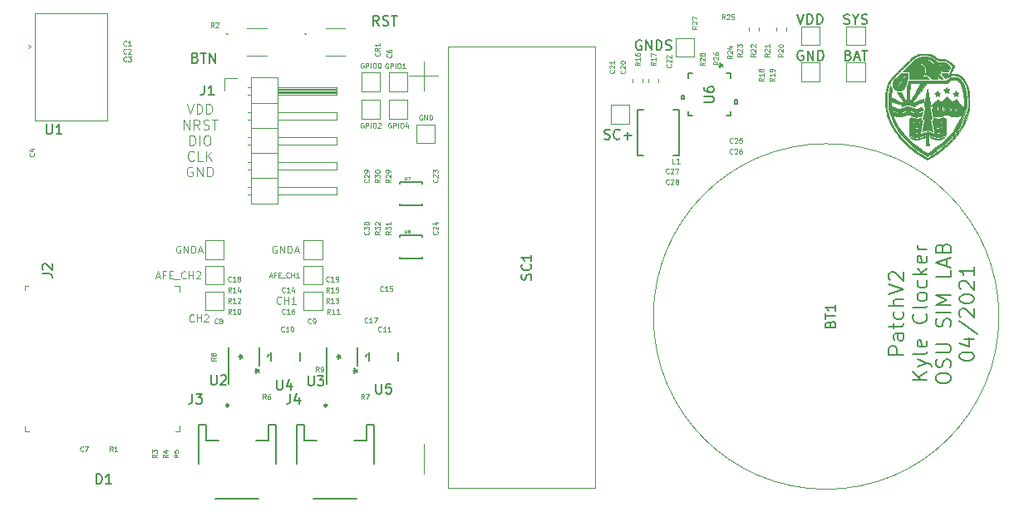
<source format=gto>
G04 #@! TF.GenerationSoftware,KiCad,Pcbnew,(5.1.5)-3*
G04 #@! TF.CreationDate,2021-03-29T18:53:01-07:00*
G04 #@! TF.ProjectId,PatchV2,50617463-6856-4322-9e6b-696361645f70,rev?*
G04 #@! TF.SameCoordinates,Original*
G04 #@! TF.FileFunction,Legend,Top*
G04 #@! TF.FilePolarity,Positive*
%FSLAX46Y46*%
G04 Gerber Fmt 4.6, Leading zero omitted, Abs format (unit mm)*
G04 Created by KiCad (PCBNEW (5.1.5)-3) date 2021-03-29 18:53:01*
%MOMM*%
%LPD*%
G04 APERTURE LIST*
%ADD10C,0.100000*%
%ADD11C,0.150000*%
%ADD12C,0.010000*%
%ADD13C,0.120000*%
%ADD14C,0.152400*%
%ADD15C,0.200000*%
%ADD16C,0.249999*%
%ADD17C,0.015000*%
%ADD18C,0.203200*%
%ADD19C,0.048768*%
G04 APERTURE END LIST*
D10*
X66866666Y-59352380D02*
X67200000Y-60352380D01*
X67533333Y-59352380D01*
X67866666Y-60352380D02*
X67866666Y-59352380D01*
X68104761Y-59352380D01*
X68247619Y-59400000D01*
X68342857Y-59495238D01*
X68390476Y-59590476D01*
X68438095Y-59780952D01*
X68438095Y-59923809D01*
X68390476Y-60114285D01*
X68342857Y-60209523D01*
X68247619Y-60304761D01*
X68104761Y-60352380D01*
X67866666Y-60352380D01*
X68866666Y-60352380D02*
X68866666Y-59352380D01*
X69104761Y-59352380D01*
X69247619Y-59400000D01*
X69342857Y-59495238D01*
X69390476Y-59590476D01*
X69438095Y-59780952D01*
X69438095Y-59923809D01*
X69390476Y-60114285D01*
X69342857Y-60209523D01*
X69247619Y-60304761D01*
X69104761Y-60352380D01*
X68866666Y-60352380D01*
X66557142Y-61952380D02*
X66557142Y-60952380D01*
X67128571Y-61952380D01*
X67128571Y-60952380D01*
X68176190Y-61952380D02*
X67842857Y-61476190D01*
X67604761Y-61952380D02*
X67604761Y-60952380D01*
X67985714Y-60952380D01*
X68080952Y-61000000D01*
X68128571Y-61047619D01*
X68176190Y-61142857D01*
X68176190Y-61285714D01*
X68128571Y-61380952D01*
X68080952Y-61428571D01*
X67985714Y-61476190D01*
X67604761Y-61476190D01*
X68557142Y-61904761D02*
X68700000Y-61952380D01*
X68938095Y-61952380D01*
X69033333Y-61904761D01*
X69080952Y-61857142D01*
X69128571Y-61761904D01*
X69128571Y-61666666D01*
X69080952Y-61571428D01*
X69033333Y-61523809D01*
X68938095Y-61476190D01*
X68747619Y-61428571D01*
X68652380Y-61380952D01*
X68604761Y-61333333D01*
X68557142Y-61238095D01*
X68557142Y-61142857D01*
X68604761Y-61047619D01*
X68652380Y-61000000D01*
X68747619Y-60952380D01*
X68985714Y-60952380D01*
X69128571Y-61000000D01*
X69414285Y-60952380D02*
X69985714Y-60952380D01*
X69700000Y-61952380D02*
X69700000Y-60952380D01*
X67176190Y-63552380D02*
X67176190Y-62552380D01*
X67414285Y-62552380D01*
X67557142Y-62600000D01*
X67652380Y-62695238D01*
X67700000Y-62790476D01*
X67747619Y-62980952D01*
X67747619Y-63123809D01*
X67700000Y-63314285D01*
X67652380Y-63409523D01*
X67557142Y-63504761D01*
X67414285Y-63552380D01*
X67176190Y-63552380D01*
X68176190Y-63552380D02*
X68176190Y-62552380D01*
X68842857Y-62552380D02*
X69033333Y-62552380D01*
X69128571Y-62600000D01*
X69223809Y-62695238D01*
X69271428Y-62885714D01*
X69271428Y-63219047D01*
X69223809Y-63409523D01*
X69128571Y-63504761D01*
X69033333Y-63552380D01*
X68842857Y-63552380D01*
X68747619Y-63504761D01*
X68652380Y-63409523D01*
X68604761Y-63219047D01*
X68604761Y-62885714D01*
X68652380Y-62695238D01*
X68747619Y-62600000D01*
X68842857Y-62552380D01*
X67604761Y-65057142D02*
X67557142Y-65104761D01*
X67414285Y-65152380D01*
X67319047Y-65152380D01*
X67176190Y-65104761D01*
X67080952Y-65009523D01*
X67033333Y-64914285D01*
X66985714Y-64723809D01*
X66985714Y-64580952D01*
X67033333Y-64390476D01*
X67080952Y-64295238D01*
X67176190Y-64200000D01*
X67319047Y-64152380D01*
X67414285Y-64152380D01*
X67557142Y-64200000D01*
X67604761Y-64247619D01*
X68509523Y-65152380D02*
X68033333Y-65152380D01*
X68033333Y-64152380D01*
X68842857Y-65152380D02*
X68842857Y-64152380D01*
X69414285Y-65152380D02*
X68985714Y-64580952D01*
X69414285Y-64152380D02*
X68842857Y-64723809D01*
X67438095Y-65800000D02*
X67342857Y-65752380D01*
X67200000Y-65752380D01*
X67057142Y-65800000D01*
X66961904Y-65895238D01*
X66914285Y-65990476D01*
X66866666Y-66180952D01*
X66866666Y-66323809D01*
X66914285Y-66514285D01*
X66961904Y-66609523D01*
X67057142Y-66704761D01*
X67200000Y-66752380D01*
X67295238Y-66752380D01*
X67438095Y-66704761D01*
X67485714Y-66657142D01*
X67485714Y-66323809D01*
X67295238Y-66323809D01*
X67914285Y-66752380D02*
X67914285Y-65752380D01*
X68485714Y-66752380D01*
X68485714Y-65752380D01*
X68961904Y-66752380D02*
X68961904Y-65752380D01*
X69200000Y-65752380D01*
X69342857Y-65800000D01*
X69438095Y-65895238D01*
X69485714Y-65990476D01*
X69533333Y-66180952D01*
X69533333Y-66323809D01*
X69485714Y-66514285D01*
X69438095Y-66609523D01*
X69342857Y-66704761D01*
X69200000Y-66752380D01*
X68961904Y-66752380D01*
D11*
X139878571Y-84878571D02*
X138378571Y-84878571D01*
X138378571Y-84307142D01*
X138450000Y-84164285D01*
X138521428Y-84092857D01*
X138664285Y-84021428D01*
X138878571Y-84021428D01*
X139021428Y-84092857D01*
X139092857Y-84164285D01*
X139164285Y-84307142D01*
X139164285Y-84878571D01*
X139878571Y-82735714D02*
X139092857Y-82735714D01*
X138950000Y-82807142D01*
X138878571Y-82950000D01*
X138878571Y-83235714D01*
X138950000Y-83378571D01*
X139807142Y-82735714D02*
X139878571Y-82878571D01*
X139878571Y-83235714D01*
X139807142Y-83378571D01*
X139664285Y-83450000D01*
X139521428Y-83450000D01*
X139378571Y-83378571D01*
X139307142Y-83235714D01*
X139307142Y-82878571D01*
X139235714Y-82735714D01*
X138878571Y-82235714D02*
X138878571Y-81664285D01*
X138378571Y-82021428D02*
X139664285Y-82021428D01*
X139807142Y-81950000D01*
X139878571Y-81807142D01*
X139878571Y-81664285D01*
X139807142Y-80521428D02*
X139878571Y-80664285D01*
X139878571Y-80950000D01*
X139807142Y-81092857D01*
X139735714Y-81164285D01*
X139592857Y-81235714D01*
X139164285Y-81235714D01*
X139021428Y-81164285D01*
X138950000Y-81092857D01*
X138878571Y-80950000D01*
X138878571Y-80664285D01*
X138950000Y-80521428D01*
X139878571Y-79878571D02*
X138378571Y-79878571D01*
X139878571Y-79235714D02*
X139092857Y-79235714D01*
X138950000Y-79307142D01*
X138878571Y-79450000D01*
X138878571Y-79664285D01*
X138950000Y-79807142D01*
X139021428Y-79878571D01*
X138378571Y-78735714D02*
X139878571Y-78235714D01*
X138378571Y-77735714D01*
X138521428Y-77307142D02*
X138450000Y-77235714D01*
X138378571Y-77092857D01*
X138378571Y-76735714D01*
X138450000Y-76592857D01*
X138521428Y-76521428D01*
X138664285Y-76450000D01*
X138807142Y-76450000D01*
X139021428Y-76521428D01*
X139878571Y-77378571D01*
X139878571Y-76450000D01*
X142278571Y-87450000D02*
X140778571Y-87450000D01*
X142278571Y-86592857D02*
X141421428Y-87235714D01*
X140778571Y-86592857D02*
X141635714Y-87450000D01*
X141278571Y-86092857D02*
X142278571Y-85735714D01*
X141278571Y-85378571D02*
X142278571Y-85735714D01*
X142635714Y-85878571D01*
X142707142Y-85950000D01*
X142778571Y-86092857D01*
X142278571Y-84592857D02*
X142207142Y-84735714D01*
X142064285Y-84807142D01*
X140778571Y-84807142D01*
X142207142Y-83450000D02*
X142278571Y-83592857D01*
X142278571Y-83878571D01*
X142207142Y-84021428D01*
X142064285Y-84092857D01*
X141492857Y-84092857D01*
X141350000Y-84021428D01*
X141278571Y-83878571D01*
X141278571Y-83592857D01*
X141350000Y-83450000D01*
X141492857Y-83378571D01*
X141635714Y-83378571D01*
X141778571Y-84092857D01*
X142135714Y-80735714D02*
X142207142Y-80807142D01*
X142278571Y-81021428D01*
X142278571Y-81164285D01*
X142207142Y-81378571D01*
X142064285Y-81521428D01*
X141921428Y-81592857D01*
X141635714Y-81664285D01*
X141421428Y-81664285D01*
X141135714Y-81592857D01*
X140992857Y-81521428D01*
X140850000Y-81378571D01*
X140778571Y-81164285D01*
X140778571Y-81021428D01*
X140850000Y-80807142D01*
X140921428Y-80735714D01*
X142278571Y-79878571D02*
X142207142Y-80021428D01*
X142064285Y-80092857D01*
X140778571Y-80092857D01*
X142278571Y-79092857D02*
X142207142Y-79235714D01*
X142135714Y-79307142D01*
X141992857Y-79378571D01*
X141564285Y-79378571D01*
X141421428Y-79307142D01*
X141350000Y-79235714D01*
X141278571Y-79092857D01*
X141278571Y-78878571D01*
X141350000Y-78735714D01*
X141421428Y-78664285D01*
X141564285Y-78592857D01*
X141992857Y-78592857D01*
X142135714Y-78664285D01*
X142207142Y-78735714D01*
X142278571Y-78878571D01*
X142278571Y-79092857D01*
X142207142Y-77307142D02*
X142278571Y-77450000D01*
X142278571Y-77735714D01*
X142207142Y-77878571D01*
X142135714Y-77950000D01*
X141992857Y-78021428D01*
X141564285Y-78021428D01*
X141421428Y-77950000D01*
X141350000Y-77878571D01*
X141278571Y-77735714D01*
X141278571Y-77450000D01*
X141350000Y-77307142D01*
X142278571Y-76664285D02*
X140778571Y-76664285D01*
X141707142Y-76521428D02*
X142278571Y-76092857D01*
X141278571Y-76092857D02*
X141850000Y-76664285D01*
X142207142Y-74878571D02*
X142278571Y-75021428D01*
X142278571Y-75307142D01*
X142207142Y-75450000D01*
X142064285Y-75521428D01*
X141492857Y-75521428D01*
X141350000Y-75450000D01*
X141278571Y-75307142D01*
X141278571Y-75021428D01*
X141350000Y-74878571D01*
X141492857Y-74807142D01*
X141635714Y-74807142D01*
X141778571Y-75521428D01*
X142278571Y-74164285D02*
X141278571Y-74164285D01*
X141564285Y-74164285D02*
X141421428Y-74092857D01*
X141350000Y-74021428D01*
X141278571Y-73878571D01*
X141278571Y-73735714D01*
X143178571Y-87414285D02*
X143178571Y-87128571D01*
X143250000Y-86985714D01*
X143392857Y-86842857D01*
X143678571Y-86771428D01*
X144178571Y-86771428D01*
X144464285Y-86842857D01*
X144607142Y-86985714D01*
X144678571Y-87128571D01*
X144678571Y-87414285D01*
X144607142Y-87557142D01*
X144464285Y-87700000D01*
X144178571Y-87771428D01*
X143678571Y-87771428D01*
X143392857Y-87700000D01*
X143250000Y-87557142D01*
X143178571Y-87414285D01*
X144607142Y-86200000D02*
X144678571Y-85985714D01*
X144678571Y-85628571D01*
X144607142Y-85485714D01*
X144535714Y-85414285D01*
X144392857Y-85342857D01*
X144250000Y-85342857D01*
X144107142Y-85414285D01*
X144035714Y-85485714D01*
X143964285Y-85628571D01*
X143892857Y-85914285D01*
X143821428Y-86057142D01*
X143750000Y-86128571D01*
X143607142Y-86200000D01*
X143464285Y-86200000D01*
X143321428Y-86128571D01*
X143250000Y-86057142D01*
X143178571Y-85914285D01*
X143178571Y-85557142D01*
X143250000Y-85342857D01*
X143178571Y-84700000D02*
X144392857Y-84700000D01*
X144535714Y-84628571D01*
X144607142Y-84557142D01*
X144678571Y-84414285D01*
X144678571Y-84128571D01*
X144607142Y-83985714D01*
X144535714Y-83914285D01*
X144392857Y-83842857D01*
X143178571Y-83842857D01*
X144607142Y-82057142D02*
X144678571Y-81842857D01*
X144678571Y-81485714D01*
X144607142Y-81342857D01*
X144535714Y-81271428D01*
X144392857Y-81200000D01*
X144250000Y-81200000D01*
X144107142Y-81271428D01*
X144035714Y-81342857D01*
X143964285Y-81485714D01*
X143892857Y-81771428D01*
X143821428Y-81914285D01*
X143750000Y-81985714D01*
X143607142Y-82057142D01*
X143464285Y-82057142D01*
X143321428Y-81985714D01*
X143250000Y-81914285D01*
X143178571Y-81771428D01*
X143178571Y-81414285D01*
X143250000Y-81200000D01*
X144678571Y-80557142D02*
X143178571Y-80557142D01*
X144678571Y-79842857D02*
X143178571Y-79842857D01*
X144250000Y-79342857D01*
X143178571Y-78842857D01*
X144678571Y-78842857D01*
X144678571Y-76271428D02*
X144678571Y-76985714D01*
X143178571Y-76985714D01*
X144250000Y-75842857D02*
X144250000Y-75128571D01*
X144678571Y-75985714D02*
X143178571Y-75485714D01*
X144678571Y-74985714D01*
X143892857Y-73985714D02*
X143964285Y-73771428D01*
X144035714Y-73700000D01*
X144178571Y-73628571D01*
X144392857Y-73628571D01*
X144535714Y-73700000D01*
X144607142Y-73771428D01*
X144678571Y-73914285D01*
X144678571Y-74485714D01*
X143178571Y-74485714D01*
X143178571Y-73985714D01*
X143250000Y-73842857D01*
X143321428Y-73771428D01*
X143464285Y-73700000D01*
X143607142Y-73700000D01*
X143750000Y-73771428D01*
X143821428Y-73842857D01*
X143892857Y-73985714D01*
X143892857Y-74485714D01*
X145578571Y-85128571D02*
X145578571Y-84985714D01*
X145650000Y-84842857D01*
X145721428Y-84771428D01*
X145864285Y-84700000D01*
X146150000Y-84628571D01*
X146507142Y-84628571D01*
X146792857Y-84700000D01*
X146935714Y-84771428D01*
X147007142Y-84842857D01*
X147078571Y-84985714D01*
X147078571Y-85128571D01*
X147007142Y-85271428D01*
X146935714Y-85342857D01*
X146792857Y-85414285D01*
X146507142Y-85485714D01*
X146150000Y-85485714D01*
X145864285Y-85414285D01*
X145721428Y-85342857D01*
X145650000Y-85271428D01*
X145578571Y-85128571D01*
X146078571Y-83342857D02*
X147078571Y-83342857D01*
X145507142Y-83700000D02*
X146578571Y-84057142D01*
X146578571Y-83128571D01*
X145507142Y-81485714D02*
X147435714Y-82771428D01*
X145721428Y-81057142D02*
X145650000Y-80985714D01*
X145578571Y-80842857D01*
X145578571Y-80485714D01*
X145650000Y-80342857D01*
X145721428Y-80271428D01*
X145864285Y-80200000D01*
X146007142Y-80200000D01*
X146221428Y-80271428D01*
X147078571Y-81128571D01*
X147078571Y-80200000D01*
X145578571Y-79271428D02*
X145578571Y-79128571D01*
X145650000Y-78985714D01*
X145721428Y-78914285D01*
X145864285Y-78842857D01*
X146150000Y-78771428D01*
X146507142Y-78771428D01*
X146792857Y-78842857D01*
X146935714Y-78914285D01*
X147007142Y-78985714D01*
X147078571Y-79128571D01*
X147078571Y-79271428D01*
X147007142Y-79414285D01*
X146935714Y-79485714D01*
X146792857Y-79557142D01*
X146507142Y-79628571D01*
X146150000Y-79628571D01*
X145864285Y-79557142D01*
X145721428Y-79485714D01*
X145650000Y-79414285D01*
X145578571Y-79271428D01*
X145721428Y-78200000D02*
X145650000Y-78128571D01*
X145578571Y-77985714D01*
X145578571Y-77628571D01*
X145650000Y-77485714D01*
X145721428Y-77414285D01*
X145864285Y-77342857D01*
X146007142Y-77342857D01*
X146221428Y-77414285D01*
X147078571Y-78271428D01*
X147078571Y-77342857D01*
X147078571Y-75914285D02*
X147078571Y-76771428D01*
X147078571Y-76342857D02*
X145578571Y-76342857D01*
X145792857Y-76485714D01*
X145935714Y-76628571D01*
X146007142Y-76771428D01*
D12*
G36*
X145267513Y-59714519D02*
G01*
X145271800Y-59725500D01*
X145254993Y-59758668D01*
X145222417Y-59766611D01*
X145211842Y-59760176D01*
X145196391Y-59723305D01*
X145223577Y-59702337D01*
X145233700Y-59701600D01*
X145267513Y-59714519D01*
G37*
X145267513Y-59714519D02*
X145271800Y-59725500D01*
X145254993Y-59758668D01*
X145222417Y-59766611D01*
X145211842Y-59760176D01*
X145196391Y-59723305D01*
X145223577Y-59702337D01*
X145233700Y-59701600D01*
X145267513Y-59714519D01*
G36*
X145267374Y-59899731D02*
G01*
X145271800Y-59917500D01*
X145251468Y-59951174D01*
X145233700Y-59955600D01*
X145200025Y-59935268D01*
X145195600Y-59917500D01*
X145215931Y-59883825D01*
X145233700Y-59879400D01*
X145267374Y-59899731D01*
G37*
X145267374Y-59899731D02*
X145271800Y-59917500D01*
X145251468Y-59951174D01*
X145233700Y-59955600D01*
X145200025Y-59935268D01*
X145195600Y-59917500D01*
X145215931Y-59883825D01*
X145233700Y-59879400D01*
X145267374Y-59899731D01*
G36*
X144642706Y-59871779D02*
G01*
X144652485Y-59912473D01*
X144633455Y-59944418D01*
X144586346Y-59964876D01*
X144563248Y-59957244D01*
X144541269Y-59920800D01*
X144552475Y-59878494D01*
X144589098Y-59854519D01*
X144596403Y-59854000D01*
X144642706Y-59871779D01*
G37*
X144642706Y-59871779D02*
X144652485Y-59912473D01*
X144633455Y-59944418D01*
X144586346Y-59964876D01*
X144563248Y-59957244D01*
X144541269Y-59920800D01*
X144552475Y-59878494D01*
X144589098Y-59854519D01*
X144596403Y-59854000D01*
X144642706Y-59871779D01*
G36*
X143972113Y-59714519D02*
G01*
X143976400Y-59725500D01*
X143959593Y-59758668D01*
X143927017Y-59766611D01*
X143916442Y-59760176D01*
X143900991Y-59723305D01*
X143928177Y-59702337D01*
X143938300Y-59701600D01*
X143972113Y-59714519D01*
G37*
X143972113Y-59714519D02*
X143976400Y-59725500D01*
X143959593Y-59758668D01*
X143927017Y-59766611D01*
X143916442Y-59760176D01*
X143900991Y-59723305D01*
X143928177Y-59702337D01*
X143938300Y-59701600D01*
X143972113Y-59714519D01*
G36*
X143971974Y-59899731D02*
G01*
X143976400Y-59917500D01*
X143956068Y-59951174D01*
X143938300Y-59955600D01*
X143904625Y-59935268D01*
X143900200Y-59917500D01*
X143920531Y-59883825D01*
X143938300Y-59879400D01*
X143971974Y-59899731D01*
G37*
X143971974Y-59899731D02*
X143976400Y-59917500D01*
X143956068Y-59951174D01*
X143938300Y-59955600D01*
X143904625Y-59935268D01*
X143900200Y-59917500D01*
X143920531Y-59883825D01*
X143938300Y-59879400D01*
X143971974Y-59899731D01*
G36*
X144276921Y-57691215D02*
G01*
X144301746Y-57744594D01*
X144306600Y-57758500D01*
X144331170Y-57816933D01*
X144365479Y-57841944D01*
X144429403Y-57847392D01*
X144434070Y-57847400D01*
X144513143Y-57854492D01*
X144543473Y-57875501D01*
X144524910Y-57910023D01*
X144471858Y-57948902D01*
X144412741Y-57986384D01*
X144388933Y-58014385D01*
X144394084Y-58052497D01*
X144418738Y-58112844D01*
X144441627Y-58182694D01*
X144434161Y-58212077D01*
X144395447Y-58201909D01*
X144356346Y-58176849D01*
X144291387Y-58137708D01*
X144239272Y-58132107D01*
X144179330Y-58160584D01*
X144147665Y-58182253D01*
X144069788Y-58237706D01*
X144084815Y-58163203D01*
X144101243Y-58094324D01*
X144115875Y-58047282D01*
X144110773Y-58008016D01*
X144062422Y-57963570D01*
X144041295Y-57949862D01*
X143980975Y-57903979D01*
X143969649Y-57871424D01*
X144007205Y-57852512D01*
X144077529Y-57847400D01*
X144143610Y-57842611D01*
X144179008Y-57819007D01*
X144203596Y-57762725D01*
X144205000Y-57758500D01*
X144229341Y-57700556D01*
X144252082Y-57670693D01*
X144255800Y-57669600D01*
X144276921Y-57691215D01*
G37*
X144276921Y-57691215D02*
X144301746Y-57744594D01*
X144306600Y-57758500D01*
X144331170Y-57816933D01*
X144365479Y-57841944D01*
X144429403Y-57847392D01*
X144434070Y-57847400D01*
X144513143Y-57854492D01*
X144543473Y-57875501D01*
X144524910Y-57910023D01*
X144471858Y-57948902D01*
X144412741Y-57986384D01*
X144388933Y-58014385D01*
X144394084Y-58052497D01*
X144418738Y-58112844D01*
X144441627Y-58182694D01*
X144434161Y-58212077D01*
X144395447Y-58201909D01*
X144356346Y-58176849D01*
X144291387Y-58137708D01*
X144239272Y-58132107D01*
X144179330Y-58160584D01*
X144147665Y-58182253D01*
X144069788Y-58237706D01*
X144084815Y-58163203D01*
X144101243Y-58094324D01*
X144115875Y-58047282D01*
X144110773Y-58008016D01*
X144062422Y-57963570D01*
X144041295Y-57949862D01*
X143980975Y-57903979D01*
X143969649Y-57871424D01*
X144007205Y-57852512D01*
X144077529Y-57847400D01*
X144143610Y-57842611D01*
X144179008Y-57819007D01*
X144203596Y-57762725D01*
X144205000Y-57758500D01*
X144229341Y-57700556D01*
X144252082Y-57670693D01*
X144255800Y-57669600D01*
X144276921Y-57691215D01*
G36*
X145233058Y-58095050D02*
G01*
X145263981Y-58161622D01*
X145295711Y-58193112D01*
X145345470Y-58202513D01*
X145376157Y-58203000D01*
X145448049Y-58209969D01*
X145471046Y-58230678D01*
X145445076Y-58264830D01*
X145398800Y-58295940D01*
X145346953Y-58328812D01*
X145327021Y-58357774D01*
X145333245Y-58401908D01*
X145350936Y-58454506D01*
X145368294Y-58522703D01*
X145356743Y-58549325D01*
X145314398Y-58535777D01*
X145275691Y-58510570D01*
X145216298Y-58471145D01*
X145176792Y-58461404D01*
X145136079Y-58481012D01*
X145100930Y-58507800D01*
X145040627Y-58549145D01*
X145011238Y-58551978D01*
X145009779Y-58515626D01*
X145016707Y-58488750D01*
X145035189Y-58426856D01*
X145046684Y-58388756D01*
X145034569Y-58355601D01*
X144993315Y-58306336D01*
X144967000Y-58281838D01*
X144878100Y-58205064D01*
X144998750Y-58204032D01*
X145081535Y-58196882D01*
X145118743Y-58177804D01*
X145120545Y-58171250D01*
X145131028Y-58127013D01*
X145154708Y-58064525D01*
X145155245Y-58063300D01*
X145188800Y-57987100D01*
X145233058Y-58095050D01*
G37*
X145233058Y-58095050D02*
X145263981Y-58161622D01*
X145295711Y-58193112D01*
X145345470Y-58202513D01*
X145376157Y-58203000D01*
X145448049Y-58209969D01*
X145471046Y-58230678D01*
X145445076Y-58264830D01*
X145398800Y-58295940D01*
X145346953Y-58328812D01*
X145327021Y-58357774D01*
X145333245Y-58401908D01*
X145350936Y-58454506D01*
X145368294Y-58522703D01*
X145356743Y-58549325D01*
X145314398Y-58535777D01*
X145275691Y-58510570D01*
X145216298Y-58471145D01*
X145176792Y-58461404D01*
X145136079Y-58481012D01*
X145100930Y-58507800D01*
X145040627Y-58549145D01*
X145011238Y-58551978D01*
X145009779Y-58515626D01*
X145016707Y-58488750D01*
X145035189Y-58426856D01*
X145046684Y-58388756D01*
X145034569Y-58355601D01*
X144993315Y-58306336D01*
X144967000Y-58281838D01*
X144878100Y-58205064D01*
X144998750Y-58204032D01*
X145081535Y-58196882D01*
X145118743Y-58177804D01*
X145120545Y-58171250D01*
X145131028Y-58127013D01*
X145154708Y-58064525D01*
X145155245Y-58063300D01*
X145188800Y-57987100D01*
X145233058Y-58095050D01*
G36*
X143351920Y-58059406D02*
G01*
X143368518Y-58095050D01*
X143400821Y-58161293D01*
X143433593Y-58192984D01*
X143485348Y-58203057D01*
X143524508Y-58204032D01*
X143633500Y-58205064D01*
X143546458Y-58279482D01*
X143493569Y-58328193D01*
X143473194Y-58365877D01*
X143478217Y-58413289D01*
X143488483Y-58448608D01*
X143504201Y-58511822D01*
X143507174Y-58551334D01*
X143505362Y-58555504D01*
X143479299Y-58550028D01*
X143430396Y-58521006D01*
X143418316Y-58512345D01*
X143357944Y-58471495D01*
X143316257Y-58461968D01*
X143272368Y-58483232D01*
X143239800Y-58507800D01*
X143177841Y-58549262D01*
X143146751Y-58551615D01*
X143144837Y-58514740D01*
X143148136Y-58501450D01*
X143167259Y-58431255D01*
X143177293Y-58393500D01*
X143171875Y-58345972D01*
X143124374Y-58299197D01*
X143113668Y-58291900D01*
X143054607Y-58246988D01*
X143043021Y-58219244D01*
X143079757Y-58205675D01*
X143138828Y-58203000D01*
X143207831Y-58197972D01*
X143244940Y-58176159D01*
X143266582Y-58133150D01*
X143290526Y-58068343D01*
X143306813Y-58025200D01*
X143324040Y-58018001D01*
X143351920Y-58059406D01*
G37*
X143351920Y-58059406D02*
X143368518Y-58095050D01*
X143400821Y-58161293D01*
X143433593Y-58192984D01*
X143485348Y-58203057D01*
X143524508Y-58204032D01*
X143633500Y-58205064D01*
X143546458Y-58279482D01*
X143493569Y-58328193D01*
X143473194Y-58365877D01*
X143478217Y-58413289D01*
X143488483Y-58448608D01*
X143504201Y-58511822D01*
X143507174Y-58551334D01*
X143505362Y-58555504D01*
X143479299Y-58550028D01*
X143430396Y-58521006D01*
X143418316Y-58512345D01*
X143357944Y-58471495D01*
X143316257Y-58461968D01*
X143272368Y-58483232D01*
X143239800Y-58507800D01*
X143177841Y-58549262D01*
X143146751Y-58551615D01*
X143144837Y-58514740D01*
X143148136Y-58501450D01*
X143167259Y-58431255D01*
X143177293Y-58393500D01*
X143171875Y-58345972D01*
X143124374Y-58299197D01*
X143113668Y-58291900D01*
X143054607Y-58246988D01*
X143043021Y-58219244D01*
X143079757Y-58205675D01*
X143138828Y-58203000D01*
X143207831Y-58197972D01*
X143244940Y-58176159D01*
X143266582Y-58133150D01*
X143290526Y-58068343D01*
X143306813Y-58025200D01*
X143324040Y-58018001D01*
X143351920Y-58059406D01*
G36*
X142311242Y-57870663D02*
G01*
X142328060Y-57933348D01*
X142348107Y-58024794D01*
X142361698Y-58095049D01*
X142388640Y-58240206D01*
X142419186Y-58403086D01*
X142447655Y-58553433D01*
X142453492Y-58584000D01*
X142476414Y-58704333D01*
X142505074Y-58855604D01*
X142535879Y-59018812D01*
X142565236Y-59174959D01*
X142566350Y-59180900D01*
X142591317Y-59312371D01*
X142613937Y-59428412D01*
X142632144Y-59518634D01*
X142643867Y-59572645D01*
X142645927Y-59580637D01*
X142647294Y-59609783D01*
X142618849Y-59615386D01*
X142581012Y-59609212D01*
X142527487Y-59605025D01*
X142503316Y-59616009D01*
X142503200Y-59617280D01*
X142508248Y-59647785D01*
X142522430Y-59720860D01*
X142544299Y-59829390D01*
X142572412Y-59966256D01*
X142605323Y-60124344D01*
X142630200Y-60242674D01*
X142665508Y-60410375D01*
X142697042Y-60560917D01*
X142723367Y-60687387D01*
X142743049Y-60782872D01*
X142754652Y-60840460D01*
X142757200Y-60854544D01*
X142735362Y-60856060D01*
X142681080Y-60847288D01*
X142662663Y-60843328D01*
X142600991Y-60830821D01*
X142565994Y-60826406D01*
X142563486Y-60826953D01*
X142567228Y-60852084D01*
X142580156Y-60920330D01*
X142600949Y-61025106D01*
X142628283Y-61159826D01*
X142660837Y-61317905D01*
X142694440Y-61479166D01*
X142730413Y-61653379D01*
X142761908Y-61810740D01*
X142787671Y-61944578D01*
X142806448Y-62048223D01*
X142816984Y-62115002D01*
X142818322Y-62138143D01*
X142791527Y-62133932D01*
X142728030Y-62113472D01*
X142637942Y-62080252D01*
X142552779Y-62046529D01*
X142298945Y-61943205D01*
X142064522Y-62040821D01*
X141940535Y-62091485D01*
X141856269Y-62122475D01*
X141805035Y-62134777D01*
X141780145Y-62129376D01*
X141774910Y-62107258D01*
X141779241Y-62082850D01*
X141794151Y-62017019D01*
X141815738Y-61917456D01*
X141842344Y-61792208D01*
X141872315Y-61649323D01*
X141903995Y-61496850D01*
X141935728Y-61342837D01*
X141965859Y-61195331D01*
X141992731Y-61062382D01*
X142014689Y-60952037D01*
X142030077Y-60872345D01*
X142037239Y-60831353D01*
X142037476Y-60827609D01*
X142011742Y-60829051D01*
X141954641Y-60839565D01*
X141935129Y-60843826D01*
X141873473Y-60855610D01*
X141848936Y-60849766D01*
X141849482Y-60821493D01*
X141852049Y-60810672D01*
X141861509Y-60768338D01*
X141879122Y-60685638D01*
X141902913Y-60571990D01*
X141930908Y-60436809D01*
X141954102Y-60323900D01*
X141985200Y-60172864D01*
X142014811Y-60030663D01*
X142040600Y-59908382D01*
X142060237Y-59817103D01*
X142069024Y-59777800D01*
X142089210Y-59683603D01*
X142094096Y-59629244D01*
X142081773Y-59605557D01*
X142050333Y-59603375D01*
X142033300Y-59606216D01*
X141983945Y-59606306D01*
X141969431Y-59577427D01*
X141973850Y-59538093D01*
X141986523Y-59458078D01*
X142006126Y-59344313D01*
X142031332Y-59203729D01*
X142060817Y-59043255D01*
X142093254Y-58869824D01*
X142127319Y-58690365D01*
X142161686Y-58511809D01*
X142195028Y-58341088D01*
X142226022Y-58185131D01*
X142253341Y-58050869D01*
X142275660Y-57945234D01*
X142291653Y-57875155D01*
X142299995Y-57847564D01*
X142300296Y-57847400D01*
X142311242Y-57870663D01*
G37*
X142311242Y-57870663D02*
X142328060Y-57933348D01*
X142348107Y-58024794D01*
X142361698Y-58095049D01*
X142388640Y-58240206D01*
X142419186Y-58403086D01*
X142447655Y-58553433D01*
X142453492Y-58584000D01*
X142476414Y-58704333D01*
X142505074Y-58855604D01*
X142535879Y-59018812D01*
X142565236Y-59174959D01*
X142566350Y-59180900D01*
X142591317Y-59312371D01*
X142613937Y-59428412D01*
X142632144Y-59518634D01*
X142643867Y-59572645D01*
X142645927Y-59580637D01*
X142647294Y-59609783D01*
X142618849Y-59615386D01*
X142581012Y-59609212D01*
X142527487Y-59605025D01*
X142503316Y-59616009D01*
X142503200Y-59617280D01*
X142508248Y-59647785D01*
X142522430Y-59720860D01*
X142544299Y-59829390D01*
X142572412Y-59966256D01*
X142605323Y-60124344D01*
X142630200Y-60242674D01*
X142665508Y-60410375D01*
X142697042Y-60560917D01*
X142723367Y-60687387D01*
X142743049Y-60782872D01*
X142754652Y-60840460D01*
X142757200Y-60854544D01*
X142735362Y-60856060D01*
X142681080Y-60847288D01*
X142662663Y-60843328D01*
X142600991Y-60830821D01*
X142565994Y-60826406D01*
X142563486Y-60826953D01*
X142567228Y-60852084D01*
X142580156Y-60920330D01*
X142600949Y-61025106D01*
X142628283Y-61159826D01*
X142660837Y-61317905D01*
X142694440Y-61479166D01*
X142730413Y-61653379D01*
X142761908Y-61810740D01*
X142787671Y-61944578D01*
X142806448Y-62048223D01*
X142816984Y-62115002D01*
X142818322Y-62138143D01*
X142791527Y-62133932D01*
X142728030Y-62113472D01*
X142637942Y-62080252D01*
X142552779Y-62046529D01*
X142298945Y-61943205D01*
X142064522Y-62040821D01*
X141940535Y-62091485D01*
X141856269Y-62122475D01*
X141805035Y-62134777D01*
X141780145Y-62129376D01*
X141774910Y-62107258D01*
X141779241Y-62082850D01*
X141794151Y-62017019D01*
X141815738Y-61917456D01*
X141842344Y-61792208D01*
X141872315Y-61649323D01*
X141903995Y-61496850D01*
X141935728Y-61342837D01*
X141965859Y-61195331D01*
X141992731Y-61062382D01*
X142014689Y-60952037D01*
X142030077Y-60872345D01*
X142037239Y-60831353D01*
X142037476Y-60827609D01*
X142011742Y-60829051D01*
X141954641Y-60839565D01*
X141935129Y-60843826D01*
X141873473Y-60855610D01*
X141848936Y-60849766D01*
X141849482Y-60821493D01*
X141852049Y-60810672D01*
X141861509Y-60768338D01*
X141879122Y-60685638D01*
X141902913Y-60571990D01*
X141930908Y-60436809D01*
X141954102Y-60323900D01*
X141985200Y-60172864D01*
X142014811Y-60030663D01*
X142040600Y-59908382D01*
X142060237Y-59817103D01*
X142069024Y-59777800D01*
X142089210Y-59683603D01*
X142094096Y-59629244D01*
X142081773Y-59605557D01*
X142050333Y-59603375D01*
X142033300Y-59606216D01*
X141983945Y-59606306D01*
X141969431Y-59577427D01*
X141973850Y-59538093D01*
X141986523Y-59458078D01*
X142006126Y-59344313D01*
X142031332Y-59203729D01*
X142060817Y-59043255D01*
X142093254Y-58869824D01*
X142127319Y-58690365D01*
X142161686Y-58511809D01*
X142195028Y-58341088D01*
X142226022Y-58185131D01*
X142253341Y-58050869D01*
X142275660Y-57945234D01*
X142291653Y-57875155D01*
X142299995Y-57847564D01*
X142300296Y-57847400D01*
X142311242Y-57870663D01*
G36*
X144154200Y-60874268D02*
G01*
X144154200Y-61787428D01*
X144154142Y-62026579D01*
X144153787Y-62219674D01*
X144152864Y-62371456D01*
X144151100Y-62486669D01*
X144148223Y-62570055D01*
X144143962Y-62626360D01*
X144138044Y-62660325D01*
X144130197Y-62676695D01*
X144120150Y-62680213D01*
X144107630Y-62675623D01*
X144103400Y-62673400D01*
X144089687Y-62664384D01*
X144078686Y-62650100D01*
X144070091Y-62625335D01*
X144063597Y-62584878D01*
X144058902Y-62523519D01*
X144055700Y-62436045D01*
X144053687Y-62317245D01*
X144052559Y-62161907D01*
X144052011Y-61964821D01*
X144051801Y-61789856D01*
X144051003Y-60933500D01*
X143988301Y-60887864D01*
X143925600Y-60842228D01*
X143925600Y-62600010D01*
X143779550Y-62668057D01*
X143684193Y-62706515D01*
X143589146Y-62729214D01*
X143473140Y-62740545D01*
X143417600Y-62742834D01*
X143305571Y-62744354D01*
X143221469Y-62737872D01*
X143144050Y-62719273D01*
X143052073Y-62684437D01*
X142998500Y-62661600D01*
X142888446Y-62618093D01*
X142779487Y-62581886D01*
X142691723Y-62559512D01*
X142676832Y-62557035D01*
X142606018Y-62542476D01*
X142562251Y-62515920D01*
X142539110Y-62466693D01*
X142530172Y-62384121D01*
X142528946Y-62311237D01*
X142528600Y-62190375D01*
X142808000Y-62330500D01*
X142914502Y-62383360D01*
X143002301Y-62425886D01*
X143062763Y-62453971D01*
X143087253Y-62463511D01*
X143087400Y-62463348D01*
X143082304Y-62438093D01*
X143068138Y-62370991D01*
X143050487Y-62288166D01*
X143214400Y-62288166D01*
X143222692Y-62336462D01*
X143231333Y-62351666D01*
X143271263Y-62364521D01*
X143346481Y-62368774D01*
X143442342Y-62365169D01*
X143544202Y-62354451D01*
X143637416Y-62337364D01*
X143666989Y-62329515D01*
X143743799Y-62303864D01*
X143783181Y-62279264D01*
X143797255Y-62245552D01*
X143798600Y-62219119D01*
X143798600Y-62147806D01*
X143665250Y-62193873D01*
X143561701Y-62220096D01*
X143441472Y-62237170D01*
X143373150Y-62240770D01*
X143285291Y-62243204D01*
X143237037Y-62251556D01*
X143217260Y-62269150D01*
X143214400Y-62288166D01*
X143050487Y-62288166D01*
X143046581Y-62269843D01*
X143019312Y-62142452D01*
X142988012Y-61996619D01*
X142954360Y-61840147D01*
X142930460Y-61729215D01*
X143096493Y-61729215D01*
X143115723Y-61773734D01*
X143156287Y-61816073D01*
X143204562Y-61840127D01*
X143285015Y-61849206D01*
X143396006Y-61848961D01*
X143518370Y-61840570D01*
X143632942Y-61825210D01*
X143703350Y-61809502D01*
X143766500Y-61785644D01*
X143793495Y-61753645D01*
X143798600Y-61708302D01*
X143798600Y-61634592D01*
X143711573Y-61670953D01*
X143581446Y-61708201D01*
X143431423Y-61725419D01*
X143288293Y-61720274D01*
X143241167Y-61711943D01*
X143169395Y-61698738D01*
X143119274Y-61695560D01*
X143108934Y-61697888D01*
X143096493Y-61729215D01*
X142930460Y-61729215D01*
X142920036Y-61680837D01*
X142886720Y-61526492D01*
X142856092Y-61384914D01*
X142829830Y-61263903D01*
X142815840Y-61199784D01*
X143011200Y-61199784D01*
X143017116Y-61244829D01*
X143040944Y-61275888D01*
X143091804Y-61297722D01*
X143178815Y-61315093D01*
X143251583Y-61325277D01*
X143403891Y-61334549D01*
X143554000Y-61325348D01*
X143681987Y-61299304D01*
X143716050Y-61287261D01*
X143776230Y-61251955D01*
X143797812Y-61204518D01*
X143798600Y-61188796D01*
X143797526Y-61145006D01*
X143785893Y-61128534D01*
X143751078Y-61136327D01*
X143688217Y-61162100D01*
X143599470Y-61184955D01*
X143479937Y-61197385D01*
X143348247Y-61199350D01*
X143223032Y-61190807D01*
X143122921Y-61171717D01*
X143099284Y-61163396D01*
X143011200Y-61126592D01*
X143011200Y-61199784D01*
X142815840Y-61199784D01*
X142809616Y-61171264D01*
X142797129Y-61114797D01*
X142795684Y-61108431D01*
X142792113Y-61075375D01*
X142810241Y-61063853D01*
X142862135Y-61069291D01*
X142887177Y-61073744D01*
X142990975Y-61092725D01*
X142975012Y-61013112D01*
X142959755Y-60931643D01*
X142944328Y-60841643D01*
X142943371Y-60835708D01*
X142927694Y-60737917D01*
X143013897Y-60784908D01*
X143101695Y-60814416D01*
X143224407Y-60831607D01*
X143367725Y-60836713D01*
X143517336Y-60829967D01*
X143658932Y-60811600D01*
X143778200Y-60781846D01*
X143804269Y-60772076D01*
X143949638Y-60712252D01*
X144154200Y-60874268D01*
G37*
X144154200Y-60874268D02*
X144154200Y-61787428D01*
X144154142Y-62026579D01*
X144153787Y-62219674D01*
X144152864Y-62371456D01*
X144151100Y-62486669D01*
X144148223Y-62570055D01*
X144143962Y-62626360D01*
X144138044Y-62660325D01*
X144130197Y-62676695D01*
X144120150Y-62680213D01*
X144107630Y-62675623D01*
X144103400Y-62673400D01*
X144089687Y-62664384D01*
X144078686Y-62650100D01*
X144070091Y-62625335D01*
X144063597Y-62584878D01*
X144058902Y-62523519D01*
X144055700Y-62436045D01*
X144053687Y-62317245D01*
X144052559Y-62161907D01*
X144052011Y-61964821D01*
X144051801Y-61789856D01*
X144051003Y-60933500D01*
X143988301Y-60887864D01*
X143925600Y-60842228D01*
X143925600Y-62600010D01*
X143779550Y-62668057D01*
X143684193Y-62706515D01*
X143589146Y-62729214D01*
X143473140Y-62740545D01*
X143417600Y-62742834D01*
X143305571Y-62744354D01*
X143221469Y-62737872D01*
X143144050Y-62719273D01*
X143052073Y-62684437D01*
X142998500Y-62661600D01*
X142888446Y-62618093D01*
X142779487Y-62581886D01*
X142691723Y-62559512D01*
X142676832Y-62557035D01*
X142606018Y-62542476D01*
X142562251Y-62515920D01*
X142539110Y-62466693D01*
X142530172Y-62384121D01*
X142528946Y-62311237D01*
X142528600Y-62190375D01*
X142808000Y-62330500D01*
X142914502Y-62383360D01*
X143002301Y-62425886D01*
X143062763Y-62453971D01*
X143087253Y-62463511D01*
X143087400Y-62463348D01*
X143082304Y-62438093D01*
X143068138Y-62370991D01*
X143050487Y-62288166D01*
X143214400Y-62288166D01*
X143222692Y-62336462D01*
X143231333Y-62351666D01*
X143271263Y-62364521D01*
X143346481Y-62368774D01*
X143442342Y-62365169D01*
X143544202Y-62354451D01*
X143637416Y-62337364D01*
X143666989Y-62329515D01*
X143743799Y-62303864D01*
X143783181Y-62279264D01*
X143797255Y-62245552D01*
X143798600Y-62219119D01*
X143798600Y-62147806D01*
X143665250Y-62193873D01*
X143561701Y-62220096D01*
X143441472Y-62237170D01*
X143373150Y-62240770D01*
X143285291Y-62243204D01*
X143237037Y-62251556D01*
X143217260Y-62269150D01*
X143214400Y-62288166D01*
X143050487Y-62288166D01*
X143046581Y-62269843D01*
X143019312Y-62142452D01*
X142988012Y-61996619D01*
X142954360Y-61840147D01*
X142930460Y-61729215D01*
X143096493Y-61729215D01*
X143115723Y-61773734D01*
X143156287Y-61816073D01*
X143204562Y-61840127D01*
X143285015Y-61849206D01*
X143396006Y-61848961D01*
X143518370Y-61840570D01*
X143632942Y-61825210D01*
X143703350Y-61809502D01*
X143766500Y-61785644D01*
X143793495Y-61753645D01*
X143798600Y-61708302D01*
X143798600Y-61634592D01*
X143711573Y-61670953D01*
X143581446Y-61708201D01*
X143431423Y-61725419D01*
X143288293Y-61720274D01*
X143241167Y-61711943D01*
X143169395Y-61698738D01*
X143119274Y-61695560D01*
X143108934Y-61697888D01*
X143096493Y-61729215D01*
X142930460Y-61729215D01*
X142920036Y-61680837D01*
X142886720Y-61526492D01*
X142856092Y-61384914D01*
X142829830Y-61263903D01*
X142815840Y-61199784D01*
X143011200Y-61199784D01*
X143017116Y-61244829D01*
X143040944Y-61275888D01*
X143091804Y-61297722D01*
X143178815Y-61315093D01*
X143251583Y-61325277D01*
X143403891Y-61334549D01*
X143554000Y-61325348D01*
X143681987Y-61299304D01*
X143716050Y-61287261D01*
X143776230Y-61251955D01*
X143797812Y-61204518D01*
X143798600Y-61188796D01*
X143797526Y-61145006D01*
X143785893Y-61128534D01*
X143751078Y-61136327D01*
X143688217Y-61162100D01*
X143599470Y-61184955D01*
X143479937Y-61197385D01*
X143348247Y-61199350D01*
X143223032Y-61190807D01*
X143122921Y-61171717D01*
X143099284Y-61163396D01*
X143011200Y-61126592D01*
X143011200Y-61199784D01*
X142815840Y-61199784D01*
X142809616Y-61171264D01*
X142797129Y-61114797D01*
X142795684Y-61108431D01*
X142792113Y-61075375D01*
X142810241Y-61063853D01*
X142862135Y-61069291D01*
X142887177Y-61073744D01*
X142990975Y-61092725D01*
X142975012Y-61013112D01*
X142959755Y-60931643D01*
X142944328Y-60841643D01*
X142943371Y-60835708D01*
X142927694Y-60737917D01*
X143013897Y-60784908D01*
X143101695Y-60814416D01*
X143224407Y-60831607D01*
X143367725Y-60836713D01*
X143517336Y-60829967D01*
X143658932Y-60811600D01*
X143778200Y-60781846D01*
X143804269Y-60772076D01*
X143949638Y-60712252D01*
X144154200Y-60874268D01*
G36*
X140783386Y-60769089D02*
G01*
X140885945Y-60804110D01*
X141008456Y-60826250D01*
X141157000Y-60837943D01*
X141292683Y-60841363D01*
X141398015Y-60834468D01*
X141492956Y-60813955D01*
X141597468Y-60776522D01*
X141642982Y-60757542D01*
X141664912Y-60752154D01*
X141672516Y-60767524D01*
X141666306Y-60813498D01*
X141649729Y-60887471D01*
X141626602Y-60988757D01*
X141617705Y-61049249D01*
X141625820Y-61077645D01*
X141653729Y-61082645D01*
X141704216Y-61072948D01*
X141708736Y-61071928D01*
X141770692Y-61059576D01*
X141806255Y-61055577D01*
X141808919Y-61056252D01*
X141806058Y-61081732D01*
X141794076Y-61146862D01*
X141774904Y-61241709D01*
X141751138Y-61353299D01*
X141719801Y-61498085D01*
X141682887Y-61669899D01*
X141645257Y-61846051D01*
X141615209Y-61987600D01*
X141587079Y-62119589D01*
X141561170Y-62239253D01*
X141540029Y-62334955D01*
X141526204Y-62395059D01*
X141524442Y-62402172D01*
X141506178Y-62473845D01*
X142071400Y-62190375D01*
X142071053Y-62311237D01*
X142067638Y-62419997D01*
X142054056Y-62488699D01*
X142024160Y-62527926D01*
X141971802Y-62548261D01*
X141929169Y-62555508D01*
X141853415Y-62572581D01*
X141749934Y-62604578D01*
X141637318Y-62645567D01*
X141600807Y-62660268D01*
X141482830Y-62706124D01*
X141389850Y-62733055D01*
X141301739Y-62745472D01*
X141201152Y-62747810D01*
X141094224Y-62742137D01*
X140994164Y-62729054D01*
X140926013Y-62712411D01*
X140839302Y-62677071D01*
X140756439Y-62638315D01*
X140754563Y-62637349D01*
X140674400Y-62595895D01*
X140674400Y-62219334D01*
X140801400Y-62219334D01*
X140807307Y-62264392D01*
X140833407Y-62293787D01*
X140892264Y-62318889D01*
X140922050Y-62328490D01*
X141015602Y-62348307D01*
X141129813Y-62359796D01*
X141207800Y-62361008D01*
X141297433Y-62356599D01*
X141348225Y-62347503D01*
X141372133Y-62329421D01*
X141381016Y-62298750D01*
X141381946Y-62267682D01*
X141366240Y-62250456D01*
X141322937Y-62242900D01*
X141241071Y-62240843D01*
X141228616Y-62240770D01*
X141115004Y-62232262D01*
X140997082Y-62211337D01*
X140934750Y-62193873D01*
X140801400Y-62147806D01*
X140801400Y-62219334D01*
X140674400Y-62219334D01*
X140674400Y-61708517D01*
X140801400Y-61708517D01*
X140808328Y-61759246D01*
X140838671Y-61787953D01*
X140896650Y-61806893D01*
X140973389Y-61826651D01*
X141036476Y-61842991D01*
X141042700Y-61844614D01*
X141098657Y-61850443D01*
X141185811Y-61850725D01*
X141285517Y-61846415D01*
X141379134Y-61838464D01*
X141448017Y-61827825D01*
X141464384Y-61823064D01*
X141494341Y-61787259D01*
X141493220Y-61745274D01*
X141477416Y-61702086D01*
X141442599Y-61695437D01*
X141414436Y-61702097D01*
X141324110Y-61716011D01*
X141206721Y-61719008D01*
X141082116Y-61712111D01*
X140970146Y-61696341D01*
X140896650Y-61675436D01*
X140801400Y-61634592D01*
X140801400Y-61708517D01*
X140674400Y-61708517D01*
X140674400Y-61186606D01*
X140801400Y-61186606D01*
X140818053Y-61242971D01*
X140871398Y-61284076D01*
X140966508Y-61312717D01*
X141054772Y-61326167D01*
X141286921Y-61332126D01*
X141493550Y-61298312D01*
X141556609Y-61277177D01*
X141583554Y-61246996D01*
X141588800Y-61200517D01*
X141588800Y-61126592D01*
X141500715Y-61163396D01*
X141412540Y-61185862D01*
X141293313Y-61197767D01*
X141161666Y-61199152D01*
X141036228Y-61190057D01*
X140935630Y-61170525D01*
X140911782Y-61162100D01*
X140844743Y-61134799D01*
X140812406Y-61128797D01*
X140802158Y-61146893D01*
X140801400Y-61186606D01*
X140674400Y-61186606D01*
X140674400Y-60842228D01*
X140548996Y-60933500D01*
X140548198Y-61789856D01*
X140547883Y-62021037D01*
X140547212Y-62206629D01*
X140545880Y-62351844D01*
X140543584Y-62461894D01*
X140540018Y-62541989D01*
X140534879Y-62597341D01*
X140527862Y-62633162D01*
X140518663Y-62654663D01*
X140506978Y-62667055D01*
X140496600Y-62673400D01*
X140483294Y-62679483D01*
X140472541Y-62678866D01*
X140464070Y-62666804D01*
X140457608Y-62638554D01*
X140452883Y-62589372D01*
X140449624Y-62514516D01*
X140447558Y-62409240D01*
X140446414Y-62268803D01*
X140445919Y-62088460D01*
X140445802Y-61863468D01*
X140445800Y-61787428D01*
X140445800Y-60874268D01*
X140548436Y-60792978D01*
X140651073Y-60711688D01*
X140783386Y-60769089D01*
G37*
X140783386Y-60769089D02*
X140885945Y-60804110D01*
X141008456Y-60826250D01*
X141157000Y-60837943D01*
X141292683Y-60841363D01*
X141398015Y-60834468D01*
X141492956Y-60813955D01*
X141597468Y-60776522D01*
X141642982Y-60757542D01*
X141664912Y-60752154D01*
X141672516Y-60767524D01*
X141666306Y-60813498D01*
X141649729Y-60887471D01*
X141626602Y-60988757D01*
X141617705Y-61049249D01*
X141625820Y-61077645D01*
X141653729Y-61082645D01*
X141704216Y-61072948D01*
X141708736Y-61071928D01*
X141770692Y-61059576D01*
X141806255Y-61055577D01*
X141808919Y-61056252D01*
X141806058Y-61081732D01*
X141794076Y-61146862D01*
X141774904Y-61241709D01*
X141751138Y-61353299D01*
X141719801Y-61498085D01*
X141682887Y-61669899D01*
X141645257Y-61846051D01*
X141615209Y-61987600D01*
X141587079Y-62119589D01*
X141561170Y-62239253D01*
X141540029Y-62334955D01*
X141526204Y-62395059D01*
X141524442Y-62402172D01*
X141506178Y-62473845D01*
X142071400Y-62190375D01*
X142071053Y-62311237D01*
X142067638Y-62419997D01*
X142054056Y-62488699D01*
X142024160Y-62527926D01*
X141971802Y-62548261D01*
X141929169Y-62555508D01*
X141853415Y-62572581D01*
X141749934Y-62604578D01*
X141637318Y-62645567D01*
X141600807Y-62660268D01*
X141482830Y-62706124D01*
X141389850Y-62733055D01*
X141301739Y-62745472D01*
X141201152Y-62747810D01*
X141094224Y-62742137D01*
X140994164Y-62729054D01*
X140926013Y-62712411D01*
X140839302Y-62677071D01*
X140756439Y-62638315D01*
X140754563Y-62637349D01*
X140674400Y-62595895D01*
X140674400Y-62219334D01*
X140801400Y-62219334D01*
X140807307Y-62264392D01*
X140833407Y-62293787D01*
X140892264Y-62318889D01*
X140922050Y-62328490D01*
X141015602Y-62348307D01*
X141129813Y-62359796D01*
X141207800Y-62361008D01*
X141297433Y-62356599D01*
X141348225Y-62347503D01*
X141372133Y-62329421D01*
X141381016Y-62298750D01*
X141381946Y-62267682D01*
X141366240Y-62250456D01*
X141322937Y-62242900D01*
X141241071Y-62240843D01*
X141228616Y-62240770D01*
X141115004Y-62232262D01*
X140997082Y-62211337D01*
X140934750Y-62193873D01*
X140801400Y-62147806D01*
X140801400Y-62219334D01*
X140674400Y-62219334D01*
X140674400Y-61708517D01*
X140801400Y-61708517D01*
X140808328Y-61759246D01*
X140838671Y-61787953D01*
X140896650Y-61806893D01*
X140973389Y-61826651D01*
X141036476Y-61842991D01*
X141042700Y-61844614D01*
X141098657Y-61850443D01*
X141185811Y-61850725D01*
X141285517Y-61846415D01*
X141379134Y-61838464D01*
X141448017Y-61827825D01*
X141464384Y-61823064D01*
X141494341Y-61787259D01*
X141493220Y-61745274D01*
X141477416Y-61702086D01*
X141442599Y-61695437D01*
X141414436Y-61702097D01*
X141324110Y-61716011D01*
X141206721Y-61719008D01*
X141082116Y-61712111D01*
X140970146Y-61696341D01*
X140896650Y-61675436D01*
X140801400Y-61634592D01*
X140801400Y-61708517D01*
X140674400Y-61708517D01*
X140674400Y-61186606D01*
X140801400Y-61186606D01*
X140818053Y-61242971D01*
X140871398Y-61284076D01*
X140966508Y-61312717D01*
X141054772Y-61326167D01*
X141286921Y-61332126D01*
X141493550Y-61298312D01*
X141556609Y-61277177D01*
X141583554Y-61246996D01*
X141588800Y-61200517D01*
X141588800Y-61126592D01*
X141500715Y-61163396D01*
X141412540Y-61185862D01*
X141293313Y-61197767D01*
X141161666Y-61199152D01*
X141036228Y-61190057D01*
X140935630Y-61170525D01*
X140911782Y-61162100D01*
X140844743Y-61134799D01*
X140812406Y-61128797D01*
X140802158Y-61146893D01*
X140801400Y-61186606D01*
X140674400Y-61186606D01*
X140674400Y-60842228D01*
X140548996Y-60933500D01*
X140548198Y-61789856D01*
X140547883Y-62021037D01*
X140547212Y-62206629D01*
X140545880Y-62351844D01*
X140543584Y-62461894D01*
X140540018Y-62541989D01*
X140534879Y-62597341D01*
X140527862Y-62633162D01*
X140518663Y-62654663D01*
X140506978Y-62667055D01*
X140496600Y-62673400D01*
X140483294Y-62679483D01*
X140472541Y-62678866D01*
X140464070Y-62666804D01*
X140457608Y-62638554D01*
X140452883Y-62589372D01*
X140449624Y-62514516D01*
X140447558Y-62409240D01*
X140446414Y-62268803D01*
X140445919Y-62088460D01*
X140445802Y-61863468D01*
X140445800Y-61787428D01*
X140445800Y-60874268D01*
X140548436Y-60792978D01*
X140651073Y-60711688D01*
X140783386Y-60769089D01*
G36*
X142638569Y-62680524D02*
G01*
X142668997Y-62684876D01*
X142751755Y-62705080D01*
X142856148Y-62741117D01*
X142954747Y-62783010D01*
X143036701Y-62819967D01*
X143104862Y-62843578D01*
X143175218Y-62856799D01*
X143263754Y-62862587D01*
X143386456Y-62863898D01*
X143392200Y-62863900D01*
X143519007Y-62862456D01*
X143610489Y-62856408D01*
X143682083Y-62843181D01*
X143749221Y-62820198D01*
X143806447Y-62794769D01*
X143892120Y-62757476D01*
X143947410Y-62742623D01*
X143986088Y-62747531D01*
X144003297Y-62756429D01*
X144041841Y-62785498D01*
X144052318Y-62800159D01*
X144030687Y-62815799D01*
X143973839Y-62845158D01*
X143893398Y-62882295D01*
X143880868Y-62887797D01*
X143792614Y-62923419D01*
X143713620Y-62946355D01*
X143626777Y-62959781D01*
X143514975Y-62966872D01*
X143443000Y-62969068D01*
X143323038Y-62969929D01*
X143214501Y-62966960D01*
X143132256Y-62960757D01*
X143100100Y-62955317D01*
X143035677Y-62934440D01*
X142946526Y-62901082D01*
X142871500Y-62870609D01*
X142776911Y-62833350D01*
X142688084Y-62802825D01*
X142636550Y-62788594D01*
X142575185Y-62765277D01*
X142554260Y-62726096D01*
X142554000Y-62719297D01*
X142559016Y-62688393D01*
X142582826Y-62676780D01*
X142638569Y-62680524D01*
G37*
X142638569Y-62680524D02*
X142668997Y-62684876D01*
X142751755Y-62705080D01*
X142856148Y-62741117D01*
X142954747Y-62783010D01*
X143036701Y-62819967D01*
X143104862Y-62843578D01*
X143175218Y-62856799D01*
X143263754Y-62862587D01*
X143386456Y-62863898D01*
X143392200Y-62863900D01*
X143519007Y-62862456D01*
X143610489Y-62856408D01*
X143682083Y-62843181D01*
X143749221Y-62820198D01*
X143806447Y-62794769D01*
X143892120Y-62757476D01*
X143947410Y-62742623D01*
X143986088Y-62747531D01*
X144003297Y-62756429D01*
X144041841Y-62785498D01*
X144052318Y-62800159D01*
X144030687Y-62815799D01*
X143973839Y-62845158D01*
X143893398Y-62882295D01*
X143880868Y-62887797D01*
X143792614Y-62923419D01*
X143713620Y-62946355D01*
X143626777Y-62959781D01*
X143514975Y-62966872D01*
X143443000Y-62969068D01*
X143323038Y-62969929D01*
X143214501Y-62966960D01*
X143132256Y-62960757D01*
X143100100Y-62955317D01*
X143035677Y-62934440D01*
X142946526Y-62901082D01*
X142871500Y-62870609D01*
X142776911Y-62833350D01*
X142688084Y-62802825D01*
X142636550Y-62788594D01*
X142575185Y-62765277D01*
X142554260Y-62726096D01*
X142554000Y-62719297D01*
X142559016Y-62688393D01*
X142582826Y-62676780D01*
X142638569Y-62680524D01*
G36*
X142037938Y-62683522D02*
G01*
X142045943Y-62710444D01*
X142046000Y-62714937D01*
X142032736Y-62747085D01*
X141987369Y-62777400D01*
X141901531Y-62811210D01*
X141887250Y-62816044D01*
X141773316Y-62855158D01*
X141651307Y-62898573D01*
X141583084Y-62923660D01*
X141442607Y-62959833D01*
X141275850Y-62977602D01*
X141102320Y-62976810D01*
X140941520Y-62957297D01*
X140839500Y-62929728D01*
X140701294Y-62877394D01*
X140608654Y-62838935D01*
X140558665Y-62813064D01*
X140547400Y-62800941D01*
X140566226Y-62778417D01*
X140596702Y-62756429D01*
X140632253Y-62742746D01*
X140677612Y-62747497D01*
X140746547Y-62773364D01*
X140793552Y-62794769D01*
X140867571Y-62826840D01*
X140934372Y-62847207D01*
X141009392Y-62858446D01*
X141108065Y-62863134D01*
X141207800Y-62863900D01*
X141332848Y-62862636D01*
X141423590Y-62856839D01*
X141496495Y-62843502D01*
X141568034Y-62819614D01*
X141654282Y-62782348D01*
X141757747Y-62739559D01*
X141859188Y-62704434D01*
X141937363Y-62684294D01*
X141940032Y-62683852D01*
X142007068Y-62675959D01*
X142037938Y-62683522D01*
G37*
X142037938Y-62683522D02*
X142045943Y-62710444D01*
X142046000Y-62714937D01*
X142032736Y-62747085D01*
X141987369Y-62777400D01*
X141901531Y-62811210D01*
X141887250Y-62816044D01*
X141773316Y-62855158D01*
X141651307Y-62898573D01*
X141583084Y-62923660D01*
X141442607Y-62959833D01*
X141275850Y-62977602D01*
X141102320Y-62976810D01*
X140941520Y-62957297D01*
X140839500Y-62929728D01*
X140701294Y-62877394D01*
X140608654Y-62838935D01*
X140558665Y-62813064D01*
X140547400Y-62800941D01*
X140566226Y-62778417D01*
X140596702Y-62756429D01*
X140632253Y-62742746D01*
X140677612Y-62747497D01*
X140746547Y-62773364D01*
X140793552Y-62794769D01*
X140867571Y-62826840D01*
X140934372Y-62847207D01*
X141009392Y-62858446D01*
X141108065Y-62863134D01*
X141207800Y-62863900D01*
X141332848Y-62862636D01*
X141423590Y-62856839D01*
X141496495Y-62843502D01*
X141568034Y-62819614D01*
X141654282Y-62782348D01*
X141757747Y-62739559D01*
X141859188Y-62704434D01*
X141937363Y-62684294D01*
X141940032Y-62683852D01*
X142007068Y-62675959D01*
X142037938Y-62683522D01*
G36*
X142342197Y-62096606D02*
G01*
X142366611Y-62124164D01*
X142384051Y-62181541D01*
X142396413Y-62274315D01*
X142405590Y-62408068D01*
X142411605Y-62540628D01*
X142418771Y-62715016D01*
X142426864Y-62906605D01*
X142434962Y-63093859D01*
X142442143Y-63255241D01*
X142443119Y-63276650D01*
X142458526Y-63613200D01*
X142140694Y-63613200D01*
X142156517Y-63327450D01*
X142162994Y-63201222D01*
X142170470Y-63040677D01*
X142178220Y-62862266D01*
X142185518Y-62682443D01*
X142189088Y-62588611D01*
X142195301Y-62426811D01*
X142200967Y-62308422D01*
X142207249Y-62226085D01*
X142215309Y-62172439D01*
X142226307Y-62140125D01*
X142241408Y-62121781D01*
X142261771Y-62110050D01*
X142264865Y-62108627D01*
X142308913Y-62093287D01*
X142342197Y-62096606D01*
G37*
X142342197Y-62096606D02*
X142366611Y-62124164D01*
X142384051Y-62181541D01*
X142396413Y-62274315D01*
X142405590Y-62408068D01*
X142411605Y-62540628D01*
X142418771Y-62715016D01*
X142426864Y-62906605D01*
X142434962Y-63093859D01*
X142442143Y-63255241D01*
X142443119Y-63276650D01*
X142458526Y-63613200D01*
X142140694Y-63613200D01*
X142156517Y-63327450D01*
X142162994Y-63201222D01*
X142170470Y-63040677D01*
X142178220Y-62862266D01*
X142185518Y-62682443D01*
X142189088Y-62588611D01*
X142195301Y-62426811D01*
X142200967Y-62308422D01*
X142207249Y-62226085D01*
X142215309Y-62172439D01*
X142226307Y-62140125D01*
X142241408Y-62121781D01*
X142261771Y-62110050D01*
X142264865Y-62108627D01*
X142308913Y-62093287D01*
X142342197Y-62096606D01*
G36*
X142305730Y-54557080D02*
G01*
X142308503Y-54557665D01*
X142444689Y-54592776D01*
X142578400Y-54641711D01*
X142720359Y-54709492D01*
X142881290Y-54801143D01*
X143036600Y-54898709D01*
X143147501Y-54968357D01*
X143251260Y-55029716D01*
X143336122Y-55076067D01*
X143389640Y-55100462D01*
X143449133Y-55112022D01*
X143545626Y-55121451D01*
X143665332Y-55127721D01*
X143783340Y-55129815D01*
X144090700Y-55130030D01*
X144344700Y-55309153D01*
X144445957Y-55381275D01*
X144533795Y-55445161D01*
X144598788Y-55493870D01*
X144631486Y-55520431D01*
X144642576Y-55543199D01*
X144638291Y-55581863D01*
X144616066Y-55644706D01*
X144573339Y-55740008D01*
X144545482Y-55798293D01*
X144426693Y-56044000D01*
X144149931Y-56044000D01*
X143979400Y-56039757D01*
X143851203Y-56024615D01*
X143757401Y-55994949D01*
X143690051Y-55947137D01*
X143641213Y-55877557D01*
X143607635Y-55796590D01*
X143573890Y-55726452D01*
X143538346Y-55693404D01*
X143509117Y-55699801D01*
X143494315Y-55747998D01*
X143493800Y-55763553D01*
X143514474Y-55881968D01*
X143569519Y-55999252D01*
X143619388Y-56063677D01*
X143674749Y-56121455D01*
X143551613Y-56390419D01*
X143712206Y-56566459D01*
X143782149Y-56644928D01*
X143836908Y-56709779D01*
X143868797Y-56751732D01*
X143873799Y-56761550D01*
X143851746Y-56772969D01*
X143794862Y-56779770D01*
X143762056Y-56780600D01*
X143711565Y-56778135D01*
X143666522Y-56767053D01*
X143617333Y-56741824D01*
X143554401Y-56696917D01*
X143468131Y-56626801D01*
X143409514Y-56577400D01*
X143282791Y-56474585D01*
X143186591Y-56406560D01*
X143122113Y-56374019D01*
X143090552Y-56377656D01*
X143087400Y-56390433D01*
X143102968Y-56415853D01*
X143144337Y-56469042D01*
X143203507Y-56539849D01*
X143222551Y-56561883D01*
X143299761Y-56650151D01*
X143348210Y-56710893D01*
X143364110Y-56749221D01*
X143343669Y-56770248D01*
X143283096Y-56779086D01*
X143178602Y-56780848D01*
X143060395Y-56780600D01*
X142725592Y-56780600D01*
X142517412Y-56577400D01*
X142425753Y-56489177D01*
X142360079Y-56430964D01*
X142310735Y-56396572D01*
X142268064Y-56379815D01*
X142222409Y-56374505D01*
X142200298Y-56374200D01*
X142132658Y-56371012D01*
X142105235Y-56358382D01*
X142107240Y-56332829D01*
X142158187Y-56133701D01*
X142163335Y-55931586D01*
X142125580Y-55734501D01*
X142047823Y-55550465D01*
X141932961Y-55387495D01*
X141783895Y-55253608D01*
X141697725Y-55200230D01*
X141613265Y-55162179D01*
X141514087Y-55128333D01*
X141414371Y-55102212D01*
X141328298Y-55087339D01*
X141270048Y-55087235D01*
X141258965Y-55091274D01*
X141232419Y-55127614D01*
X141245927Y-55163563D01*
X141292171Y-55180386D01*
X141293783Y-55180400D01*
X141419093Y-55200099D01*
X141556476Y-55254191D01*
X141689288Y-55335164D01*
X141753915Y-55388033D01*
X141884124Y-55538721D01*
X141969483Y-55707699D01*
X142009369Y-55888265D01*
X142003160Y-56073719D01*
X141950234Y-56257360D01*
X141850804Y-56431350D01*
X141762273Y-56552000D01*
X142238623Y-56552000D01*
X142350800Y-56666300D01*
X142462976Y-56780600D01*
X140445800Y-56780600D01*
X140445800Y-56020117D01*
X140124268Y-56013008D01*
X139802736Y-56005900D01*
X140450184Y-55380591D01*
X140628351Y-55209107D01*
X140774977Y-55069568D01*
X140894543Y-54958099D01*
X140991530Y-54870826D01*
X141070420Y-54803874D01*
X141128763Y-54758732D01*
X141817400Y-54758732D01*
X141841437Y-54777394D01*
X141908261Y-54796654D01*
X142009936Y-54814264D01*
X142016856Y-54815203D01*
X142257679Y-54872229D01*
X142495598Y-54977173D01*
X142691136Y-55102305D01*
X142780922Y-55167782D01*
X142870422Y-55231686D01*
X142928055Y-55271795D01*
X143023900Y-55337066D01*
X143026890Y-55307400D01*
X143493800Y-55307400D01*
X143493800Y-55417466D01*
X143500227Y-55507289D01*
X143518606Y-55554955D01*
X143532236Y-55561400D01*
X143551338Y-55545368D01*
X143595247Y-55504332D01*
X143629603Y-55471277D01*
X143630820Y-55469950D01*
X144038983Y-55469950D01*
X144039502Y-55508909D01*
X144050112Y-55531351D01*
X144092613Y-55572535D01*
X144148484Y-55586226D01*
X144197465Y-55570549D01*
X144214982Y-55546622D01*
X144228996Y-55472680D01*
X144201750Y-55423251D01*
X144181958Y-55410262D01*
X144132446Y-55399645D01*
X144078742Y-55428700D01*
X144076977Y-55430120D01*
X144038983Y-55469950D01*
X143630820Y-55469950D01*
X143696804Y-55398027D01*
X143720565Y-55348559D01*
X143700460Y-55319631D01*
X143636063Y-55308001D01*
X143608100Y-55307400D01*
X143493800Y-55307400D01*
X143026890Y-55307400D01*
X143032039Y-55256315D01*
X143034337Y-55190098D01*
X143028454Y-55145009D01*
X143000661Y-55116266D01*
X142938121Y-55070479D01*
X142851221Y-55013920D01*
X142750348Y-54952859D01*
X142645887Y-54893569D01*
X142548227Y-54842320D01*
X142467753Y-54805384D01*
X142462467Y-54803274D01*
X142353726Y-54767937D01*
X142233973Y-54741014D01*
X142113137Y-54723190D01*
X142001144Y-54715150D01*
X141907923Y-54717580D01*
X141843402Y-54731166D01*
X141817509Y-54756592D01*
X141817400Y-54758732D01*
X141128763Y-54758732D01*
X141135694Y-54753370D01*
X141191834Y-54715437D01*
X141243319Y-54686202D01*
X141266758Y-54674567D01*
X141508902Y-54585115D01*
X141771781Y-54534706D01*
X142041892Y-54524856D01*
X142305730Y-54557080D01*
G37*
X142305730Y-54557080D02*
X142308503Y-54557665D01*
X142444689Y-54592776D01*
X142578400Y-54641711D01*
X142720359Y-54709492D01*
X142881290Y-54801143D01*
X143036600Y-54898709D01*
X143147501Y-54968357D01*
X143251260Y-55029716D01*
X143336122Y-55076067D01*
X143389640Y-55100462D01*
X143449133Y-55112022D01*
X143545626Y-55121451D01*
X143665332Y-55127721D01*
X143783340Y-55129815D01*
X144090700Y-55130030D01*
X144344700Y-55309153D01*
X144445957Y-55381275D01*
X144533795Y-55445161D01*
X144598788Y-55493870D01*
X144631486Y-55520431D01*
X144642576Y-55543199D01*
X144638291Y-55581863D01*
X144616066Y-55644706D01*
X144573339Y-55740008D01*
X144545482Y-55798293D01*
X144426693Y-56044000D01*
X144149931Y-56044000D01*
X143979400Y-56039757D01*
X143851203Y-56024615D01*
X143757401Y-55994949D01*
X143690051Y-55947137D01*
X143641213Y-55877557D01*
X143607635Y-55796590D01*
X143573890Y-55726452D01*
X143538346Y-55693404D01*
X143509117Y-55699801D01*
X143494315Y-55747998D01*
X143493800Y-55763553D01*
X143514474Y-55881968D01*
X143569519Y-55999252D01*
X143619388Y-56063677D01*
X143674749Y-56121455D01*
X143551613Y-56390419D01*
X143712206Y-56566459D01*
X143782149Y-56644928D01*
X143836908Y-56709779D01*
X143868797Y-56751732D01*
X143873799Y-56761550D01*
X143851746Y-56772969D01*
X143794862Y-56779770D01*
X143762056Y-56780600D01*
X143711565Y-56778135D01*
X143666522Y-56767053D01*
X143617333Y-56741824D01*
X143554401Y-56696917D01*
X143468131Y-56626801D01*
X143409514Y-56577400D01*
X143282791Y-56474585D01*
X143186591Y-56406560D01*
X143122113Y-56374019D01*
X143090552Y-56377656D01*
X143087400Y-56390433D01*
X143102968Y-56415853D01*
X143144337Y-56469042D01*
X143203507Y-56539849D01*
X143222551Y-56561883D01*
X143299761Y-56650151D01*
X143348210Y-56710893D01*
X143364110Y-56749221D01*
X143343669Y-56770248D01*
X143283096Y-56779086D01*
X143178602Y-56780848D01*
X143060395Y-56780600D01*
X142725592Y-56780600D01*
X142517412Y-56577400D01*
X142425753Y-56489177D01*
X142360079Y-56430964D01*
X142310735Y-56396572D01*
X142268064Y-56379815D01*
X142222409Y-56374505D01*
X142200298Y-56374200D01*
X142132658Y-56371012D01*
X142105235Y-56358382D01*
X142107240Y-56332829D01*
X142158187Y-56133701D01*
X142163335Y-55931586D01*
X142125580Y-55734501D01*
X142047823Y-55550465D01*
X141932961Y-55387495D01*
X141783895Y-55253608D01*
X141697725Y-55200230D01*
X141613265Y-55162179D01*
X141514087Y-55128333D01*
X141414371Y-55102212D01*
X141328298Y-55087339D01*
X141270048Y-55087235D01*
X141258965Y-55091274D01*
X141232419Y-55127614D01*
X141245927Y-55163563D01*
X141292171Y-55180386D01*
X141293783Y-55180400D01*
X141419093Y-55200099D01*
X141556476Y-55254191D01*
X141689288Y-55335164D01*
X141753915Y-55388033D01*
X141884124Y-55538721D01*
X141969483Y-55707699D01*
X142009369Y-55888265D01*
X142003160Y-56073719D01*
X141950234Y-56257360D01*
X141850804Y-56431350D01*
X141762273Y-56552000D01*
X142238623Y-56552000D01*
X142350800Y-56666300D01*
X142462976Y-56780600D01*
X140445800Y-56780600D01*
X140445800Y-56020117D01*
X140124268Y-56013008D01*
X139802736Y-56005900D01*
X140450184Y-55380591D01*
X140628351Y-55209107D01*
X140774977Y-55069568D01*
X140894543Y-54958099D01*
X140991530Y-54870826D01*
X141070420Y-54803874D01*
X141128763Y-54758732D01*
X141817400Y-54758732D01*
X141841437Y-54777394D01*
X141908261Y-54796654D01*
X142009936Y-54814264D01*
X142016856Y-54815203D01*
X142257679Y-54872229D01*
X142495598Y-54977173D01*
X142691136Y-55102305D01*
X142780922Y-55167782D01*
X142870422Y-55231686D01*
X142928055Y-55271795D01*
X143023900Y-55337066D01*
X143026890Y-55307400D01*
X143493800Y-55307400D01*
X143493800Y-55417466D01*
X143500227Y-55507289D01*
X143518606Y-55554955D01*
X143532236Y-55561400D01*
X143551338Y-55545368D01*
X143595247Y-55504332D01*
X143629603Y-55471277D01*
X143630820Y-55469950D01*
X144038983Y-55469950D01*
X144039502Y-55508909D01*
X144050112Y-55531351D01*
X144092613Y-55572535D01*
X144148484Y-55586226D01*
X144197465Y-55570549D01*
X144214982Y-55546622D01*
X144228996Y-55472680D01*
X144201750Y-55423251D01*
X144181958Y-55410262D01*
X144132446Y-55399645D01*
X144078742Y-55428700D01*
X144076977Y-55430120D01*
X144038983Y-55469950D01*
X143630820Y-55469950D01*
X143696804Y-55398027D01*
X143720565Y-55348559D01*
X143700460Y-55319631D01*
X143636063Y-55308001D01*
X143608100Y-55307400D01*
X143493800Y-55307400D01*
X143026890Y-55307400D01*
X143032039Y-55256315D01*
X143034337Y-55190098D01*
X143028454Y-55145009D01*
X143000661Y-55116266D01*
X142938121Y-55070479D01*
X142851221Y-55013920D01*
X142750348Y-54952859D01*
X142645887Y-54893569D01*
X142548227Y-54842320D01*
X142467753Y-54805384D01*
X142462467Y-54803274D01*
X142353726Y-54767937D01*
X142233973Y-54741014D01*
X142113137Y-54723190D01*
X142001144Y-54715150D01*
X141907923Y-54717580D01*
X141843402Y-54731166D01*
X141817509Y-54756592D01*
X141817400Y-54758732D01*
X141128763Y-54758732D01*
X141135694Y-54753370D01*
X141191834Y-54715437D01*
X141243319Y-54686202D01*
X141266758Y-54674567D01*
X141508902Y-54585115D01*
X141771781Y-54534706D01*
X142041892Y-54524856D01*
X142305730Y-54557080D01*
G36*
X139937800Y-56202417D02*
G01*
X140255300Y-56209100D01*
X140262457Y-56507695D01*
X140264614Y-56622020D01*
X140263452Y-56712148D01*
X140256914Y-56790833D01*
X140242945Y-56870827D01*
X140219489Y-56964883D01*
X140184491Y-57085756D01*
X140151920Y-57193495D01*
X140107080Y-57335184D01*
X140061870Y-57467859D01*
X140020413Y-57580101D01*
X139986833Y-57660491D01*
X139974571Y-57684675D01*
X139871570Y-57815870D01*
X139737576Y-57913950D01*
X139582524Y-57975889D01*
X139416353Y-57998661D01*
X139248999Y-57979242D01*
X139137700Y-57939505D01*
X138977699Y-57843827D01*
X138862255Y-57726291D01*
X138788079Y-57582120D01*
X138772678Y-57507409D01*
X139269226Y-57507409D01*
X139273938Y-57534832D01*
X139295652Y-57541619D01*
X139315514Y-57521661D01*
X139360732Y-57466110D01*
X139426986Y-57380604D01*
X139509953Y-57270777D01*
X139605310Y-57142267D01*
X139677450Y-57043756D01*
X139801757Y-56871297D01*
X139897067Y-56734682D01*
X139965909Y-56629924D01*
X140010811Y-56553036D01*
X140034306Y-56500029D01*
X140039400Y-56473236D01*
X140031656Y-56419652D01*
X140000926Y-56401134D01*
X139982250Y-56400285D01*
X139959435Y-56407709D01*
X139929792Y-56432497D01*
X139889993Y-56479163D01*
X139836712Y-56552218D01*
X139766620Y-56656175D01*
X139676391Y-56795545D01*
X139586903Y-56936475D01*
X139472253Y-57120175D01*
X139384845Y-57265618D01*
X139322995Y-57376303D01*
X139285017Y-57455733D01*
X139269226Y-57507409D01*
X138772678Y-57507409D01*
X138751883Y-57406533D01*
X138749384Y-57375002D01*
X138746711Y-57273300D01*
X138755436Y-57183623D01*
X138779521Y-57099424D01*
X138822924Y-57014160D01*
X138889608Y-56921285D01*
X138983531Y-56814255D01*
X139108654Y-56686526D01*
X139247219Y-56552279D01*
X139620300Y-56195735D01*
X139937800Y-56202417D01*
G37*
X139937800Y-56202417D02*
X140255300Y-56209100D01*
X140262457Y-56507695D01*
X140264614Y-56622020D01*
X140263452Y-56712148D01*
X140256914Y-56790833D01*
X140242945Y-56870827D01*
X140219489Y-56964883D01*
X140184491Y-57085756D01*
X140151920Y-57193495D01*
X140107080Y-57335184D01*
X140061870Y-57467859D01*
X140020413Y-57580101D01*
X139986833Y-57660491D01*
X139974571Y-57684675D01*
X139871570Y-57815870D01*
X139737576Y-57913950D01*
X139582524Y-57975889D01*
X139416353Y-57998661D01*
X139248999Y-57979242D01*
X139137700Y-57939505D01*
X138977699Y-57843827D01*
X138862255Y-57726291D01*
X138788079Y-57582120D01*
X138772678Y-57507409D01*
X139269226Y-57507409D01*
X139273938Y-57534832D01*
X139295652Y-57541619D01*
X139315514Y-57521661D01*
X139360732Y-57466110D01*
X139426986Y-57380604D01*
X139509953Y-57270777D01*
X139605310Y-57142267D01*
X139677450Y-57043756D01*
X139801757Y-56871297D01*
X139897067Y-56734682D01*
X139965909Y-56629924D01*
X140010811Y-56553036D01*
X140034306Y-56500029D01*
X140039400Y-56473236D01*
X140031656Y-56419652D01*
X140000926Y-56401134D01*
X139982250Y-56400285D01*
X139959435Y-56407709D01*
X139929792Y-56432497D01*
X139889993Y-56479163D01*
X139836712Y-56552218D01*
X139766620Y-56656175D01*
X139676391Y-56795545D01*
X139586903Y-56936475D01*
X139472253Y-57120175D01*
X139384845Y-57265618D01*
X139322995Y-57376303D01*
X139285017Y-57455733D01*
X139269226Y-57507409D01*
X138772678Y-57507409D01*
X138751883Y-57406533D01*
X138749384Y-57375002D01*
X138746711Y-57273300D01*
X138755436Y-57183623D01*
X138779521Y-57099424D01*
X138822924Y-57014160D01*
X138889608Y-56921285D01*
X138983531Y-56814255D01*
X139108654Y-56686526D01*
X139247219Y-56552279D01*
X139620300Y-56195735D01*
X139937800Y-56202417D01*
G36*
X145129631Y-56616265D02*
G01*
X145217701Y-56620450D01*
X145283645Y-56630888D01*
X145341798Y-56650415D01*
X145406494Y-56681863D01*
X145444839Y-56702436D01*
X145604304Y-56809580D01*
X145743435Y-56949410D01*
X145868134Y-57128645D01*
X145945963Y-57272938D01*
X146043763Y-57508012D01*
X146126871Y-57782233D01*
X146193827Y-58085704D01*
X146243175Y-58408527D01*
X146273456Y-58740802D01*
X146283212Y-59072633D01*
X146270985Y-59394120D01*
X146266453Y-59448847D01*
X146196264Y-59946769D01*
X146076525Y-60436161D01*
X145907913Y-60916092D01*
X145691106Y-61385629D01*
X145426782Y-61843837D01*
X145115619Y-62289785D01*
X144758295Y-62722538D01*
X144355489Y-63141165D01*
X143907877Y-63544733D01*
X143416138Y-63932307D01*
X142880951Y-64302956D01*
X142618808Y-64468466D01*
X142508466Y-64535555D01*
X142413997Y-64591891D01*
X142343593Y-64632671D01*
X142305443Y-64653096D01*
X142301308Y-64654551D01*
X142274941Y-64642245D01*
X142215219Y-64609143D01*
X142132154Y-64560899D01*
X142071400Y-64524707D01*
X141518958Y-64171055D01*
X141007713Y-63799597D01*
X140538430Y-63411532D01*
X140111877Y-63008061D01*
X139728819Y-62590383D01*
X139390023Y-62159697D01*
X139096255Y-61717204D01*
X138848281Y-61264104D01*
X138646868Y-60801595D01*
X138492782Y-60330879D01*
X138386789Y-59853154D01*
X138329655Y-59369621D01*
X138326612Y-59171717D01*
X138572284Y-59171717D01*
X138575488Y-59269287D01*
X138580292Y-59353106D01*
X138598101Y-59618963D01*
X138728397Y-59632411D01*
X138828321Y-59651613D01*
X138940121Y-59685860D01*
X138998196Y-59709253D01*
X139151090Y-59772484D01*
X139288598Y-59812916D01*
X139420792Y-59830160D01*
X139557748Y-59823825D01*
X139709538Y-59793522D01*
X139886237Y-59738861D01*
X140077500Y-59667494D01*
X140190303Y-59639741D01*
X140328262Y-59629211D01*
X140468743Y-59635904D01*
X140589110Y-59659821D01*
X140610900Y-59667494D01*
X140775823Y-59730559D01*
X140904599Y-59775344D01*
X141007323Y-59804602D01*
X141094087Y-59821086D01*
X141174987Y-59827549D01*
X141199187Y-59827944D01*
X141349706Y-59814367D01*
X141521169Y-59775592D01*
X141693383Y-59716232D01*
X141699605Y-59713660D01*
X141730666Y-59705944D01*
X141737694Y-59727350D01*
X141729390Y-59773744D01*
X141720386Y-59827531D01*
X141734953Y-59845174D01*
X141785453Y-59838791D01*
X141794003Y-59837089D01*
X141848944Y-59828713D01*
X141867580Y-59842777D01*
X141861889Y-59891814D01*
X141859204Y-59905329D01*
X141846237Y-59962947D01*
X141836882Y-59992075D01*
X141836185Y-59992784D01*
X141684907Y-60060756D01*
X141567653Y-60109145D01*
X141473058Y-60141181D01*
X141389756Y-60160097D01*
X141306385Y-60169125D01*
X141211579Y-60171497D01*
X141207800Y-60171500D01*
X141091368Y-60168934D01*
X141001356Y-60158061D01*
X140915234Y-60134122D01*
X140810475Y-60092354D01*
X140788700Y-60082923D01*
X140685511Y-60040054D01*
X140603397Y-60013729D01*
X140522467Y-59999978D01*
X140422832Y-59994833D01*
X140344200Y-59994225D01*
X140223509Y-59995920D01*
X140134328Y-60003667D01*
X140057419Y-60021245D01*
X139973542Y-60052431D01*
X139912400Y-60079010D01*
X139764512Y-60135911D01*
X139625270Y-60167169D01*
X139529379Y-60177071D01*
X139433823Y-60181753D01*
X139358699Y-60178345D01*
X139286236Y-60163561D01*
X139198660Y-60134117D01*
X139110279Y-60099602D01*
X138955779Y-60042098D01*
X138830061Y-60004119D01*
X138737475Y-59986550D01*
X138682367Y-59990278D01*
X138668188Y-60009503D01*
X138684335Y-60066844D01*
X138736629Y-60106611D01*
X138808124Y-60130001D01*
X138884923Y-60153477D01*
X138984679Y-60189971D01*
X139074200Y-60226665D01*
X139159738Y-60261121D01*
X139235000Y-60282524D01*
X139317388Y-60293857D01*
X139424302Y-60298103D01*
X139493300Y-60298500D01*
X139614423Y-60297196D01*
X139702302Y-60290944D01*
X139774474Y-60276230D01*
X139848473Y-60249541D01*
X139937068Y-60209600D01*
X140039262Y-60164334D01*
X140120748Y-60137630D01*
X140203371Y-60124716D01*
X140308976Y-60120823D01*
X140344199Y-60120700D01*
X140459736Y-60122977D01*
X140546403Y-60132990D01*
X140626045Y-60155508D01*
X140720507Y-60195301D01*
X140751331Y-60209600D01*
X140840663Y-60249935D01*
X140911910Y-60275758D01*
X140981532Y-60290254D01*
X141065989Y-60296610D01*
X141181738Y-60298014D01*
X141207800Y-60297985D01*
X141334972Y-60296261D01*
X141426940Y-60289923D01*
X141499261Y-60276360D01*
X141567489Y-60252959D01*
X141623710Y-60228135D01*
X141703161Y-60192418D01*
X141763786Y-60167387D01*
X141790912Y-60158799D01*
X141794726Y-60181481D01*
X141788248Y-60241383D01*
X141772889Y-60326292D01*
X141769944Y-60340256D01*
X141730984Y-60521713D01*
X141590042Y-60585349D01*
X141454570Y-60632049D01*
X141296234Y-60657074D01*
X141245102Y-60660786D01*
X141146428Y-60664993D01*
X141071036Y-60661879D01*
X141001414Y-60647993D01*
X140920046Y-60619889D01*
X140813302Y-60575767D01*
X140700351Y-60529569D01*
X140613276Y-60500892D01*
X140532016Y-60485573D01*
X140436509Y-60479446D01*
X140344200Y-60478379D01*
X140224944Y-60479695D01*
X140137569Y-60486847D01*
X140063194Y-60503641D01*
X139982939Y-60533885D01*
X139912400Y-60565443D01*
X139812460Y-60608996D01*
X139732154Y-60635254D01*
X139650924Y-60648540D01*
X139548210Y-60653178D01*
X139493300Y-60653588D01*
X139372260Y-60651515D01*
X139280308Y-60641871D01*
X139195847Y-60620472D01*
X139097277Y-60583137D01*
X139069615Y-60571550D01*
X138950351Y-60522231D01*
X138872136Y-60495661D01*
X138829512Y-60494149D01*
X138817020Y-60520006D01*
X138829202Y-60575543D01*
X138859615Y-60660450D01*
X139065679Y-61139259D01*
X139318659Y-61602763D01*
X139618870Y-62051316D01*
X139966626Y-62485275D01*
X140362241Y-62904997D01*
X140806032Y-63310837D01*
X141298311Y-63703152D01*
X141839393Y-64082298D01*
X141940165Y-64147992D01*
X142057044Y-64223234D01*
X142157947Y-64287912D01*
X142235618Y-64337397D01*
X142282803Y-64367062D01*
X142293767Y-64373550D01*
X142316204Y-64361154D01*
X142374179Y-64325801D01*
X142460481Y-64271980D01*
X142567898Y-64204178D01*
X142653572Y-64149665D01*
X143206052Y-63773966D01*
X143710049Y-63383113D01*
X144165561Y-62977107D01*
X144572589Y-62555948D01*
X144931131Y-62119639D01*
X145241187Y-61668180D01*
X145502754Y-61201571D01*
X145688305Y-60789706D01*
X145737901Y-60662472D01*
X145767783Y-60575339D01*
X145779575Y-60522310D01*
X145774901Y-60497385D01*
X145768375Y-60493844D01*
X145729770Y-60499655D01*
X145658113Y-60521987D01*
X145566679Y-60556523D01*
X145534001Y-60570044D01*
X145427518Y-60612427D01*
X145341252Y-60637639D01*
X145253468Y-60649928D01*
X145142434Y-60653545D01*
X145106700Y-60653588D01*
X144988711Y-60651306D01*
X144900902Y-60642206D01*
X144822714Y-60621964D01*
X144733588Y-60586254D01*
X144687600Y-60565443D01*
X144591543Y-60523321D01*
X144514556Y-60497351D01*
X144437690Y-60483686D01*
X144341992Y-60478481D01*
X144255800Y-60477811D01*
X144136481Y-60479418D01*
X144049029Y-60486811D01*
X143974546Y-60503848D01*
X143894135Y-60534386D01*
X143824000Y-60565955D01*
X143728774Y-60608086D01*
X143653111Y-60634036D01*
X143578289Y-60647565D01*
X143485585Y-60652432D01*
X143392200Y-60652654D01*
X143267253Y-60649707D01*
X143175721Y-60640602D01*
X143100313Y-60622294D01*
X143023739Y-60591740D01*
X143009808Y-60585317D01*
X142868717Y-60519426D01*
X142800155Y-60193063D01*
X142774601Y-60069778D01*
X142753388Y-59964295D01*
X142738483Y-59886640D01*
X142731857Y-59846840D01*
X142731696Y-59844475D01*
X142753217Y-59833345D01*
X142805151Y-59836935D01*
X142808000Y-59837489D01*
X142846500Y-59845127D01*
X142869433Y-59843693D01*
X142877783Y-59824637D01*
X142872532Y-59779409D01*
X142854664Y-59699457D01*
X142848576Y-59674083D01*
X143239800Y-59674083D01*
X143253603Y-59719369D01*
X143270304Y-59732934D01*
X143289476Y-59765416D01*
X143294960Y-59842996D01*
X143293851Y-59874179D01*
X143292670Y-59970827D01*
X143304472Y-60027086D01*
X143333157Y-60052546D01*
X143368299Y-60057200D01*
X143392301Y-60052818D01*
X143406965Y-60033078D01*
X143414550Y-59988089D01*
X143416830Y-59921997D01*
X143777021Y-59921997D01*
X143790510Y-59983152D01*
X143826476Y-60036954D01*
X143856509Y-60057236D01*
X143939006Y-60069669D01*
X144026324Y-60052190D01*
X144071507Y-60026647D01*
X144098563Y-59976469D01*
X144099742Y-59911297D01*
X144093871Y-59898853D01*
X144411951Y-59898853D01*
X144420198Y-59953124D01*
X144446523Y-59999011D01*
X144512184Y-60053346D01*
X144596015Y-60070290D01*
X144681660Y-60049712D01*
X144744750Y-60001378D01*
X144778673Y-59947090D01*
X144785311Y-59922209D01*
X145072167Y-59922209D01*
X145085853Y-59982869D01*
X145121644Y-60036036D01*
X145151909Y-60056063D01*
X145234953Y-60067276D01*
X145323280Y-60049224D01*
X145367050Y-60025187D01*
X145394013Y-59976585D01*
X145395027Y-59912174D01*
X145371046Y-59861806D01*
X145356552Y-59822613D01*
X145371940Y-59780526D01*
X145385585Y-59713528D01*
X145359257Y-59656770D01*
X145303720Y-59617972D01*
X145229739Y-59604852D01*
X145152406Y-59623099D01*
X145110591Y-59648913D01*
X145096124Y-59686277D01*
X145100747Y-59750974D01*
X145103106Y-59820593D01*
X145092341Y-59869205D01*
X145088047Y-59875192D01*
X145072167Y-59922209D01*
X144785311Y-59922209D01*
X144789200Y-59907637D01*
X144770511Y-59842167D01*
X144725175Y-59784602D01*
X144669284Y-59753743D01*
X144656332Y-59752400D01*
X144622115Y-59750290D01*
X144620549Y-59736322D01*
X144652695Y-59699033D01*
X144662200Y-59688900D01*
X144721855Y-59625400D01*
X144640668Y-59625400D01*
X144588263Y-59632070D01*
X144546512Y-59659300D01*
X144501176Y-59717918D01*
X144483840Y-59744672D01*
X144432475Y-59834066D01*
X144411951Y-59898853D01*
X144093871Y-59898853D01*
X144077056Y-59863216D01*
X144063797Y-59818202D01*
X144076600Y-59768780D01*
X144081729Y-59699235D01*
X144048774Y-59643733D01*
X143989942Y-59609143D01*
X143917442Y-59602334D01*
X143843479Y-59630177D01*
X143837613Y-59634291D01*
X143805930Y-59673077D01*
X143801856Y-59733220D01*
X143805275Y-59758294D01*
X143808154Y-59825220D01*
X143796065Y-59871171D01*
X143793296Y-59874543D01*
X143777021Y-59921997D01*
X143416830Y-59921997D01*
X143417315Y-59907958D01*
X143417600Y-59841300D01*
X143417600Y-59625400D01*
X143328700Y-59625400D01*
X143267059Y-59631330D01*
X143242355Y-59653855D01*
X143239800Y-59674083D01*
X142848576Y-59674083D01*
X142833847Y-59612700D01*
X142785229Y-59409500D01*
X143043811Y-59149150D01*
X143137733Y-59056428D01*
X143220390Y-58978273D01*
X143284674Y-58921147D01*
X143323476Y-58891511D01*
X143330170Y-58888800D01*
X143362750Y-58903209D01*
X143422969Y-58941222D01*
X143498554Y-58995015D01*
X143508423Y-59002423D01*
X143584631Y-59057665D01*
X143646464Y-59098280D01*
X143681879Y-59116424D01*
X143683885Y-59116723D01*
X143709688Y-59099888D01*
X143764247Y-59053046D01*
X143840719Y-58982430D01*
X143932262Y-58894275D01*
X143982335Y-58844783D01*
X144255800Y-58572166D01*
X144529264Y-58844783D01*
X144625843Y-58939462D01*
X144710824Y-59019771D01*
X144777367Y-59079475D01*
X144818629Y-59112338D01*
X144827714Y-59116756D01*
X144858431Y-59102045D01*
X144917856Y-59063540D01*
X144994656Y-59008713D01*
X145017356Y-58991736D01*
X145182013Y-58867360D01*
X145573844Y-59272822D01*
X145714742Y-59416881D01*
X145824350Y-59524880D01*
X145904951Y-59598879D01*
X145958832Y-59640939D01*
X145988275Y-59653124D01*
X145992944Y-59651015D01*
X146004342Y-59614091D01*
X146012744Y-59534630D01*
X146018261Y-59420801D01*
X146021004Y-59280770D01*
X146021081Y-59122708D01*
X146018605Y-58954781D01*
X146013686Y-58785158D01*
X146006434Y-58622008D01*
X145996960Y-58473497D01*
X145985374Y-58347795D01*
X145974210Y-58266500D01*
X145904434Y-57924348D01*
X145820501Y-57630521D01*
X145721948Y-57384428D01*
X145608316Y-57185475D01*
X145479143Y-57033070D01*
X145333969Y-56926619D01*
X145172333Y-56865529D01*
X144993774Y-56849209D01*
X144881109Y-56860209D01*
X144692227Y-56913808D01*
X144530844Y-57009974D01*
X144426945Y-57110620D01*
X144339826Y-57212399D01*
X143286505Y-57212399D01*
X142233185Y-57212400D01*
X141527128Y-58132185D01*
X141382126Y-58321389D01*
X141246759Y-58498615D01*
X141124155Y-58659725D01*
X141017442Y-58800580D01*
X140929748Y-58917043D01*
X140864201Y-59004976D01*
X140823930Y-59060239D01*
X140811940Y-59078335D01*
X140821246Y-59112948D01*
X140855889Y-59164523D01*
X140864972Y-59175231D01*
X140927134Y-59245762D01*
X141429417Y-59017534D01*
X141576473Y-58951735D01*
X141707179Y-58895200D01*
X141814809Y-58850678D01*
X141892633Y-58820920D01*
X141933924Y-58808674D01*
X141938748Y-58809397D01*
X141936716Y-58841206D01*
X141925736Y-58905041D01*
X141909375Y-58984568D01*
X141891197Y-59063451D01*
X141874768Y-59125357D01*
X141863656Y-59153951D01*
X141863500Y-59154081D01*
X141849557Y-59159598D01*
X141810829Y-59172622D01*
X141743420Y-59194387D01*
X141643439Y-59226129D01*
X141506989Y-59269084D01*
X141330180Y-59324487D01*
X141109115Y-59393573D01*
X141085350Y-59400993D01*
X141031602Y-59421432D01*
X141011083Y-59449061D01*
X141013824Y-59502362D01*
X141017733Y-59526363D01*
X141023226Y-59588472D01*
X141016564Y-59622929D01*
X141011999Y-59625400D01*
X140979911Y-59616266D01*
X140912851Y-59591809D01*
X140822658Y-59556441D01*
X140774817Y-59536964D01*
X140659535Y-59492170D01*
X140567918Y-59465499D01*
X140478137Y-59452470D01*
X140368363Y-59448599D01*
X140344200Y-59448529D01*
X140228355Y-59451201D01*
X140136528Y-59462204D01*
X140046891Y-59486021D01*
X139937615Y-59527136D01*
X139913582Y-59536964D01*
X139816767Y-59575961D01*
X139737694Y-59606174D01*
X139688085Y-59623203D01*
X139678171Y-59625400D01*
X139666898Y-59602899D01*
X139663240Y-59546412D01*
X139664289Y-59519621D01*
X139671100Y-59413842D01*
X139131890Y-59235447D01*
X138975532Y-59184576D01*
X138835634Y-59140699D01*
X138719254Y-59105895D01*
X138633451Y-59082244D01*
X138585282Y-59071824D01*
X138577582Y-59072150D01*
X138572946Y-59102249D01*
X138572284Y-59171717D01*
X138326612Y-59171717D01*
X138322147Y-58881479D01*
X138334142Y-58673284D01*
X138363254Y-58387711D01*
X138403739Y-58110590D01*
X138453231Y-57855838D01*
X138509368Y-57637373D01*
X138511138Y-57631500D01*
X138557289Y-57479100D01*
X138590225Y-57580700D01*
X138623826Y-57667710D01*
X138663309Y-57748670D01*
X138669024Y-57758500D01*
X138694097Y-57807292D01*
X138702328Y-57853905D01*
X138694763Y-57917386D01*
X138681185Y-57979672D01*
X138658603Y-58090196D01*
X138638033Y-58215027D01*
X138620609Y-58343570D01*
X138607464Y-58465233D01*
X138599732Y-58569421D01*
X138598546Y-58645543D01*
X138605039Y-58683004D01*
X138605832Y-58683926D01*
X138634646Y-58700717D01*
X138703003Y-58735632D01*
X138804340Y-58785469D01*
X138932091Y-58847030D01*
X139079693Y-58917113D01*
X139198793Y-58973025D01*
X139767887Y-59238923D01*
X139830439Y-59164585D01*
X139892990Y-59090247D01*
X139638602Y-58754573D01*
X139545273Y-58631798D01*
X139455134Y-58513898D01*
X139375917Y-58410935D01*
X139315353Y-58332974D01*
X139292954Y-58304600D01*
X139243564Y-58240773D01*
X139210300Y-58194019D01*
X139201387Y-58177600D01*
X139224518Y-58172539D01*
X139285965Y-58170748D01*
X139373330Y-58172515D01*
X139390398Y-58173213D01*
X139579714Y-58181526D01*
X139787493Y-58528813D01*
X139860997Y-58651570D01*
X139927463Y-58762389D01*
X139981544Y-58852368D01*
X140017889Y-58912600D01*
X140028461Y-58929952D01*
X140056071Y-58963991D01*
X140091728Y-58970801D01*
X140152125Y-58955487D01*
X140214276Y-58928708D01*
X140238960Y-58892708D01*
X140239187Y-58889897D01*
X140446082Y-58889897D01*
X140467607Y-58921257D01*
X140518605Y-58950013D01*
X140578060Y-58967932D01*
X140624957Y-58966780D01*
X140632011Y-58962750D01*
X140649305Y-58937843D01*
X140689672Y-58874066D01*
X140750194Y-58776198D01*
X140827954Y-58649015D01*
X140920032Y-58497296D01*
X141023513Y-58325819D01*
X141135477Y-58139362D01*
X141167801Y-58085368D01*
X141682481Y-57225100D01*
X141123903Y-57218254D01*
X140960956Y-57216646D01*
X140815933Y-57215960D01*
X140696237Y-57216169D01*
X140609272Y-57217246D01*
X140562444Y-57219166D01*
X140556464Y-57220269D01*
X140553326Y-57246069D01*
X140547545Y-57315323D01*
X140539599Y-57420783D01*
X140529969Y-57555198D01*
X140519133Y-57711319D01*
X140507571Y-57881897D01*
X140495762Y-58059681D01*
X140484185Y-58237424D01*
X140473319Y-58407874D01*
X140463645Y-58563784D01*
X140455640Y-58697902D01*
X140449785Y-58802981D01*
X140446558Y-58871769D01*
X140446082Y-58889897D01*
X140239187Y-58889897D01*
X140241319Y-58863534D01*
X140239437Y-58819792D01*
X140234907Y-58733886D01*
X140228213Y-58614354D01*
X140219833Y-58469738D01*
X140210251Y-58308575D01*
X140207221Y-58258406D01*
X140174403Y-57716912D01*
X140242059Y-57509106D01*
X140281641Y-57384678D01*
X140322444Y-57251841D01*
X140356141Y-57137740D01*
X140358390Y-57129850D01*
X140407065Y-56958400D01*
X144212019Y-56958400D01*
X144324710Y-56854524D01*
X144414915Y-56783119D01*
X144522006Y-56714434D01*
X144581551Y-56683074D01*
X144652233Y-56652435D01*
X144716745Y-56632682D01*
X144789645Y-56621491D01*
X144885491Y-56616540D01*
X145005100Y-56615500D01*
X145129631Y-56616265D01*
G37*
X145129631Y-56616265D02*
X145217701Y-56620450D01*
X145283645Y-56630888D01*
X145341798Y-56650415D01*
X145406494Y-56681863D01*
X145444839Y-56702436D01*
X145604304Y-56809580D01*
X145743435Y-56949410D01*
X145868134Y-57128645D01*
X145945963Y-57272938D01*
X146043763Y-57508012D01*
X146126871Y-57782233D01*
X146193827Y-58085704D01*
X146243175Y-58408527D01*
X146273456Y-58740802D01*
X146283212Y-59072633D01*
X146270985Y-59394120D01*
X146266453Y-59448847D01*
X146196264Y-59946769D01*
X146076525Y-60436161D01*
X145907913Y-60916092D01*
X145691106Y-61385629D01*
X145426782Y-61843837D01*
X145115619Y-62289785D01*
X144758295Y-62722538D01*
X144355489Y-63141165D01*
X143907877Y-63544733D01*
X143416138Y-63932307D01*
X142880951Y-64302956D01*
X142618808Y-64468466D01*
X142508466Y-64535555D01*
X142413997Y-64591891D01*
X142343593Y-64632671D01*
X142305443Y-64653096D01*
X142301308Y-64654551D01*
X142274941Y-64642245D01*
X142215219Y-64609143D01*
X142132154Y-64560899D01*
X142071400Y-64524707D01*
X141518958Y-64171055D01*
X141007713Y-63799597D01*
X140538430Y-63411532D01*
X140111877Y-63008061D01*
X139728819Y-62590383D01*
X139390023Y-62159697D01*
X139096255Y-61717204D01*
X138848281Y-61264104D01*
X138646868Y-60801595D01*
X138492782Y-60330879D01*
X138386789Y-59853154D01*
X138329655Y-59369621D01*
X138326612Y-59171717D01*
X138572284Y-59171717D01*
X138575488Y-59269287D01*
X138580292Y-59353106D01*
X138598101Y-59618963D01*
X138728397Y-59632411D01*
X138828321Y-59651613D01*
X138940121Y-59685860D01*
X138998196Y-59709253D01*
X139151090Y-59772484D01*
X139288598Y-59812916D01*
X139420792Y-59830160D01*
X139557748Y-59823825D01*
X139709538Y-59793522D01*
X139886237Y-59738861D01*
X140077500Y-59667494D01*
X140190303Y-59639741D01*
X140328262Y-59629211D01*
X140468743Y-59635904D01*
X140589110Y-59659821D01*
X140610900Y-59667494D01*
X140775823Y-59730559D01*
X140904599Y-59775344D01*
X141007323Y-59804602D01*
X141094087Y-59821086D01*
X141174987Y-59827549D01*
X141199187Y-59827944D01*
X141349706Y-59814367D01*
X141521169Y-59775592D01*
X141693383Y-59716232D01*
X141699605Y-59713660D01*
X141730666Y-59705944D01*
X141737694Y-59727350D01*
X141729390Y-59773744D01*
X141720386Y-59827531D01*
X141734953Y-59845174D01*
X141785453Y-59838791D01*
X141794003Y-59837089D01*
X141848944Y-59828713D01*
X141867580Y-59842777D01*
X141861889Y-59891814D01*
X141859204Y-59905329D01*
X141846237Y-59962947D01*
X141836882Y-59992075D01*
X141836185Y-59992784D01*
X141684907Y-60060756D01*
X141567653Y-60109145D01*
X141473058Y-60141181D01*
X141389756Y-60160097D01*
X141306385Y-60169125D01*
X141211579Y-60171497D01*
X141207800Y-60171500D01*
X141091368Y-60168934D01*
X141001356Y-60158061D01*
X140915234Y-60134122D01*
X140810475Y-60092354D01*
X140788700Y-60082923D01*
X140685511Y-60040054D01*
X140603397Y-60013729D01*
X140522467Y-59999978D01*
X140422832Y-59994833D01*
X140344200Y-59994225D01*
X140223509Y-59995920D01*
X140134328Y-60003667D01*
X140057419Y-60021245D01*
X139973542Y-60052431D01*
X139912400Y-60079010D01*
X139764512Y-60135911D01*
X139625270Y-60167169D01*
X139529379Y-60177071D01*
X139433823Y-60181753D01*
X139358699Y-60178345D01*
X139286236Y-60163561D01*
X139198660Y-60134117D01*
X139110279Y-60099602D01*
X138955779Y-60042098D01*
X138830061Y-60004119D01*
X138737475Y-59986550D01*
X138682367Y-59990278D01*
X138668188Y-60009503D01*
X138684335Y-60066844D01*
X138736629Y-60106611D01*
X138808124Y-60130001D01*
X138884923Y-60153477D01*
X138984679Y-60189971D01*
X139074200Y-60226665D01*
X139159738Y-60261121D01*
X139235000Y-60282524D01*
X139317388Y-60293857D01*
X139424302Y-60298103D01*
X139493300Y-60298500D01*
X139614423Y-60297196D01*
X139702302Y-60290944D01*
X139774474Y-60276230D01*
X139848473Y-60249541D01*
X139937068Y-60209600D01*
X140039262Y-60164334D01*
X140120748Y-60137630D01*
X140203371Y-60124716D01*
X140308976Y-60120823D01*
X140344199Y-60120700D01*
X140459736Y-60122977D01*
X140546403Y-60132990D01*
X140626045Y-60155508D01*
X140720507Y-60195301D01*
X140751331Y-60209600D01*
X140840663Y-60249935D01*
X140911910Y-60275758D01*
X140981532Y-60290254D01*
X141065989Y-60296610D01*
X141181738Y-60298014D01*
X141207800Y-60297985D01*
X141334972Y-60296261D01*
X141426940Y-60289923D01*
X141499261Y-60276360D01*
X141567489Y-60252959D01*
X141623710Y-60228135D01*
X141703161Y-60192418D01*
X141763786Y-60167387D01*
X141790912Y-60158799D01*
X141794726Y-60181481D01*
X141788248Y-60241383D01*
X141772889Y-60326292D01*
X141769944Y-60340256D01*
X141730984Y-60521713D01*
X141590042Y-60585349D01*
X141454570Y-60632049D01*
X141296234Y-60657074D01*
X141245102Y-60660786D01*
X141146428Y-60664993D01*
X141071036Y-60661879D01*
X141001414Y-60647993D01*
X140920046Y-60619889D01*
X140813302Y-60575767D01*
X140700351Y-60529569D01*
X140613276Y-60500892D01*
X140532016Y-60485573D01*
X140436509Y-60479446D01*
X140344200Y-60478379D01*
X140224944Y-60479695D01*
X140137569Y-60486847D01*
X140063194Y-60503641D01*
X139982939Y-60533885D01*
X139912400Y-60565443D01*
X139812460Y-60608996D01*
X139732154Y-60635254D01*
X139650924Y-60648540D01*
X139548210Y-60653178D01*
X139493300Y-60653588D01*
X139372260Y-60651515D01*
X139280308Y-60641871D01*
X139195847Y-60620472D01*
X139097277Y-60583137D01*
X139069615Y-60571550D01*
X138950351Y-60522231D01*
X138872136Y-60495661D01*
X138829512Y-60494149D01*
X138817020Y-60520006D01*
X138829202Y-60575543D01*
X138859615Y-60660450D01*
X139065679Y-61139259D01*
X139318659Y-61602763D01*
X139618870Y-62051316D01*
X139966626Y-62485275D01*
X140362241Y-62904997D01*
X140806032Y-63310837D01*
X141298311Y-63703152D01*
X141839393Y-64082298D01*
X141940165Y-64147992D01*
X142057044Y-64223234D01*
X142157947Y-64287912D01*
X142235618Y-64337397D01*
X142282803Y-64367062D01*
X142293767Y-64373550D01*
X142316204Y-64361154D01*
X142374179Y-64325801D01*
X142460481Y-64271980D01*
X142567898Y-64204178D01*
X142653572Y-64149665D01*
X143206052Y-63773966D01*
X143710049Y-63383113D01*
X144165561Y-62977107D01*
X144572589Y-62555948D01*
X144931131Y-62119639D01*
X145241187Y-61668180D01*
X145502754Y-61201571D01*
X145688305Y-60789706D01*
X145737901Y-60662472D01*
X145767783Y-60575339D01*
X145779575Y-60522310D01*
X145774901Y-60497385D01*
X145768375Y-60493844D01*
X145729770Y-60499655D01*
X145658113Y-60521987D01*
X145566679Y-60556523D01*
X145534001Y-60570044D01*
X145427518Y-60612427D01*
X145341252Y-60637639D01*
X145253468Y-60649928D01*
X145142434Y-60653545D01*
X145106700Y-60653588D01*
X144988711Y-60651306D01*
X144900902Y-60642206D01*
X144822714Y-60621964D01*
X144733588Y-60586254D01*
X144687600Y-60565443D01*
X144591543Y-60523321D01*
X144514556Y-60497351D01*
X144437690Y-60483686D01*
X144341992Y-60478481D01*
X144255800Y-60477811D01*
X144136481Y-60479418D01*
X144049029Y-60486811D01*
X143974546Y-60503848D01*
X143894135Y-60534386D01*
X143824000Y-60565955D01*
X143728774Y-60608086D01*
X143653111Y-60634036D01*
X143578289Y-60647565D01*
X143485585Y-60652432D01*
X143392200Y-60652654D01*
X143267253Y-60649707D01*
X143175721Y-60640602D01*
X143100313Y-60622294D01*
X143023739Y-60591740D01*
X143009808Y-60585317D01*
X142868717Y-60519426D01*
X142800155Y-60193063D01*
X142774601Y-60069778D01*
X142753388Y-59964295D01*
X142738483Y-59886640D01*
X142731857Y-59846840D01*
X142731696Y-59844475D01*
X142753217Y-59833345D01*
X142805151Y-59836935D01*
X142808000Y-59837489D01*
X142846500Y-59845127D01*
X142869433Y-59843693D01*
X142877783Y-59824637D01*
X142872532Y-59779409D01*
X142854664Y-59699457D01*
X142848576Y-59674083D01*
X143239800Y-59674083D01*
X143253603Y-59719369D01*
X143270304Y-59732934D01*
X143289476Y-59765416D01*
X143294960Y-59842996D01*
X143293851Y-59874179D01*
X143292670Y-59970827D01*
X143304472Y-60027086D01*
X143333157Y-60052546D01*
X143368299Y-60057200D01*
X143392301Y-60052818D01*
X143406965Y-60033078D01*
X143414550Y-59988089D01*
X143416830Y-59921997D01*
X143777021Y-59921997D01*
X143790510Y-59983152D01*
X143826476Y-60036954D01*
X143856509Y-60057236D01*
X143939006Y-60069669D01*
X144026324Y-60052190D01*
X144071507Y-60026647D01*
X144098563Y-59976469D01*
X144099742Y-59911297D01*
X144093871Y-59898853D01*
X144411951Y-59898853D01*
X144420198Y-59953124D01*
X144446523Y-59999011D01*
X144512184Y-60053346D01*
X144596015Y-60070290D01*
X144681660Y-60049712D01*
X144744750Y-60001378D01*
X144778673Y-59947090D01*
X144785311Y-59922209D01*
X145072167Y-59922209D01*
X145085853Y-59982869D01*
X145121644Y-60036036D01*
X145151909Y-60056063D01*
X145234953Y-60067276D01*
X145323280Y-60049224D01*
X145367050Y-60025187D01*
X145394013Y-59976585D01*
X145395027Y-59912174D01*
X145371046Y-59861806D01*
X145356552Y-59822613D01*
X145371940Y-59780526D01*
X145385585Y-59713528D01*
X145359257Y-59656770D01*
X145303720Y-59617972D01*
X145229739Y-59604852D01*
X145152406Y-59623099D01*
X145110591Y-59648913D01*
X145096124Y-59686277D01*
X145100747Y-59750974D01*
X145103106Y-59820593D01*
X145092341Y-59869205D01*
X145088047Y-59875192D01*
X145072167Y-59922209D01*
X144785311Y-59922209D01*
X144789200Y-59907637D01*
X144770511Y-59842167D01*
X144725175Y-59784602D01*
X144669284Y-59753743D01*
X144656332Y-59752400D01*
X144622115Y-59750290D01*
X144620549Y-59736322D01*
X144652695Y-59699033D01*
X144662200Y-59688900D01*
X144721855Y-59625400D01*
X144640668Y-59625400D01*
X144588263Y-59632070D01*
X144546512Y-59659300D01*
X144501176Y-59717918D01*
X144483840Y-59744672D01*
X144432475Y-59834066D01*
X144411951Y-59898853D01*
X144093871Y-59898853D01*
X144077056Y-59863216D01*
X144063797Y-59818202D01*
X144076600Y-59768780D01*
X144081729Y-59699235D01*
X144048774Y-59643733D01*
X143989942Y-59609143D01*
X143917442Y-59602334D01*
X143843479Y-59630177D01*
X143837613Y-59634291D01*
X143805930Y-59673077D01*
X143801856Y-59733220D01*
X143805275Y-59758294D01*
X143808154Y-59825220D01*
X143796065Y-59871171D01*
X143793296Y-59874543D01*
X143777021Y-59921997D01*
X143416830Y-59921997D01*
X143417315Y-59907958D01*
X143417600Y-59841300D01*
X143417600Y-59625400D01*
X143328700Y-59625400D01*
X143267059Y-59631330D01*
X143242355Y-59653855D01*
X143239800Y-59674083D01*
X142848576Y-59674083D01*
X142833847Y-59612700D01*
X142785229Y-59409500D01*
X143043811Y-59149150D01*
X143137733Y-59056428D01*
X143220390Y-58978273D01*
X143284674Y-58921147D01*
X143323476Y-58891511D01*
X143330170Y-58888800D01*
X143362750Y-58903209D01*
X143422969Y-58941222D01*
X143498554Y-58995015D01*
X143508423Y-59002423D01*
X143584631Y-59057665D01*
X143646464Y-59098280D01*
X143681879Y-59116424D01*
X143683885Y-59116723D01*
X143709688Y-59099888D01*
X143764247Y-59053046D01*
X143840719Y-58982430D01*
X143932262Y-58894275D01*
X143982335Y-58844783D01*
X144255800Y-58572166D01*
X144529264Y-58844783D01*
X144625843Y-58939462D01*
X144710824Y-59019771D01*
X144777367Y-59079475D01*
X144818629Y-59112338D01*
X144827714Y-59116756D01*
X144858431Y-59102045D01*
X144917856Y-59063540D01*
X144994656Y-59008713D01*
X145017356Y-58991736D01*
X145182013Y-58867360D01*
X145573844Y-59272822D01*
X145714742Y-59416881D01*
X145824350Y-59524880D01*
X145904951Y-59598879D01*
X145958832Y-59640939D01*
X145988275Y-59653124D01*
X145992944Y-59651015D01*
X146004342Y-59614091D01*
X146012744Y-59534630D01*
X146018261Y-59420801D01*
X146021004Y-59280770D01*
X146021081Y-59122708D01*
X146018605Y-58954781D01*
X146013686Y-58785158D01*
X146006434Y-58622008D01*
X145996960Y-58473497D01*
X145985374Y-58347795D01*
X145974210Y-58266500D01*
X145904434Y-57924348D01*
X145820501Y-57630521D01*
X145721948Y-57384428D01*
X145608316Y-57185475D01*
X145479143Y-57033070D01*
X145333969Y-56926619D01*
X145172333Y-56865529D01*
X144993774Y-56849209D01*
X144881109Y-56860209D01*
X144692227Y-56913808D01*
X144530844Y-57009974D01*
X144426945Y-57110620D01*
X144339826Y-57212399D01*
X143286505Y-57212399D01*
X142233185Y-57212400D01*
X141527128Y-58132185D01*
X141382126Y-58321389D01*
X141246759Y-58498615D01*
X141124155Y-58659725D01*
X141017442Y-58800580D01*
X140929748Y-58917043D01*
X140864201Y-59004976D01*
X140823930Y-59060239D01*
X140811940Y-59078335D01*
X140821246Y-59112948D01*
X140855889Y-59164523D01*
X140864972Y-59175231D01*
X140927134Y-59245762D01*
X141429417Y-59017534D01*
X141576473Y-58951735D01*
X141707179Y-58895200D01*
X141814809Y-58850678D01*
X141892633Y-58820920D01*
X141933924Y-58808674D01*
X141938748Y-58809397D01*
X141936716Y-58841206D01*
X141925736Y-58905041D01*
X141909375Y-58984568D01*
X141891197Y-59063451D01*
X141874768Y-59125357D01*
X141863656Y-59153951D01*
X141863500Y-59154081D01*
X141849557Y-59159598D01*
X141810829Y-59172622D01*
X141743420Y-59194387D01*
X141643439Y-59226129D01*
X141506989Y-59269084D01*
X141330180Y-59324487D01*
X141109115Y-59393573D01*
X141085350Y-59400993D01*
X141031602Y-59421432D01*
X141011083Y-59449061D01*
X141013824Y-59502362D01*
X141017733Y-59526363D01*
X141023226Y-59588472D01*
X141016564Y-59622929D01*
X141011999Y-59625400D01*
X140979911Y-59616266D01*
X140912851Y-59591809D01*
X140822658Y-59556441D01*
X140774817Y-59536964D01*
X140659535Y-59492170D01*
X140567918Y-59465499D01*
X140478137Y-59452470D01*
X140368363Y-59448599D01*
X140344200Y-59448529D01*
X140228355Y-59451201D01*
X140136528Y-59462204D01*
X140046891Y-59486021D01*
X139937615Y-59527136D01*
X139913582Y-59536964D01*
X139816767Y-59575961D01*
X139737694Y-59606174D01*
X139688085Y-59623203D01*
X139678171Y-59625400D01*
X139666898Y-59602899D01*
X139663240Y-59546412D01*
X139664289Y-59519621D01*
X139671100Y-59413842D01*
X139131890Y-59235447D01*
X138975532Y-59184576D01*
X138835634Y-59140699D01*
X138719254Y-59105895D01*
X138633451Y-59082244D01*
X138585282Y-59071824D01*
X138577582Y-59072150D01*
X138572946Y-59102249D01*
X138572284Y-59171717D01*
X138326612Y-59171717D01*
X138322147Y-58881479D01*
X138334142Y-58673284D01*
X138363254Y-58387711D01*
X138403739Y-58110590D01*
X138453231Y-57855838D01*
X138509368Y-57637373D01*
X138511138Y-57631500D01*
X138557289Y-57479100D01*
X138590225Y-57580700D01*
X138623826Y-57667710D01*
X138663309Y-57748670D01*
X138669024Y-57758500D01*
X138694097Y-57807292D01*
X138702328Y-57853905D01*
X138694763Y-57917386D01*
X138681185Y-57979672D01*
X138658603Y-58090196D01*
X138638033Y-58215027D01*
X138620609Y-58343570D01*
X138607464Y-58465233D01*
X138599732Y-58569421D01*
X138598546Y-58645543D01*
X138605039Y-58683004D01*
X138605832Y-58683926D01*
X138634646Y-58700717D01*
X138703003Y-58735632D01*
X138804340Y-58785469D01*
X138932091Y-58847030D01*
X139079693Y-58917113D01*
X139198793Y-58973025D01*
X139767887Y-59238923D01*
X139830439Y-59164585D01*
X139892990Y-59090247D01*
X139638602Y-58754573D01*
X139545273Y-58631798D01*
X139455134Y-58513898D01*
X139375917Y-58410935D01*
X139315353Y-58332974D01*
X139292954Y-58304600D01*
X139243564Y-58240773D01*
X139210300Y-58194019D01*
X139201387Y-58177600D01*
X139224518Y-58172539D01*
X139285965Y-58170748D01*
X139373330Y-58172515D01*
X139390398Y-58173213D01*
X139579714Y-58181526D01*
X139787493Y-58528813D01*
X139860997Y-58651570D01*
X139927463Y-58762389D01*
X139981544Y-58852368D01*
X140017889Y-58912600D01*
X140028461Y-58929952D01*
X140056071Y-58963991D01*
X140091728Y-58970801D01*
X140152125Y-58955487D01*
X140214276Y-58928708D01*
X140238960Y-58892708D01*
X140239187Y-58889897D01*
X140446082Y-58889897D01*
X140467607Y-58921257D01*
X140518605Y-58950013D01*
X140578060Y-58967932D01*
X140624957Y-58966780D01*
X140632011Y-58962750D01*
X140649305Y-58937843D01*
X140689672Y-58874066D01*
X140750194Y-58776198D01*
X140827954Y-58649015D01*
X140920032Y-58497296D01*
X141023513Y-58325819D01*
X141135477Y-58139362D01*
X141167801Y-58085368D01*
X141682481Y-57225100D01*
X141123903Y-57218254D01*
X140960956Y-57216646D01*
X140815933Y-57215960D01*
X140696237Y-57216169D01*
X140609272Y-57217246D01*
X140562444Y-57219166D01*
X140556464Y-57220269D01*
X140553326Y-57246069D01*
X140547545Y-57315323D01*
X140539599Y-57420783D01*
X140529969Y-57555198D01*
X140519133Y-57711319D01*
X140507571Y-57881897D01*
X140495762Y-58059681D01*
X140484185Y-58237424D01*
X140473319Y-58407874D01*
X140463645Y-58563784D01*
X140455640Y-58697902D01*
X140449785Y-58802981D01*
X140446558Y-58871769D01*
X140446082Y-58889897D01*
X140239187Y-58889897D01*
X140241319Y-58863534D01*
X140239437Y-58819792D01*
X140234907Y-58733886D01*
X140228213Y-58614354D01*
X140219833Y-58469738D01*
X140210251Y-58308575D01*
X140207221Y-58258406D01*
X140174403Y-57716912D01*
X140242059Y-57509106D01*
X140281641Y-57384678D01*
X140322444Y-57251841D01*
X140356141Y-57137740D01*
X140358390Y-57129850D01*
X140407065Y-56958400D01*
X144212019Y-56958400D01*
X144324710Y-56854524D01*
X144414915Y-56783119D01*
X144522006Y-56714434D01*
X144581551Y-56683074D01*
X144652233Y-56652435D01*
X144716745Y-56632682D01*
X144789645Y-56621491D01*
X144885491Y-56616540D01*
X145005100Y-56615500D01*
X145129631Y-56616265D01*
G36*
X142137804Y-54229240D02*
G01*
X142265988Y-54233900D01*
X142365275Y-54242839D01*
X142446590Y-54257014D01*
X142515900Y-54275812D01*
X142796423Y-54387860D01*
X143082438Y-54549080D01*
X143149613Y-54593574D01*
X143269313Y-54674103D01*
X143361296Y-54730298D01*
X143439751Y-54766541D01*
X143518865Y-54787216D01*
X143612827Y-54796706D01*
X143735823Y-54799392D01*
X143816388Y-54799556D01*
X143972185Y-54801638D01*
X144085235Y-54808218D01*
X144163458Y-54820059D01*
X144214741Y-54837909D01*
X144256907Y-54863625D01*
X144329283Y-54911574D01*
X144424002Y-54976201D01*
X144533203Y-55051949D01*
X144649019Y-55133261D01*
X144763587Y-55214580D01*
X144869043Y-55290351D01*
X144957523Y-55355017D01*
X145021163Y-55403020D01*
X145052098Y-55428805D01*
X145053537Y-55430577D01*
X145049024Y-55460984D01*
X145026273Y-55522178D01*
X144996640Y-55587376D01*
X144952890Y-55678086D01*
X144901187Y-55786772D01*
X144845785Y-55904305D01*
X144790938Y-56021555D01*
X144740902Y-56129390D01*
X144699930Y-56218681D01*
X144672278Y-56280297D01*
X144662200Y-56305086D01*
X144685244Y-56306104D01*
X144746019Y-56300901D01*
X144831985Y-56290586D01*
X144843227Y-56289081D01*
X145091716Y-56279912D01*
X145334114Y-56318446D01*
X145562894Y-56402618D01*
X145770533Y-56530361D01*
X145796526Y-56550825D01*
X145972772Y-56724485D01*
X146129010Y-56942195D01*
X146264271Y-57200910D01*
X146377587Y-57497583D01*
X146467987Y-57829167D01*
X146534504Y-58192616D01*
X146576169Y-58584883D01*
X146592011Y-59002923D01*
X146592134Y-59052285D01*
X146589375Y-59232580D01*
X146582074Y-59415728D01*
X146571135Y-59585212D01*
X146557464Y-59724518D01*
X146553770Y-59752379D01*
X146456172Y-60259259D01*
X146308959Y-60758076D01*
X146112850Y-61247637D01*
X145868564Y-61726746D01*
X145576820Y-62194209D01*
X145238335Y-62648830D01*
X144853830Y-63089414D01*
X144424023Y-63514767D01*
X144138687Y-63767273D01*
X144049039Y-63841420D01*
X143939306Y-63929109D01*
X143816055Y-64025417D01*
X143685851Y-64125419D01*
X143555263Y-64224193D01*
X143430856Y-64316816D01*
X143319198Y-64398362D01*
X143226854Y-64463910D01*
X143160392Y-64508534D01*
X143126377Y-64527313D01*
X143124624Y-64527600D01*
X143096361Y-64541374D01*
X143044901Y-64575633D01*
X143028555Y-64587522D01*
X142983044Y-64618509D01*
X142908323Y-64666436D01*
X142813091Y-64726019D01*
X142706046Y-64791972D01*
X142595889Y-64859012D01*
X142491318Y-64921855D01*
X142401032Y-64975216D01*
X142333729Y-65013810D01*
X142298111Y-65032354D01*
X142294873Y-65033208D01*
X142271345Y-65019910D01*
X142214022Y-64985995D01*
X142132542Y-64937194D01*
X142070617Y-64899858D01*
X141950610Y-64826531D01*
X141821641Y-64746463D01*
X141706462Y-64673811D01*
X141676917Y-64654881D01*
X141592119Y-64600871D01*
X141522736Y-64557800D01*
X141480586Y-64532969D01*
X141475044Y-64530179D01*
X141442814Y-64510182D01*
X141377190Y-64464958D01*
X141285426Y-64399747D01*
X141174780Y-64319788D01*
X141052506Y-64230321D01*
X140925861Y-64136585D01*
X140814100Y-64052875D01*
X140669418Y-63939327D01*
X140504791Y-63802749D01*
X140330892Y-63652625D01*
X140158394Y-63498440D01*
X139997971Y-63349679D01*
X139860296Y-63215827D01*
X139786840Y-63140006D01*
X139637622Y-62975418D01*
X139483633Y-62796377D01*
X139332288Y-62612205D01*
X139191003Y-62432225D01*
X139067194Y-62265757D01*
X138968275Y-62122125D01*
X138934500Y-62068486D01*
X138905555Y-62022249D01*
X138862247Y-61954671D01*
X138842698Y-61924519D01*
X138706315Y-61694637D01*
X138570267Y-61427743D01*
X138440251Y-61137342D01*
X138321964Y-60836937D01*
X138221104Y-60540033D01*
X138147295Y-60276280D01*
X138073829Y-59909715D01*
X138027436Y-59525501D01*
X138007565Y-59131995D01*
X138008295Y-59084783D01*
X138149134Y-59084783D01*
X138153008Y-59299226D01*
X138161279Y-59500856D01*
X138173842Y-59677480D01*
X138190592Y-59816907D01*
X138192539Y-59828600D01*
X138307522Y-60347282D01*
X138471493Y-60852867D01*
X138684300Y-61345126D01*
X138945787Y-61823829D01*
X139255802Y-62288745D01*
X139614189Y-62739647D01*
X140020795Y-63176303D01*
X140475465Y-63598486D01*
X140978046Y-64005964D01*
X141017300Y-64035650D01*
X141138596Y-64124551D01*
X141277883Y-64222669D01*
X141428862Y-64325961D01*
X141585235Y-64430384D01*
X141740705Y-64531895D01*
X141888973Y-64626452D01*
X142023742Y-64710012D01*
X142138713Y-64778532D01*
X142227589Y-64827971D01*
X142284073Y-64854285D01*
X142297662Y-64857514D01*
X142332412Y-64844957D01*
X142400171Y-64810599D01*
X142490997Y-64759767D01*
X142589762Y-64700968D01*
X142939455Y-64480607D01*
X143268196Y-64260724D01*
X143564180Y-64049275D01*
X143628914Y-64000754D01*
X144115361Y-63607506D01*
X144558036Y-63198167D01*
X144956270Y-62773958D01*
X145309389Y-62336104D01*
X145616721Y-61885828D01*
X145877595Y-61424353D01*
X146091340Y-60952902D01*
X146257282Y-60472698D01*
X146374751Y-59984964D01*
X146443074Y-59490924D01*
X146461580Y-58991800D01*
X146457718Y-58850700D01*
X146426871Y-58422061D01*
X146371820Y-58032151D01*
X146293042Y-57681883D01*
X146191015Y-57372170D01*
X146066219Y-57103926D01*
X145919131Y-56878064D01*
X145750230Y-56695497D01*
X145559994Y-56557138D01*
X145348902Y-56463901D01*
X145187567Y-56425745D01*
X144966834Y-56413893D01*
X144741714Y-56444424D01*
X144525435Y-56513843D01*
X144331222Y-56618657D01*
X144262101Y-56670184D01*
X144150215Y-56761866D01*
X144035817Y-56650583D01*
X143959060Y-56572375D01*
X143884619Y-56490868D01*
X143846876Y-56446197D01*
X143802240Y-56385037D01*
X143787372Y-56342237D01*
X143797073Y-56299304D01*
X143802243Y-56287447D01*
X143818011Y-56257549D01*
X143839366Y-56238463D01*
X143876742Y-56227765D01*
X143940575Y-56223029D01*
X144041299Y-56221831D01*
X144084794Y-56221800D01*
X144199688Y-56222542D01*
X144272218Y-56225831D01*
X144310809Y-56233258D01*
X144323889Y-56246414D01*
X144320135Y-56266250D01*
X144302310Y-56324967D01*
X144315998Y-56351815D01*
X144369583Y-56360153D01*
X144379314Y-56360552D01*
X144455730Y-56349389D01*
X144498328Y-56311784D01*
X144520794Y-56270871D01*
X144557761Y-56196820D01*
X144605144Y-56098474D01*
X144658859Y-55984678D01*
X144714822Y-55864279D01*
X144768950Y-55746121D01*
X144817157Y-55639049D01*
X144855361Y-55551908D01*
X144879476Y-55493544D01*
X144885692Y-55472854D01*
X144863572Y-55456731D01*
X144806938Y-55415969D01*
X144722608Y-55355458D01*
X144617400Y-55280094D01*
X144518239Y-55209145D01*
X144158378Y-54951800D01*
X143842579Y-54951800D01*
X143712224Y-54949438D01*
X143592588Y-54943013D01*
X143497158Y-54933513D01*
X143440440Y-54922287D01*
X143383892Y-54896308D01*
X143298115Y-54848996D01*
X143195844Y-54787644D01*
X143112800Y-54734721D01*
X142920797Y-54612821D01*
X142757122Y-54519559D01*
X142610856Y-54451319D01*
X142471078Y-54404486D01*
X142326870Y-54375444D01*
X142167311Y-54360578D01*
X141981482Y-54356273D01*
X141969800Y-54356271D01*
X141759825Y-54361538D01*
X141585710Y-54378951D01*
X141433348Y-54411479D01*
X141288633Y-54462094D01*
X141144683Y-54530002D01*
X141094272Y-54561060D01*
X141026640Y-54611333D01*
X140940022Y-54682474D01*
X140832649Y-54776135D01*
X140702757Y-54893969D01*
X140548577Y-55037629D01*
X140368343Y-55208767D01*
X140160289Y-55409035D01*
X139922647Y-55640086D01*
X139653651Y-55903573D01*
X139351534Y-56201147D01*
X139236432Y-56314853D01*
X139068888Y-56480867D01*
X138933482Y-56616302D01*
X138825937Y-56725997D01*
X138741975Y-56814792D01*
X138677319Y-56887528D01*
X138627691Y-56949042D01*
X138588813Y-57004177D01*
X138556409Y-57057771D01*
X138526200Y-57114664D01*
X138521735Y-57123500D01*
X138430150Y-57322328D01*
X138353981Y-57527229D01*
X138290235Y-57748874D01*
X138235917Y-57997935D01*
X138188035Y-58285085D01*
X138179718Y-58342700D01*
X138164950Y-58486484D01*
X138155000Y-58666220D01*
X138149763Y-58869717D01*
X138149134Y-59084783D01*
X138008295Y-59084783D01*
X138013664Y-58737555D01*
X138045184Y-58350538D01*
X138101573Y-57979301D01*
X138182280Y-57632203D01*
X138286754Y-57317601D01*
X138352382Y-57165179D01*
X138387642Y-57090531D01*
X138419436Y-57025570D01*
X138451071Y-56966539D01*
X138485855Y-56909682D01*
X138527093Y-56851244D01*
X138578092Y-56787467D01*
X138642160Y-56714595D01*
X138722602Y-56628873D01*
X138822727Y-56526543D01*
X138945839Y-56403851D01*
X139095247Y-56257039D01*
X139274257Y-56082351D01*
X139486175Y-55876032D01*
X139493797Y-55868612D01*
X139632305Y-55733757D01*
X139795740Y-55574602D01*
X139972650Y-55402300D01*
X140151582Y-55228007D01*
X140321085Y-55062876D01*
X140397671Y-54988256D01*
X140548930Y-54841433D01*
X140670177Y-54725563D01*
X140767369Y-54635727D01*
X140846463Y-54567004D01*
X140913416Y-54514475D01*
X140974186Y-54473220D01*
X141034729Y-54438320D01*
X141101002Y-54404854D01*
X141108373Y-54401301D01*
X141243592Y-54338811D01*
X141358971Y-54293252D01*
X141467451Y-54262019D01*
X141581975Y-54242505D01*
X141715483Y-54232107D01*
X141880918Y-54228219D01*
X141969800Y-54227900D01*
X142137804Y-54229240D01*
G37*
X142137804Y-54229240D02*
X142265988Y-54233900D01*
X142365275Y-54242839D01*
X142446590Y-54257014D01*
X142515900Y-54275812D01*
X142796423Y-54387860D01*
X143082438Y-54549080D01*
X143149613Y-54593574D01*
X143269313Y-54674103D01*
X143361296Y-54730298D01*
X143439751Y-54766541D01*
X143518865Y-54787216D01*
X143612827Y-54796706D01*
X143735823Y-54799392D01*
X143816388Y-54799556D01*
X143972185Y-54801638D01*
X144085235Y-54808218D01*
X144163458Y-54820059D01*
X144214741Y-54837909D01*
X144256907Y-54863625D01*
X144329283Y-54911574D01*
X144424002Y-54976201D01*
X144533203Y-55051949D01*
X144649019Y-55133261D01*
X144763587Y-55214580D01*
X144869043Y-55290351D01*
X144957523Y-55355017D01*
X145021163Y-55403020D01*
X145052098Y-55428805D01*
X145053537Y-55430577D01*
X145049024Y-55460984D01*
X145026273Y-55522178D01*
X144996640Y-55587376D01*
X144952890Y-55678086D01*
X144901187Y-55786772D01*
X144845785Y-55904305D01*
X144790938Y-56021555D01*
X144740902Y-56129390D01*
X144699930Y-56218681D01*
X144672278Y-56280297D01*
X144662200Y-56305086D01*
X144685244Y-56306104D01*
X144746019Y-56300901D01*
X144831985Y-56290586D01*
X144843227Y-56289081D01*
X145091716Y-56279912D01*
X145334114Y-56318446D01*
X145562894Y-56402618D01*
X145770533Y-56530361D01*
X145796526Y-56550825D01*
X145972772Y-56724485D01*
X146129010Y-56942195D01*
X146264271Y-57200910D01*
X146377587Y-57497583D01*
X146467987Y-57829167D01*
X146534504Y-58192616D01*
X146576169Y-58584883D01*
X146592011Y-59002923D01*
X146592134Y-59052285D01*
X146589375Y-59232580D01*
X146582074Y-59415728D01*
X146571135Y-59585212D01*
X146557464Y-59724518D01*
X146553770Y-59752379D01*
X146456172Y-60259259D01*
X146308959Y-60758076D01*
X146112850Y-61247637D01*
X145868564Y-61726746D01*
X145576820Y-62194209D01*
X145238335Y-62648830D01*
X144853830Y-63089414D01*
X144424023Y-63514767D01*
X144138687Y-63767273D01*
X144049039Y-63841420D01*
X143939306Y-63929109D01*
X143816055Y-64025417D01*
X143685851Y-64125419D01*
X143555263Y-64224193D01*
X143430856Y-64316816D01*
X143319198Y-64398362D01*
X143226854Y-64463910D01*
X143160392Y-64508534D01*
X143126377Y-64527313D01*
X143124624Y-64527600D01*
X143096361Y-64541374D01*
X143044901Y-64575633D01*
X143028555Y-64587522D01*
X142983044Y-64618509D01*
X142908323Y-64666436D01*
X142813091Y-64726019D01*
X142706046Y-64791972D01*
X142595889Y-64859012D01*
X142491318Y-64921855D01*
X142401032Y-64975216D01*
X142333729Y-65013810D01*
X142298111Y-65032354D01*
X142294873Y-65033208D01*
X142271345Y-65019910D01*
X142214022Y-64985995D01*
X142132542Y-64937194D01*
X142070617Y-64899858D01*
X141950610Y-64826531D01*
X141821641Y-64746463D01*
X141706462Y-64673811D01*
X141676917Y-64654881D01*
X141592119Y-64600871D01*
X141522736Y-64557800D01*
X141480586Y-64532969D01*
X141475044Y-64530179D01*
X141442814Y-64510182D01*
X141377190Y-64464958D01*
X141285426Y-64399747D01*
X141174780Y-64319788D01*
X141052506Y-64230321D01*
X140925861Y-64136585D01*
X140814100Y-64052875D01*
X140669418Y-63939327D01*
X140504791Y-63802749D01*
X140330892Y-63652625D01*
X140158394Y-63498440D01*
X139997971Y-63349679D01*
X139860296Y-63215827D01*
X139786840Y-63140006D01*
X139637622Y-62975418D01*
X139483633Y-62796377D01*
X139332288Y-62612205D01*
X139191003Y-62432225D01*
X139067194Y-62265757D01*
X138968275Y-62122125D01*
X138934500Y-62068486D01*
X138905555Y-62022249D01*
X138862247Y-61954671D01*
X138842698Y-61924519D01*
X138706315Y-61694637D01*
X138570267Y-61427743D01*
X138440251Y-61137342D01*
X138321964Y-60836937D01*
X138221104Y-60540033D01*
X138147295Y-60276280D01*
X138073829Y-59909715D01*
X138027436Y-59525501D01*
X138007565Y-59131995D01*
X138008295Y-59084783D01*
X138149134Y-59084783D01*
X138153008Y-59299226D01*
X138161279Y-59500856D01*
X138173842Y-59677480D01*
X138190592Y-59816907D01*
X138192539Y-59828600D01*
X138307522Y-60347282D01*
X138471493Y-60852867D01*
X138684300Y-61345126D01*
X138945787Y-61823829D01*
X139255802Y-62288745D01*
X139614189Y-62739647D01*
X140020795Y-63176303D01*
X140475465Y-63598486D01*
X140978046Y-64005964D01*
X141017300Y-64035650D01*
X141138596Y-64124551D01*
X141277883Y-64222669D01*
X141428862Y-64325961D01*
X141585235Y-64430384D01*
X141740705Y-64531895D01*
X141888973Y-64626452D01*
X142023742Y-64710012D01*
X142138713Y-64778532D01*
X142227589Y-64827971D01*
X142284073Y-64854285D01*
X142297662Y-64857514D01*
X142332412Y-64844957D01*
X142400171Y-64810599D01*
X142490997Y-64759767D01*
X142589762Y-64700968D01*
X142939455Y-64480607D01*
X143268196Y-64260724D01*
X143564180Y-64049275D01*
X143628914Y-64000754D01*
X144115361Y-63607506D01*
X144558036Y-63198167D01*
X144956270Y-62773958D01*
X145309389Y-62336104D01*
X145616721Y-61885828D01*
X145877595Y-61424353D01*
X146091340Y-60952902D01*
X146257282Y-60472698D01*
X146374751Y-59984964D01*
X146443074Y-59490924D01*
X146461580Y-58991800D01*
X146457718Y-58850700D01*
X146426871Y-58422061D01*
X146371820Y-58032151D01*
X146293042Y-57681883D01*
X146191015Y-57372170D01*
X146066219Y-57103926D01*
X145919131Y-56878064D01*
X145750230Y-56695497D01*
X145559994Y-56557138D01*
X145348902Y-56463901D01*
X145187567Y-56425745D01*
X144966834Y-56413893D01*
X144741714Y-56444424D01*
X144525435Y-56513843D01*
X144331222Y-56618657D01*
X144262101Y-56670184D01*
X144150215Y-56761866D01*
X144035817Y-56650583D01*
X143959060Y-56572375D01*
X143884619Y-56490868D01*
X143846876Y-56446197D01*
X143802240Y-56385037D01*
X143787372Y-56342237D01*
X143797073Y-56299304D01*
X143802243Y-56287447D01*
X143818011Y-56257549D01*
X143839366Y-56238463D01*
X143876742Y-56227765D01*
X143940575Y-56223029D01*
X144041299Y-56221831D01*
X144084794Y-56221800D01*
X144199688Y-56222542D01*
X144272218Y-56225831D01*
X144310809Y-56233258D01*
X144323889Y-56246414D01*
X144320135Y-56266250D01*
X144302310Y-56324967D01*
X144315998Y-56351815D01*
X144369583Y-56360153D01*
X144379314Y-56360552D01*
X144455730Y-56349389D01*
X144498328Y-56311784D01*
X144520794Y-56270871D01*
X144557761Y-56196820D01*
X144605144Y-56098474D01*
X144658859Y-55984678D01*
X144714822Y-55864279D01*
X144768950Y-55746121D01*
X144817157Y-55639049D01*
X144855361Y-55551908D01*
X144879476Y-55493544D01*
X144885692Y-55472854D01*
X144863572Y-55456731D01*
X144806938Y-55415969D01*
X144722608Y-55355458D01*
X144617400Y-55280094D01*
X144518239Y-55209145D01*
X144158378Y-54951800D01*
X143842579Y-54951800D01*
X143712224Y-54949438D01*
X143592588Y-54943013D01*
X143497158Y-54933513D01*
X143440440Y-54922287D01*
X143383892Y-54896308D01*
X143298115Y-54848996D01*
X143195844Y-54787644D01*
X143112800Y-54734721D01*
X142920797Y-54612821D01*
X142757122Y-54519559D01*
X142610856Y-54451319D01*
X142471078Y-54404486D01*
X142326870Y-54375444D01*
X142167311Y-54360578D01*
X141981482Y-54356273D01*
X141969800Y-54356271D01*
X141759825Y-54361538D01*
X141585710Y-54378951D01*
X141433348Y-54411479D01*
X141288633Y-54462094D01*
X141144683Y-54530002D01*
X141094272Y-54561060D01*
X141026640Y-54611333D01*
X140940022Y-54682474D01*
X140832649Y-54776135D01*
X140702757Y-54893969D01*
X140548577Y-55037629D01*
X140368343Y-55208767D01*
X140160289Y-55409035D01*
X139922647Y-55640086D01*
X139653651Y-55903573D01*
X139351534Y-56201147D01*
X139236432Y-56314853D01*
X139068888Y-56480867D01*
X138933482Y-56616302D01*
X138825937Y-56725997D01*
X138741975Y-56814792D01*
X138677319Y-56887528D01*
X138627691Y-56949042D01*
X138588813Y-57004177D01*
X138556409Y-57057771D01*
X138526200Y-57114664D01*
X138521735Y-57123500D01*
X138430150Y-57322328D01*
X138353981Y-57527229D01*
X138290235Y-57748874D01*
X138235917Y-57997935D01*
X138188035Y-58285085D01*
X138179718Y-58342700D01*
X138164950Y-58486484D01*
X138155000Y-58666220D01*
X138149763Y-58869717D01*
X138149134Y-59084783D01*
X138008295Y-59084783D01*
X138013664Y-58737555D01*
X138045184Y-58350538D01*
X138101573Y-57979301D01*
X138182280Y-57632203D01*
X138286754Y-57317601D01*
X138352382Y-57165179D01*
X138387642Y-57090531D01*
X138419436Y-57025570D01*
X138451071Y-56966539D01*
X138485855Y-56909682D01*
X138527093Y-56851244D01*
X138578092Y-56787467D01*
X138642160Y-56714595D01*
X138722602Y-56628873D01*
X138822727Y-56526543D01*
X138945839Y-56403851D01*
X139095247Y-56257039D01*
X139274257Y-56082351D01*
X139486175Y-55876032D01*
X139493797Y-55868612D01*
X139632305Y-55733757D01*
X139795740Y-55574602D01*
X139972650Y-55402300D01*
X140151582Y-55228007D01*
X140321085Y-55062876D01*
X140397671Y-54988256D01*
X140548930Y-54841433D01*
X140670177Y-54725563D01*
X140767369Y-54635727D01*
X140846463Y-54567004D01*
X140913416Y-54514475D01*
X140974186Y-54473220D01*
X141034729Y-54438320D01*
X141101002Y-54404854D01*
X141108373Y-54401301D01*
X141243592Y-54338811D01*
X141358971Y-54293252D01*
X141467451Y-54262019D01*
X141581975Y-54242505D01*
X141715483Y-54232107D01*
X141880918Y-54228219D01*
X141969800Y-54227900D01*
X142137804Y-54229240D01*
D13*
X51000000Y-53500000D02*
X50750000Y-53325000D01*
X50750000Y-53700000D02*
X51000000Y-53500000D01*
X51425000Y-61075000D02*
X58725000Y-61075000D01*
X58725000Y-50075000D02*
X58725000Y-61075000D01*
X51425000Y-50075000D02*
X51425000Y-61075000D01*
X51425000Y-50075000D02*
X58725000Y-50075000D01*
X125110000Y-51862779D02*
X125110000Y-51537221D01*
X124090000Y-51862779D02*
X124090000Y-51537221D01*
D14*
X90868400Y-72909400D02*
X90868400Y-72731600D01*
X88531600Y-74890600D02*
X88531600Y-75068400D01*
X88531600Y-75068400D02*
X90868400Y-75068400D01*
X90868400Y-75068400D02*
X90868400Y-74890600D01*
X90868400Y-72731600D02*
X88531600Y-72731600D01*
X88531600Y-72731600D02*
X88531600Y-72909400D01*
X90868400Y-67509400D02*
X90868400Y-67331600D01*
X88531600Y-69490600D02*
X88531600Y-69668400D01*
X88531600Y-69668400D02*
X90868400Y-69668400D01*
X90868400Y-69668400D02*
X90868400Y-69490600D01*
X90868400Y-67331600D02*
X88531600Y-67331600D01*
X88531600Y-67331600D02*
X88531600Y-67509400D01*
X117928300Y-56228300D02*
X117928300Y-56690260D01*
X117928300Y-60571700D02*
X118390260Y-60571700D01*
X122271700Y-60571700D02*
X122271700Y-60109740D01*
X122271700Y-56228300D02*
X121809740Y-56228300D01*
X118390260Y-56228300D02*
X117928300Y-56228300D01*
X117928300Y-60109740D02*
X117928300Y-60571700D01*
X121809740Y-60571700D02*
X122271700Y-60571700D01*
X122271700Y-56690260D02*
X122271700Y-56228300D01*
X117491202Y-58459499D02*
X117237202Y-58459499D01*
X117237202Y-58459499D02*
X117237202Y-58840500D01*
X117237202Y-58840500D02*
X117491202Y-58840500D01*
X117491202Y-58840500D02*
X117491202Y-58459499D01*
X122708798Y-58959501D02*
X122962798Y-58959501D01*
X122962798Y-58959501D02*
X122962798Y-59340501D01*
X122962798Y-59340501D02*
X122708798Y-59340501D01*
X122708798Y-59340501D02*
X122708798Y-58959501D01*
X85394191Y-84795285D02*
G75*
G03X85096600Y-85100000I7209J-304715D01*
G01*
X85401400Y-84693234D02*
X85401400Y-85506766D01*
X88398600Y-85506766D02*
X88398600Y-84693234D01*
X78398600Y-85506766D02*
X78398600Y-84693234D01*
X75401400Y-84693234D02*
X75401400Y-85506766D01*
X75394191Y-84795285D02*
G75*
G03X75096600Y-85100000I7209J-304715D01*
G01*
X81150001Y-87850000D02*
X81149998Y-84149999D01*
X84249997Y-86049998D02*
X84249997Y-84149999D01*
X74249997Y-86049998D02*
X74249997Y-84149999D01*
X71150001Y-87850000D02*
X71149998Y-84149999D01*
D13*
X129450000Y-57050000D02*
X129450000Y-55150000D01*
X131350000Y-57050000D02*
X129450000Y-57050000D01*
X131350000Y-55150000D02*
X131350000Y-57050000D01*
X129450000Y-55150000D02*
X131350000Y-55150000D01*
X129450000Y-53350000D02*
X129450000Y-51450000D01*
X131350000Y-53350000D02*
X129450000Y-53350000D01*
X131350000Y-51450000D02*
X131350000Y-53350000D01*
X129450000Y-51450000D02*
X131350000Y-51450000D01*
X134050000Y-53350000D02*
X134050000Y-51450000D01*
X135950000Y-53350000D02*
X134050000Y-53350000D01*
X135950000Y-51450000D02*
X135950000Y-53350000D01*
X134050000Y-51450000D02*
X135950000Y-51450000D01*
X134050000Y-57050000D02*
X134050000Y-55150000D01*
X135950000Y-57050000D02*
X134050000Y-57050000D01*
X135950000Y-55150000D02*
X135950000Y-57050000D01*
X134050000Y-55150000D02*
X135950000Y-55150000D01*
X116650000Y-54550000D02*
X116650000Y-52650000D01*
X118550000Y-54550000D02*
X116650000Y-54550000D01*
X118550000Y-52650000D02*
X118550000Y-54550000D01*
X116650000Y-52650000D02*
X118550000Y-52650000D01*
X110050000Y-61350000D02*
X110050000Y-59450000D01*
X111950000Y-61350000D02*
X110050000Y-61350000D01*
X111950000Y-59450000D02*
X111950000Y-61350000D01*
X110050000Y-59450000D02*
X111950000Y-59450000D01*
X78750000Y-80350000D02*
X78750000Y-78450000D01*
X80650000Y-80350000D02*
X78750000Y-80350000D01*
X80650000Y-78450000D02*
X80650000Y-80350000D01*
X78750000Y-78450000D02*
X80650000Y-78450000D01*
X68750000Y-80350000D02*
X68750000Y-78450000D01*
X70650000Y-80350000D02*
X68750000Y-80350000D01*
X70650000Y-78450000D02*
X70650000Y-80350000D01*
X68750000Y-78450000D02*
X70650000Y-78450000D01*
X68750000Y-77750000D02*
X68750000Y-75850000D01*
X70650000Y-77750000D02*
X68750000Y-77750000D01*
X70650000Y-75850000D02*
X70650000Y-77750000D01*
X68750000Y-75850000D02*
X70650000Y-75850000D01*
X78750000Y-77750000D02*
X78750000Y-75850000D01*
X80650000Y-77750000D02*
X78750000Y-77750000D01*
X80650000Y-75850000D02*
X80650000Y-77750000D01*
X78750000Y-75850000D02*
X80650000Y-75850000D01*
X68750000Y-75150000D02*
X68750000Y-73250000D01*
X70650000Y-75150000D02*
X68750000Y-75150000D01*
X70650000Y-73250000D02*
X70650000Y-75150000D01*
X68750000Y-73250000D02*
X70650000Y-73250000D01*
X78750000Y-75150000D02*
X78750000Y-73250000D01*
X80650000Y-75150000D02*
X78750000Y-75150000D01*
X80650000Y-73250000D02*
X80650000Y-75150000D01*
X78750000Y-73250000D02*
X80650000Y-73250000D01*
X90250000Y-63350000D02*
X90250000Y-61450000D01*
X92150000Y-63350000D02*
X90250000Y-63350000D01*
X92150000Y-61450000D02*
X92150000Y-63350000D01*
X90250000Y-61450000D02*
X92150000Y-61450000D01*
X89350000Y-58950000D02*
X89350000Y-60850000D01*
X87450000Y-58950000D02*
X89350000Y-58950000D01*
X87450000Y-60850000D02*
X87450000Y-58950000D01*
X89350000Y-60850000D02*
X87450000Y-60850000D01*
X86550000Y-58950000D02*
X86550000Y-60850000D01*
X84650000Y-58950000D02*
X86550000Y-58950000D01*
X84650000Y-60850000D02*
X84650000Y-58950000D01*
X86550000Y-60850000D02*
X84650000Y-60850000D01*
X87450000Y-58050000D02*
X87450000Y-56150000D01*
X89350000Y-58050000D02*
X87450000Y-58050000D01*
X89350000Y-56150000D02*
X89350000Y-58050000D01*
X87450000Y-56150000D02*
X89350000Y-56150000D01*
X84650000Y-58050000D02*
X84650000Y-56150000D01*
X86550000Y-58050000D02*
X84650000Y-58050000D01*
X86550000Y-56150000D02*
X86550000Y-58050000D01*
X84650000Y-56150000D02*
X86550000Y-56150000D01*
X91000000Y-97000000D02*
X91000000Y-94000000D01*
X91000000Y-58000000D02*
X91000000Y-55000000D01*
X89500000Y-56500000D02*
X92500000Y-56500000D01*
X108500000Y-98500000D02*
X93500000Y-98500000D01*
X108500000Y-53500000D02*
X108500000Y-98500000D01*
X93500000Y-53500000D02*
X108500000Y-53500000D01*
X93500000Y-98500000D02*
X93500000Y-53500000D01*
D10*
X71000000Y-52200000D02*
G75*
G02X70900000Y-52200000I-50000J0D01*
G01*
X70900000Y-52200000D02*
G75*
G02X71000000Y-52200000I50000J0D01*
G01*
X70900000Y-52200000D02*
X70900000Y-52200000D01*
X71000000Y-52200000D02*
X71000000Y-52200000D01*
X73000000Y-51600000D02*
X75000000Y-51600000D01*
X73000000Y-54400000D02*
X75000000Y-54400000D01*
X79000000Y-52200000D02*
G75*
G02X78900000Y-52200000I-50000J0D01*
G01*
X78900000Y-52200000D02*
G75*
G02X79000000Y-52200000I50000J0D01*
G01*
X78900000Y-52200000D02*
X78900000Y-52200000D01*
X79000000Y-52200000D02*
X79000000Y-52200000D01*
X81000000Y-51600000D02*
X83000000Y-51600000D01*
X81000000Y-54400000D02*
X83000000Y-54400000D01*
D13*
X127910000Y-51862779D02*
X127910000Y-51537221D01*
X126890000Y-51862779D02*
X126890000Y-51537221D01*
X114910000Y-57162779D02*
X114910000Y-56837221D01*
X113890000Y-57162779D02*
X113890000Y-56837221D01*
X113310000Y-57162779D02*
X113310000Y-56837221D01*
X112290000Y-57162779D02*
X112290000Y-56837221D01*
D15*
X112770000Y-64625000D02*
X113350000Y-64625000D01*
X112770000Y-59975000D02*
X112770000Y-64625000D01*
X113350000Y-59975000D02*
X112770000Y-59975000D01*
X117030000Y-64625000D02*
X116450000Y-64625000D01*
X117030000Y-59975000D02*
X117030000Y-64625000D01*
X116450000Y-59975000D02*
X117030000Y-59975000D01*
D16*
X81125000Y-90049999D02*
G75*
G03X81125000Y-90049999I-125001J0D01*
G01*
D11*
X78050000Y-96000000D02*
X78050000Y-92000000D01*
X78050000Y-92000000D02*
X78850001Y-92000000D01*
X78850001Y-93599999D02*
X78850001Y-92000000D01*
X78850001Y-93599999D02*
X80100001Y-93599999D01*
X83899999Y-93599999D02*
X85149999Y-93599999D01*
X85149999Y-93599999D02*
X85149999Y-92000000D01*
X85149999Y-92000000D02*
X85950000Y-92000000D01*
X85950000Y-96000000D02*
X85950000Y-92000000D01*
X79799999Y-99600000D02*
X84200001Y-99600000D01*
D16*
X71125000Y-90049999D02*
G75*
G03X71125000Y-90049999I-125001J0D01*
G01*
D11*
X68050000Y-96000000D02*
X68050000Y-92000000D01*
X68050000Y-92000000D02*
X68850001Y-92000000D01*
X68850001Y-93599999D02*
X68850001Y-92000000D01*
X68850001Y-93599999D02*
X70100001Y-93599999D01*
X73899999Y-93599999D02*
X75149999Y-93599999D01*
X75149999Y-93599999D02*
X75149999Y-92000000D01*
X75149999Y-92000000D02*
X75950000Y-92000000D01*
X75950000Y-96000000D02*
X75950000Y-92000000D01*
X69799999Y-99600000D02*
X74200001Y-99600000D01*
D10*
X50375000Y-77900000D02*
X50750000Y-77900000D01*
X50375000Y-78350000D02*
X50375000Y-77900000D01*
X50375000Y-92675000D02*
X50800000Y-92675000D01*
X50375000Y-92225000D02*
X50375000Y-92675000D01*
X66125000Y-77900000D02*
X65600000Y-77900000D01*
X66125000Y-78500000D02*
X66125000Y-77900000D01*
X66125000Y-92675000D02*
X65675000Y-92675000D01*
X66125000Y-92150000D02*
X66125000Y-92675000D01*
D13*
X70730000Y-56730000D02*
X72000000Y-56730000D01*
X70730000Y-58000000D02*
X70730000Y-56730000D01*
X73042929Y-68540000D02*
X73440000Y-68540000D01*
X73042929Y-67780000D02*
X73440000Y-67780000D01*
X82100000Y-68540000D02*
X76100000Y-68540000D01*
X82100000Y-67780000D02*
X82100000Y-68540000D01*
X76100000Y-67780000D02*
X82100000Y-67780000D01*
X73440000Y-66890000D02*
X76100000Y-66890000D01*
X73042929Y-66000000D02*
X73440000Y-66000000D01*
X73042929Y-65240000D02*
X73440000Y-65240000D01*
X82100000Y-66000000D02*
X76100000Y-66000000D01*
X82100000Y-65240000D02*
X82100000Y-66000000D01*
X76100000Y-65240000D02*
X82100000Y-65240000D01*
X73440000Y-64350000D02*
X76100000Y-64350000D01*
X73042929Y-63460000D02*
X73440000Y-63460000D01*
X73042929Y-62700000D02*
X73440000Y-62700000D01*
X82100000Y-63460000D02*
X76100000Y-63460000D01*
X82100000Y-62700000D02*
X82100000Y-63460000D01*
X76100000Y-62700000D02*
X82100000Y-62700000D01*
X73440000Y-61810000D02*
X76100000Y-61810000D01*
X73042929Y-60920000D02*
X73440000Y-60920000D01*
X73042929Y-60160000D02*
X73440000Y-60160000D01*
X82100000Y-60920000D02*
X76100000Y-60920000D01*
X82100000Y-60160000D02*
X82100000Y-60920000D01*
X76100000Y-60160000D02*
X82100000Y-60160000D01*
X73440000Y-59270000D02*
X76100000Y-59270000D01*
X73110000Y-58380000D02*
X73440000Y-58380000D01*
X73110000Y-57620000D02*
X73440000Y-57620000D01*
X76100000Y-58280000D02*
X82100000Y-58280000D01*
X76100000Y-58160000D02*
X82100000Y-58160000D01*
X76100000Y-58040000D02*
X82100000Y-58040000D01*
X76100000Y-57920000D02*
X82100000Y-57920000D01*
X76100000Y-57800000D02*
X82100000Y-57800000D01*
X76100000Y-57680000D02*
X82100000Y-57680000D01*
X82100000Y-58380000D02*
X76100000Y-58380000D01*
X82100000Y-57620000D02*
X82100000Y-58380000D01*
X76100000Y-57620000D02*
X82100000Y-57620000D01*
X76100000Y-56670000D02*
X73440000Y-56670000D01*
X76100000Y-69490000D02*
X76100000Y-56670000D01*
X73440000Y-69490000D02*
X76100000Y-69490000D01*
X73440000Y-56670000D02*
X73440000Y-69490000D01*
X149600000Y-81000000D02*
G75*
G03X149600000Y-81000000I-17600000J0D01*
G01*
D11*
X52563095Y-61402380D02*
X52563095Y-62211904D01*
X52610714Y-62307142D01*
X52658333Y-62354761D01*
X52753571Y-62402380D01*
X52944047Y-62402380D01*
X53039285Y-62354761D01*
X53086904Y-62307142D01*
X53134523Y-62211904D01*
X53134523Y-61402380D01*
X54134523Y-62402380D02*
X53563095Y-62402380D01*
X53848809Y-62402380D02*
X53848809Y-61402380D01*
X53753571Y-61545238D01*
X53658333Y-61640476D01*
X53563095Y-61688095D01*
D10*
X124826190Y-54221428D02*
X124588095Y-54388095D01*
X124826190Y-54507142D02*
X124326190Y-54507142D01*
X124326190Y-54316666D01*
X124350000Y-54269047D01*
X124373809Y-54245238D01*
X124421428Y-54221428D01*
X124492857Y-54221428D01*
X124540476Y-54245238D01*
X124564285Y-54269047D01*
X124588095Y-54316666D01*
X124588095Y-54507142D01*
X124373809Y-54030952D02*
X124350000Y-54007142D01*
X124326190Y-53959523D01*
X124326190Y-53840476D01*
X124350000Y-53792857D01*
X124373809Y-53769047D01*
X124421428Y-53745238D01*
X124469047Y-53745238D01*
X124540476Y-53769047D01*
X124826190Y-54054761D01*
X124826190Y-53745238D01*
X124373809Y-53554761D02*
X124350000Y-53530952D01*
X124326190Y-53483333D01*
X124326190Y-53364285D01*
X124350000Y-53316666D01*
X124373809Y-53292857D01*
X124421428Y-53269047D01*
X124469047Y-53269047D01*
X124540476Y-53292857D01*
X124826190Y-53578571D01*
X124826190Y-53269047D01*
X123426190Y-54221428D02*
X123188095Y-54388095D01*
X123426190Y-54507142D02*
X122926190Y-54507142D01*
X122926190Y-54316666D01*
X122950000Y-54269047D01*
X122973809Y-54245238D01*
X123021428Y-54221428D01*
X123092857Y-54221428D01*
X123140476Y-54245238D01*
X123164285Y-54269047D01*
X123188095Y-54316666D01*
X123188095Y-54507142D01*
X122973809Y-54030952D02*
X122950000Y-54007142D01*
X122926190Y-53959523D01*
X122926190Y-53840476D01*
X122950000Y-53792857D01*
X122973809Y-53769047D01*
X123021428Y-53745238D01*
X123069047Y-53745238D01*
X123140476Y-53769047D01*
X123426190Y-54054761D01*
X123426190Y-53745238D01*
X122926190Y-53578571D02*
X122926190Y-53269047D01*
X123116666Y-53435714D01*
X123116666Y-53364285D01*
X123140476Y-53316666D01*
X123164285Y-53292857D01*
X123211904Y-53269047D01*
X123330952Y-53269047D01*
X123378571Y-53292857D01*
X123402380Y-53316666D01*
X123426190Y-53364285D01*
X123426190Y-53507142D01*
X123402380Y-53554761D01*
X123378571Y-53578571D01*
D17*
X89105229Y-72177521D02*
X89105229Y-72432489D01*
X89120227Y-72462486D01*
X89135226Y-72477484D01*
X89165222Y-72492482D01*
X89225214Y-72492482D01*
X89255211Y-72477484D01*
X89270209Y-72462486D01*
X89285207Y-72432489D01*
X89285207Y-72177521D01*
X89480183Y-72312504D02*
X89450187Y-72297506D01*
X89435188Y-72282508D01*
X89420190Y-72252512D01*
X89420190Y-72237513D01*
X89435188Y-72207517D01*
X89450187Y-72192519D01*
X89480183Y-72177521D01*
X89540175Y-72177521D01*
X89570172Y-72192519D01*
X89585170Y-72207517D01*
X89600168Y-72237513D01*
X89600168Y-72252512D01*
X89585170Y-72282508D01*
X89570172Y-72297506D01*
X89540175Y-72312504D01*
X89480183Y-72312504D01*
X89450187Y-72327502D01*
X89435188Y-72342500D01*
X89420190Y-72372497D01*
X89420190Y-72432489D01*
X89435188Y-72462486D01*
X89450187Y-72477484D01*
X89480183Y-72492482D01*
X89540175Y-72492482D01*
X89570172Y-72477484D01*
X89585170Y-72462486D01*
X89600168Y-72432489D01*
X89600168Y-72372497D01*
X89585170Y-72342500D01*
X89570172Y-72327502D01*
X89540175Y-72312504D01*
X89105229Y-66777521D02*
X89105229Y-67032489D01*
X89120227Y-67062486D01*
X89135226Y-67077484D01*
X89165222Y-67092482D01*
X89225214Y-67092482D01*
X89255211Y-67077484D01*
X89270209Y-67062486D01*
X89285207Y-67032489D01*
X89285207Y-66777521D01*
X89405192Y-66777521D02*
X89615166Y-66777521D01*
X89480183Y-67092482D01*
D11*
X119552380Y-59161904D02*
X120361904Y-59161904D01*
X120457142Y-59114285D01*
X120504761Y-59066666D01*
X120552380Y-58971428D01*
X120552380Y-58780952D01*
X120504761Y-58685714D01*
X120457142Y-58638095D01*
X120361904Y-58590476D01*
X119552380Y-58590476D01*
X119552380Y-57685714D02*
X119552380Y-57876190D01*
X119600000Y-57971428D01*
X119647619Y-58019047D01*
X119790476Y-58114285D01*
X119980952Y-58161904D01*
X120361904Y-58161904D01*
X120457142Y-58114285D01*
X120504761Y-58066666D01*
X120552380Y-57971428D01*
X120552380Y-57780952D01*
X120504761Y-57685714D01*
X120457142Y-57638095D01*
X120361904Y-57590476D01*
X120123809Y-57590476D01*
X120028571Y-57638095D01*
X119980952Y-57685714D01*
X119933333Y-57780952D01*
X119933333Y-57971428D01*
X119980952Y-58066666D01*
X120028571Y-58114285D01*
X120123809Y-58161904D01*
X121052380Y-55410200D02*
X121290476Y-55410200D01*
X121195238Y-55648295D02*
X121290476Y-55410200D01*
X121195238Y-55172104D01*
X121480952Y-55553057D02*
X121290476Y-55410200D01*
X121480952Y-55267342D01*
X121052380Y-55410200D02*
X121290476Y-55410200D01*
X121195238Y-55648295D02*
X121290476Y-55410200D01*
X121195238Y-55172104D01*
X121480952Y-55553057D02*
X121290476Y-55410200D01*
X121480952Y-55267342D01*
X86138095Y-87852380D02*
X86138095Y-88661904D01*
X86185714Y-88757142D01*
X86233333Y-88804761D01*
X86328571Y-88852380D01*
X86519047Y-88852380D01*
X86614285Y-88804761D01*
X86661904Y-88757142D01*
X86709523Y-88661904D01*
X86709523Y-87852380D01*
X87661904Y-87852380D02*
X87185714Y-87852380D01*
X87138095Y-88328571D01*
X87185714Y-88280952D01*
X87280952Y-88233333D01*
X87519047Y-88233333D01*
X87614285Y-88280952D01*
X87661904Y-88328571D01*
X87709523Y-88423809D01*
X87709523Y-88661904D01*
X87661904Y-88757142D01*
X87614285Y-88804761D01*
X87519047Y-88852380D01*
X87280952Y-88852380D01*
X87185714Y-88804761D01*
X87138095Y-88757142D01*
X83802580Y-86547800D02*
X84040676Y-86547800D01*
X83945438Y-86785895D02*
X84040676Y-86547800D01*
X83945438Y-86309704D01*
X84231152Y-86690657D02*
X84040676Y-86547800D01*
X84231152Y-86404942D01*
X83802580Y-86547800D02*
X84040676Y-86547800D01*
X83945438Y-86785895D02*
X84040676Y-86547800D01*
X83945438Y-86309704D01*
X84231152Y-86690657D02*
X84040676Y-86547800D01*
X84231152Y-86404942D01*
X76038095Y-87452380D02*
X76038095Y-88261904D01*
X76085714Y-88357142D01*
X76133333Y-88404761D01*
X76228571Y-88452380D01*
X76419047Y-88452380D01*
X76514285Y-88404761D01*
X76561904Y-88357142D01*
X76609523Y-88261904D01*
X76609523Y-87452380D01*
X77514285Y-87785714D02*
X77514285Y-88452380D01*
X77276190Y-87404761D02*
X77038095Y-88119047D01*
X77657142Y-88119047D01*
X73802580Y-86547800D02*
X74040676Y-86547800D01*
X73945438Y-86785895D02*
X74040676Y-86547800D01*
X73945438Y-86309704D01*
X74231152Y-86690657D02*
X74040676Y-86547800D01*
X74231152Y-86404942D01*
X73802580Y-86547800D02*
X74040676Y-86547800D01*
X73945438Y-86785895D02*
X74040676Y-86547800D01*
X73945438Y-86309704D01*
X74231152Y-86690657D02*
X74040676Y-86547800D01*
X74231152Y-86404942D01*
X79238095Y-87052380D02*
X79238095Y-87861904D01*
X79285714Y-87957142D01*
X79333333Y-88004761D01*
X79428571Y-88052380D01*
X79619047Y-88052380D01*
X79714285Y-88004761D01*
X79761904Y-87957142D01*
X79809523Y-87861904D01*
X79809523Y-87052380D01*
X80190476Y-87052380D02*
X80809523Y-87052380D01*
X80476190Y-87433333D01*
X80619047Y-87433333D01*
X80714285Y-87480952D01*
X80761904Y-87528571D01*
X80809523Y-87623809D01*
X80809523Y-87861904D01*
X80761904Y-87957142D01*
X80714285Y-88004761D01*
X80619047Y-88052380D01*
X80333333Y-88052380D01*
X80238095Y-88004761D01*
X80190476Y-87957142D01*
X82152380Y-85100000D02*
X82390476Y-85100000D01*
X82295238Y-85338095D02*
X82390476Y-85100000D01*
X82295238Y-84861904D01*
X82580952Y-85242857D02*
X82390476Y-85100000D01*
X82580952Y-84957142D01*
X69338095Y-86952380D02*
X69338095Y-87761904D01*
X69385714Y-87857142D01*
X69433333Y-87904761D01*
X69528571Y-87952380D01*
X69719047Y-87952380D01*
X69814285Y-87904761D01*
X69861904Y-87857142D01*
X69909523Y-87761904D01*
X69909523Y-86952380D01*
X70338095Y-87047619D02*
X70385714Y-87000000D01*
X70480952Y-86952380D01*
X70719047Y-86952380D01*
X70814285Y-87000000D01*
X70861904Y-87047619D01*
X70909523Y-87142857D01*
X70909523Y-87238095D01*
X70861904Y-87380952D01*
X70290476Y-87952380D01*
X70909523Y-87952380D01*
X72152380Y-85100000D02*
X72390476Y-85100000D01*
X72295238Y-85338095D02*
X72390476Y-85100000D01*
X72295238Y-84861904D01*
X72580952Y-85242857D02*
X72390476Y-85100000D01*
X72580952Y-84957142D01*
X129638095Y-53952000D02*
X129542857Y-53904380D01*
X129400000Y-53904380D01*
X129257142Y-53952000D01*
X129161904Y-54047238D01*
X129114285Y-54142476D01*
X129066666Y-54332952D01*
X129066666Y-54475809D01*
X129114285Y-54666285D01*
X129161904Y-54761523D01*
X129257142Y-54856761D01*
X129400000Y-54904380D01*
X129495238Y-54904380D01*
X129638095Y-54856761D01*
X129685714Y-54809142D01*
X129685714Y-54475809D01*
X129495238Y-54475809D01*
X130114285Y-54904380D02*
X130114285Y-53904380D01*
X130685714Y-54904380D01*
X130685714Y-53904380D01*
X131161904Y-54904380D02*
X131161904Y-53904380D01*
X131400000Y-53904380D01*
X131542857Y-53952000D01*
X131638095Y-54047238D01*
X131685714Y-54142476D01*
X131733333Y-54332952D01*
X131733333Y-54475809D01*
X131685714Y-54666285D01*
X131638095Y-54761523D01*
X131542857Y-54856761D01*
X131400000Y-54904380D01*
X131161904Y-54904380D01*
X129066666Y-50204380D02*
X129400000Y-51204380D01*
X129733333Y-50204380D01*
X130066666Y-51204380D02*
X130066666Y-50204380D01*
X130304761Y-50204380D01*
X130447619Y-50252000D01*
X130542857Y-50347238D01*
X130590476Y-50442476D01*
X130638095Y-50632952D01*
X130638095Y-50775809D01*
X130590476Y-50966285D01*
X130542857Y-51061523D01*
X130447619Y-51156761D01*
X130304761Y-51204380D01*
X130066666Y-51204380D01*
X131066666Y-51204380D02*
X131066666Y-50204380D01*
X131304761Y-50204380D01*
X131447619Y-50252000D01*
X131542857Y-50347238D01*
X131590476Y-50442476D01*
X131638095Y-50632952D01*
X131638095Y-50775809D01*
X131590476Y-50966285D01*
X131542857Y-51061523D01*
X131447619Y-51156761D01*
X131304761Y-51204380D01*
X131066666Y-51204380D01*
X133809523Y-51156761D02*
X133952380Y-51204380D01*
X134190476Y-51204380D01*
X134285714Y-51156761D01*
X134333333Y-51109142D01*
X134380952Y-51013904D01*
X134380952Y-50918666D01*
X134333333Y-50823428D01*
X134285714Y-50775809D01*
X134190476Y-50728190D01*
X134000000Y-50680571D01*
X133904761Y-50632952D01*
X133857142Y-50585333D01*
X133809523Y-50490095D01*
X133809523Y-50394857D01*
X133857142Y-50299619D01*
X133904761Y-50252000D01*
X134000000Y-50204380D01*
X134238095Y-50204380D01*
X134380952Y-50252000D01*
X135000000Y-50728190D02*
X135000000Y-51204380D01*
X134666666Y-50204380D02*
X135000000Y-50728190D01*
X135333333Y-50204380D01*
X135619047Y-51156761D02*
X135761904Y-51204380D01*
X136000000Y-51204380D01*
X136095238Y-51156761D01*
X136142857Y-51109142D01*
X136190476Y-51013904D01*
X136190476Y-50918666D01*
X136142857Y-50823428D01*
X136095238Y-50775809D01*
X136000000Y-50728190D01*
X135809523Y-50680571D01*
X135714285Y-50632952D01*
X135666666Y-50585333D01*
X135619047Y-50490095D01*
X135619047Y-50394857D01*
X135666666Y-50299619D01*
X135714285Y-50252000D01*
X135809523Y-50204380D01*
X136047619Y-50204380D01*
X136190476Y-50252000D01*
X134261904Y-54380571D02*
X134404761Y-54428190D01*
X134452380Y-54475809D01*
X134500000Y-54571047D01*
X134500000Y-54713904D01*
X134452380Y-54809142D01*
X134404761Y-54856761D01*
X134309523Y-54904380D01*
X133928571Y-54904380D01*
X133928571Y-53904380D01*
X134261904Y-53904380D01*
X134357142Y-53952000D01*
X134404761Y-53999619D01*
X134452380Y-54094857D01*
X134452380Y-54190095D01*
X134404761Y-54285333D01*
X134357142Y-54332952D01*
X134261904Y-54380571D01*
X133928571Y-54380571D01*
X134880952Y-54618666D02*
X135357142Y-54618666D01*
X134785714Y-54904380D02*
X135119047Y-53904380D01*
X135452380Y-54904380D01*
X135642857Y-53904380D02*
X136214285Y-53904380D01*
X135928571Y-54904380D02*
X135928571Y-53904380D01*
X113161904Y-52900000D02*
X113066666Y-52852380D01*
X112923809Y-52852380D01*
X112780952Y-52900000D01*
X112685714Y-52995238D01*
X112638095Y-53090476D01*
X112590476Y-53280952D01*
X112590476Y-53423809D01*
X112638095Y-53614285D01*
X112685714Y-53709523D01*
X112780952Y-53804761D01*
X112923809Y-53852380D01*
X113019047Y-53852380D01*
X113161904Y-53804761D01*
X113209523Y-53757142D01*
X113209523Y-53423809D01*
X113019047Y-53423809D01*
X113638095Y-53852380D02*
X113638095Y-52852380D01*
X114209523Y-53852380D01*
X114209523Y-52852380D01*
X114685714Y-53852380D02*
X114685714Y-52852380D01*
X114923809Y-52852380D01*
X115066666Y-52900000D01*
X115161904Y-52995238D01*
X115209523Y-53090476D01*
X115257142Y-53280952D01*
X115257142Y-53423809D01*
X115209523Y-53614285D01*
X115161904Y-53709523D01*
X115066666Y-53804761D01*
X114923809Y-53852380D01*
X114685714Y-53852380D01*
X115638095Y-53804761D02*
X115780952Y-53852380D01*
X116019047Y-53852380D01*
X116114285Y-53804761D01*
X116161904Y-53757142D01*
X116209523Y-53661904D01*
X116209523Y-53566666D01*
X116161904Y-53471428D01*
X116114285Y-53423809D01*
X116019047Y-53376190D01*
X115828571Y-53328571D01*
X115733333Y-53280952D01*
X115685714Y-53233333D01*
X115638095Y-53138095D01*
X115638095Y-53042857D01*
X115685714Y-52947619D01*
X115733333Y-52900000D01*
X115828571Y-52852380D01*
X116066666Y-52852380D01*
X116209523Y-52900000D01*
X109395238Y-62904761D02*
X109538095Y-62952380D01*
X109776190Y-62952380D01*
X109871428Y-62904761D01*
X109919047Y-62857142D01*
X109966666Y-62761904D01*
X109966666Y-62666666D01*
X109919047Y-62571428D01*
X109871428Y-62523809D01*
X109776190Y-62476190D01*
X109585714Y-62428571D01*
X109490476Y-62380952D01*
X109442857Y-62333333D01*
X109395238Y-62238095D01*
X109395238Y-62142857D01*
X109442857Y-62047619D01*
X109490476Y-62000000D01*
X109585714Y-61952380D01*
X109823809Y-61952380D01*
X109966666Y-62000000D01*
X110966666Y-62857142D02*
X110919047Y-62904761D01*
X110776190Y-62952380D01*
X110680952Y-62952380D01*
X110538095Y-62904761D01*
X110442857Y-62809523D01*
X110395238Y-62714285D01*
X110347619Y-62523809D01*
X110347619Y-62380952D01*
X110395238Y-62190476D01*
X110442857Y-62095238D01*
X110538095Y-62000000D01*
X110680952Y-61952380D01*
X110776190Y-61952380D01*
X110919047Y-62000000D01*
X110966666Y-62047619D01*
X111395238Y-62571428D02*
X112157142Y-62571428D01*
X111776190Y-62952380D02*
X111776190Y-62190476D01*
D10*
X76482142Y-79667857D02*
X76446428Y-79703571D01*
X76339285Y-79739285D01*
X76267857Y-79739285D01*
X76160714Y-79703571D01*
X76089285Y-79632142D01*
X76053571Y-79560714D01*
X76017857Y-79417857D01*
X76017857Y-79310714D01*
X76053571Y-79167857D01*
X76089285Y-79096428D01*
X76160714Y-79025000D01*
X76267857Y-78989285D01*
X76339285Y-78989285D01*
X76446428Y-79025000D01*
X76482142Y-79060714D01*
X76803571Y-79739285D02*
X76803571Y-78989285D01*
X76803571Y-79346428D02*
X77232142Y-79346428D01*
X77232142Y-79739285D02*
X77232142Y-78989285D01*
X77982142Y-79739285D02*
X77553571Y-79739285D01*
X77767857Y-79739285D02*
X77767857Y-78989285D01*
X77696428Y-79096428D01*
X77625000Y-79167857D01*
X77553571Y-79203571D01*
X67582142Y-81467857D02*
X67546428Y-81503571D01*
X67439285Y-81539285D01*
X67367857Y-81539285D01*
X67260714Y-81503571D01*
X67189285Y-81432142D01*
X67153571Y-81360714D01*
X67117857Y-81217857D01*
X67117857Y-81110714D01*
X67153571Y-80967857D01*
X67189285Y-80896428D01*
X67260714Y-80825000D01*
X67367857Y-80789285D01*
X67439285Y-80789285D01*
X67546428Y-80825000D01*
X67582142Y-80860714D01*
X67903571Y-81539285D02*
X67903571Y-80789285D01*
X67903571Y-81146428D02*
X68332142Y-81146428D01*
X68332142Y-81539285D02*
X68332142Y-80789285D01*
X68653571Y-80860714D02*
X68689285Y-80825000D01*
X68760714Y-80789285D01*
X68939285Y-80789285D01*
X69010714Y-80825000D01*
X69046428Y-80860714D01*
X69082142Y-80932142D01*
X69082142Y-81003571D01*
X69046428Y-81110714D01*
X68617857Y-81539285D01*
X69082142Y-81539285D01*
X63750000Y-76925000D02*
X64107142Y-76925000D01*
X63678571Y-77139285D02*
X63928571Y-76389285D01*
X64178571Y-77139285D01*
X64678571Y-76746428D02*
X64428571Y-76746428D01*
X64428571Y-77139285D02*
X64428571Y-76389285D01*
X64785714Y-76389285D01*
X65071428Y-76746428D02*
X65321428Y-76746428D01*
X65428571Y-77139285D02*
X65071428Y-77139285D01*
X65071428Y-76389285D01*
X65428571Y-76389285D01*
X65571428Y-77210714D02*
X66142857Y-77210714D01*
X66750000Y-77067857D02*
X66714285Y-77103571D01*
X66607142Y-77139285D01*
X66535714Y-77139285D01*
X66428571Y-77103571D01*
X66357142Y-77032142D01*
X66321428Y-76960714D01*
X66285714Y-76817857D01*
X66285714Y-76710714D01*
X66321428Y-76567857D01*
X66357142Y-76496428D01*
X66428571Y-76425000D01*
X66535714Y-76389285D01*
X66607142Y-76389285D01*
X66714285Y-76425000D01*
X66750000Y-76460714D01*
X67071428Y-77139285D02*
X67071428Y-76389285D01*
X67071428Y-76746428D02*
X67500000Y-76746428D01*
X67500000Y-77139285D02*
X67500000Y-76389285D01*
X67821428Y-76460714D02*
X67857142Y-76425000D01*
X67928571Y-76389285D01*
X68107142Y-76389285D01*
X68178571Y-76425000D01*
X68214285Y-76460714D01*
X68250000Y-76532142D01*
X68250000Y-76603571D01*
X68214285Y-76710714D01*
X67785714Y-77139285D01*
X68250000Y-77139285D01*
X75300000Y-76883333D02*
X75538095Y-76883333D01*
X75252380Y-77026190D02*
X75419047Y-76526190D01*
X75585714Y-77026190D01*
X75919047Y-76764285D02*
X75752380Y-76764285D01*
X75752380Y-77026190D02*
X75752380Y-76526190D01*
X75990476Y-76526190D01*
X76180952Y-76764285D02*
X76347619Y-76764285D01*
X76419047Y-77026190D02*
X76180952Y-77026190D01*
X76180952Y-76526190D01*
X76419047Y-76526190D01*
X76514285Y-77073809D02*
X76895238Y-77073809D01*
X77300000Y-76978571D02*
X77276190Y-77002380D01*
X77204761Y-77026190D01*
X77157142Y-77026190D01*
X77085714Y-77002380D01*
X77038095Y-76954761D01*
X77014285Y-76907142D01*
X76990476Y-76811904D01*
X76990476Y-76740476D01*
X77014285Y-76645238D01*
X77038095Y-76597619D01*
X77085714Y-76550000D01*
X77157142Y-76526190D01*
X77204761Y-76526190D01*
X77276190Y-76550000D01*
X77300000Y-76573809D01*
X77514285Y-77026190D02*
X77514285Y-76526190D01*
X77514285Y-76764285D02*
X77800000Y-76764285D01*
X77800000Y-77026190D02*
X77800000Y-76526190D01*
X78300000Y-77026190D02*
X78014285Y-77026190D01*
X78157142Y-77026190D02*
X78157142Y-76526190D01*
X78109523Y-76597619D01*
X78061904Y-76645238D01*
X78014285Y-76669047D01*
X66207142Y-73825000D02*
X66135714Y-73789285D01*
X66028571Y-73789285D01*
X65921428Y-73825000D01*
X65850000Y-73896428D01*
X65814285Y-73967857D01*
X65778571Y-74110714D01*
X65778571Y-74217857D01*
X65814285Y-74360714D01*
X65850000Y-74432142D01*
X65921428Y-74503571D01*
X66028571Y-74539285D01*
X66100000Y-74539285D01*
X66207142Y-74503571D01*
X66242857Y-74467857D01*
X66242857Y-74217857D01*
X66100000Y-74217857D01*
X66564285Y-74539285D02*
X66564285Y-73789285D01*
X66992857Y-74539285D01*
X66992857Y-73789285D01*
X67350000Y-74539285D02*
X67350000Y-73789285D01*
X67528571Y-73789285D01*
X67635714Y-73825000D01*
X67707142Y-73896428D01*
X67742857Y-73967857D01*
X67778571Y-74110714D01*
X67778571Y-74217857D01*
X67742857Y-74360714D01*
X67707142Y-74432142D01*
X67635714Y-74503571D01*
X67528571Y-74539285D01*
X67350000Y-74539285D01*
X68064285Y-74325000D02*
X68421428Y-74325000D01*
X67992857Y-74539285D02*
X68242857Y-73789285D01*
X68492857Y-74539285D01*
X76007142Y-73825000D02*
X75935714Y-73789285D01*
X75828571Y-73789285D01*
X75721428Y-73825000D01*
X75650000Y-73896428D01*
X75614285Y-73967857D01*
X75578571Y-74110714D01*
X75578571Y-74217857D01*
X75614285Y-74360714D01*
X75650000Y-74432142D01*
X75721428Y-74503571D01*
X75828571Y-74539285D01*
X75900000Y-74539285D01*
X76007142Y-74503571D01*
X76042857Y-74467857D01*
X76042857Y-74217857D01*
X75900000Y-74217857D01*
X76364285Y-74539285D02*
X76364285Y-73789285D01*
X76792857Y-74539285D01*
X76792857Y-73789285D01*
X77150000Y-74539285D02*
X77150000Y-73789285D01*
X77328571Y-73789285D01*
X77435714Y-73825000D01*
X77507142Y-73896428D01*
X77542857Y-73967857D01*
X77578571Y-74110714D01*
X77578571Y-74217857D01*
X77542857Y-74360714D01*
X77507142Y-74432142D01*
X77435714Y-74503571D01*
X77328571Y-74539285D01*
X77150000Y-74539285D01*
X77864285Y-74325000D02*
X78221428Y-74325000D01*
X77792857Y-74539285D02*
X78042857Y-73789285D01*
X78292857Y-74539285D01*
X90819047Y-60502000D02*
X90771428Y-60478190D01*
X90700000Y-60478190D01*
X90628571Y-60502000D01*
X90580952Y-60549619D01*
X90557142Y-60597238D01*
X90533333Y-60692476D01*
X90533333Y-60763904D01*
X90557142Y-60859142D01*
X90580952Y-60906761D01*
X90628571Y-60954380D01*
X90700000Y-60978190D01*
X90747619Y-60978190D01*
X90819047Y-60954380D01*
X90842857Y-60930571D01*
X90842857Y-60763904D01*
X90747619Y-60763904D01*
X91057142Y-60978190D02*
X91057142Y-60478190D01*
X91342857Y-60978190D01*
X91342857Y-60478190D01*
X91580952Y-60978190D02*
X91580952Y-60478190D01*
X91700000Y-60478190D01*
X91771428Y-60502000D01*
X91819047Y-60549619D01*
X91842857Y-60597238D01*
X91866666Y-60692476D01*
X91866666Y-60763904D01*
X91842857Y-60859142D01*
X91819047Y-60906761D01*
X91771428Y-60954380D01*
X91700000Y-60978190D01*
X91580952Y-60978190D01*
X87661904Y-61298000D02*
X87614285Y-61274190D01*
X87542857Y-61274190D01*
X87471428Y-61298000D01*
X87423809Y-61345619D01*
X87400000Y-61393238D01*
X87376190Y-61488476D01*
X87376190Y-61559904D01*
X87400000Y-61655142D01*
X87423809Y-61702761D01*
X87471428Y-61750380D01*
X87542857Y-61774190D01*
X87590476Y-61774190D01*
X87661904Y-61750380D01*
X87685714Y-61726571D01*
X87685714Y-61559904D01*
X87590476Y-61559904D01*
X87900000Y-61774190D02*
X87900000Y-61274190D01*
X88090476Y-61274190D01*
X88138095Y-61298000D01*
X88161904Y-61321809D01*
X88185714Y-61369428D01*
X88185714Y-61440857D01*
X88161904Y-61488476D01*
X88138095Y-61512285D01*
X88090476Y-61536095D01*
X87900000Y-61536095D01*
X88400000Y-61774190D02*
X88400000Y-61274190D01*
X88733333Y-61274190D02*
X88828571Y-61274190D01*
X88876190Y-61298000D01*
X88923809Y-61345619D01*
X88947619Y-61440857D01*
X88947619Y-61607523D01*
X88923809Y-61702761D01*
X88876190Y-61750380D01*
X88828571Y-61774190D01*
X88733333Y-61774190D01*
X88685714Y-61750380D01*
X88638095Y-61702761D01*
X88614285Y-61607523D01*
X88614285Y-61440857D01*
X88638095Y-61345619D01*
X88685714Y-61298000D01*
X88733333Y-61274190D01*
X89376190Y-61440857D02*
X89376190Y-61774190D01*
X89257142Y-61250380D02*
X89138095Y-61607523D01*
X89447619Y-61607523D01*
X84861904Y-61298000D02*
X84814285Y-61274190D01*
X84742857Y-61274190D01*
X84671428Y-61298000D01*
X84623809Y-61345619D01*
X84600000Y-61393238D01*
X84576190Y-61488476D01*
X84576190Y-61559904D01*
X84600000Y-61655142D01*
X84623809Y-61702761D01*
X84671428Y-61750380D01*
X84742857Y-61774190D01*
X84790476Y-61774190D01*
X84861904Y-61750380D01*
X84885714Y-61726571D01*
X84885714Y-61559904D01*
X84790476Y-61559904D01*
X85100000Y-61774190D02*
X85100000Y-61274190D01*
X85290476Y-61274190D01*
X85338095Y-61298000D01*
X85361904Y-61321809D01*
X85385714Y-61369428D01*
X85385714Y-61440857D01*
X85361904Y-61488476D01*
X85338095Y-61512285D01*
X85290476Y-61536095D01*
X85100000Y-61536095D01*
X85600000Y-61774190D02*
X85600000Y-61274190D01*
X85933333Y-61274190D02*
X86028571Y-61274190D01*
X86076190Y-61298000D01*
X86123809Y-61345619D01*
X86147619Y-61440857D01*
X86147619Y-61607523D01*
X86123809Y-61702761D01*
X86076190Y-61750380D01*
X86028571Y-61774190D01*
X85933333Y-61774190D01*
X85885714Y-61750380D01*
X85838095Y-61702761D01*
X85814285Y-61607523D01*
X85814285Y-61440857D01*
X85838095Y-61345619D01*
X85885714Y-61298000D01*
X85933333Y-61274190D01*
X86338095Y-61321809D02*
X86361904Y-61298000D01*
X86409523Y-61274190D01*
X86528571Y-61274190D01*
X86576190Y-61298000D01*
X86600000Y-61321809D01*
X86623809Y-61369428D01*
X86623809Y-61417047D01*
X86600000Y-61488476D01*
X86314285Y-61774190D01*
X86623809Y-61774190D01*
X87361904Y-55250000D02*
X87314285Y-55226190D01*
X87242857Y-55226190D01*
X87171428Y-55250000D01*
X87123809Y-55297619D01*
X87100000Y-55345238D01*
X87076190Y-55440476D01*
X87076190Y-55511904D01*
X87100000Y-55607142D01*
X87123809Y-55654761D01*
X87171428Y-55702380D01*
X87242857Y-55726190D01*
X87290476Y-55726190D01*
X87361904Y-55702380D01*
X87385714Y-55678571D01*
X87385714Y-55511904D01*
X87290476Y-55511904D01*
X87600000Y-55726190D02*
X87600000Y-55226190D01*
X87790476Y-55226190D01*
X87838095Y-55250000D01*
X87861904Y-55273809D01*
X87885714Y-55321428D01*
X87885714Y-55392857D01*
X87861904Y-55440476D01*
X87838095Y-55464285D01*
X87790476Y-55488095D01*
X87600000Y-55488095D01*
X88100000Y-55726190D02*
X88100000Y-55226190D01*
X88433333Y-55226190D02*
X88528571Y-55226190D01*
X88576190Y-55250000D01*
X88623809Y-55297619D01*
X88647619Y-55392857D01*
X88647619Y-55559523D01*
X88623809Y-55654761D01*
X88576190Y-55702380D01*
X88528571Y-55726190D01*
X88433333Y-55726190D01*
X88385714Y-55702380D01*
X88338095Y-55654761D01*
X88314285Y-55559523D01*
X88314285Y-55392857D01*
X88338095Y-55297619D01*
X88385714Y-55250000D01*
X88433333Y-55226190D01*
X89123809Y-55726190D02*
X88838095Y-55726190D01*
X88980952Y-55726190D02*
X88980952Y-55226190D01*
X88933333Y-55297619D01*
X88885714Y-55345238D01*
X88838095Y-55369047D01*
X84861904Y-55202000D02*
X84814285Y-55178190D01*
X84742857Y-55178190D01*
X84671428Y-55202000D01*
X84623809Y-55249619D01*
X84600000Y-55297238D01*
X84576190Y-55392476D01*
X84576190Y-55463904D01*
X84600000Y-55559142D01*
X84623809Y-55606761D01*
X84671428Y-55654380D01*
X84742857Y-55678190D01*
X84790476Y-55678190D01*
X84861904Y-55654380D01*
X84885714Y-55630571D01*
X84885714Y-55463904D01*
X84790476Y-55463904D01*
X85100000Y-55678190D02*
X85100000Y-55178190D01*
X85290476Y-55178190D01*
X85338095Y-55202000D01*
X85361904Y-55225809D01*
X85385714Y-55273428D01*
X85385714Y-55344857D01*
X85361904Y-55392476D01*
X85338095Y-55416285D01*
X85290476Y-55440095D01*
X85100000Y-55440095D01*
X85600000Y-55678190D02*
X85600000Y-55178190D01*
X85933333Y-55178190D02*
X86028571Y-55178190D01*
X86076190Y-55202000D01*
X86123809Y-55249619D01*
X86147619Y-55344857D01*
X86147619Y-55511523D01*
X86123809Y-55606761D01*
X86076190Y-55654380D01*
X86028571Y-55678190D01*
X85933333Y-55678190D01*
X85885714Y-55654380D01*
X85838095Y-55606761D01*
X85814285Y-55511523D01*
X85814285Y-55344857D01*
X85838095Y-55249619D01*
X85885714Y-55202000D01*
X85933333Y-55178190D01*
X86457142Y-55178190D02*
X86504761Y-55178190D01*
X86552380Y-55202000D01*
X86576190Y-55225809D01*
X86600000Y-55273428D01*
X86623809Y-55368666D01*
X86623809Y-55487714D01*
X86600000Y-55582952D01*
X86576190Y-55630571D01*
X86552380Y-55654380D01*
X86504761Y-55678190D01*
X86457142Y-55678190D01*
X86409523Y-55654380D01*
X86385714Y-55630571D01*
X86361904Y-55582952D01*
X86338095Y-55487714D01*
X86338095Y-55368666D01*
X86361904Y-55273428D01*
X86385714Y-55225809D01*
X86409523Y-55202000D01*
X86457142Y-55178190D01*
D11*
X101904761Y-77261904D02*
X101952380Y-77119047D01*
X101952380Y-76880952D01*
X101904761Y-76785714D01*
X101857142Y-76738095D01*
X101761904Y-76690476D01*
X101666666Y-76690476D01*
X101571428Y-76738095D01*
X101523809Y-76785714D01*
X101476190Y-76880952D01*
X101428571Y-77071428D01*
X101380952Y-77166666D01*
X101333333Y-77214285D01*
X101238095Y-77261904D01*
X101142857Y-77261904D01*
X101047619Y-77214285D01*
X101000000Y-77166666D01*
X100952380Y-77071428D01*
X100952380Y-76833333D01*
X101000000Y-76690476D01*
X101857142Y-75690476D02*
X101904761Y-75738095D01*
X101952380Y-75880952D01*
X101952380Y-75976190D01*
X101904761Y-76119047D01*
X101809523Y-76214285D01*
X101714285Y-76261904D01*
X101523809Y-76309523D01*
X101380952Y-76309523D01*
X101190476Y-76261904D01*
X101095238Y-76214285D01*
X101000000Y-76119047D01*
X100952380Y-75976190D01*
X100952380Y-75880952D01*
X101000000Y-75738095D01*
X101047619Y-75690476D01*
X101952380Y-74738095D02*
X101952380Y-75309523D01*
X101952380Y-75023809D02*
X100952380Y-75023809D01*
X101095238Y-75119047D01*
X101190476Y-75214285D01*
X101238095Y-75309523D01*
D18*
X67753333Y-54627428D02*
X67898476Y-54675809D01*
X67946857Y-54724190D01*
X67995238Y-54820952D01*
X67995238Y-54966095D01*
X67946857Y-55062857D01*
X67898476Y-55111238D01*
X67801714Y-55159619D01*
X67414666Y-55159619D01*
X67414666Y-54143619D01*
X67753333Y-54143619D01*
X67850095Y-54192000D01*
X67898476Y-54240380D01*
X67946857Y-54337142D01*
X67946857Y-54433904D01*
X67898476Y-54530666D01*
X67850095Y-54579047D01*
X67753333Y-54627428D01*
X67414666Y-54627428D01*
X68285523Y-54143619D02*
X68866095Y-54143619D01*
X68575809Y-55159619D02*
X68575809Y-54143619D01*
X69204761Y-55159619D02*
X69204761Y-54143619D01*
X69785333Y-55159619D01*
X69785333Y-54143619D01*
X86443619Y-51359619D02*
X86104952Y-50875809D01*
X85863047Y-51359619D02*
X85863047Y-50343619D01*
X86250095Y-50343619D01*
X86346857Y-50392000D01*
X86395238Y-50440380D01*
X86443619Y-50537142D01*
X86443619Y-50682285D01*
X86395238Y-50779047D01*
X86346857Y-50827428D01*
X86250095Y-50875809D01*
X85863047Y-50875809D01*
X86830666Y-51311238D02*
X86975809Y-51359619D01*
X87217714Y-51359619D01*
X87314476Y-51311238D01*
X87362857Y-51262857D01*
X87411238Y-51166095D01*
X87411238Y-51069333D01*
X87362857Y-50972571D01*
X87314476Y-50924190D01*
X87217714Y-50875809D01*
X87024190Y-50827428D01*
X86927428Y-50779047D01*
X86879047Y-50730666D01*
X86830666Y-50633904D01*
X86830666Y-50537142D01*
X86879047Y-50440380D01*
X86927428Y-50392000D01*
X87024190Y-50343619D01*
X87266095Y-50343619D01*
X87411238Y-50392000D01*
X87701523Y-50343619D02*
X88282095Y-50343619D01*
X87991809Y-51359619D02*
X87991809Y-50343619D01*
D10*
X86526190Y-72321428D02*
X86288095Y-72488095D01*
X86526190Y-72607142D02*
X86026190Y-72607142D01*
X86026190Y-72416666D01*
X86050000Y-72369047D01*
X86073809Y-72345238D01*
X86121428Y-72321428D01*
X86192857Y-72321428D01*
X86240476Y-72345238D01*
X86264285Y-72369047D01*
X86288095Y-72416666D01*
X86288095Y-72607142D01*
X86026190Y-72154761D02*
X86026190Y-71845238D01*
X86216666Y-72011904D01*
X86216666Y-71940476D01*
X86240476Y-71892857D01*
X86264285Y-71869047D01*
X86311904Y-71845238D01*
X86430952Y-71845238D01*
X86478571Y-71869047D01*
X86502380Y-71892857D01*
X86526190Y-71940476D01*
X86526190Y-72083333D01*
X86502380Y-72130952D01*
X86478571Y-72154761D01*
X86073809Y-71654761D02*
X86050000Y-71630952D01*
X86026190Y-71583333D01*
X86026190Y-71464285D01*
X86050000Y-71416666D01*
X86073809Y-71392857D01*
X86121428Y-71369047D01*
X86169047Y-71369047D01*
X86240476Y-71392857D01*
X86526190Y-71678571D01*
X86526190Y-71369047D01*
X87626190Y-72321428D02*
X87388095Y-72488095D01*
X87626190Y-72607142D02*
X87126190Y-72607142D01*
X87126190Y-72416666D01*
X87150000Y-72369047D01*
X87173809Y-72345238D01*
X87221428Y-72321428D01*
X87292857Y-72321428D01*
X87340476Y-72345238D01*
X87364285Y-72369047D01*
X87388095Y-72416666D01*
X87388095Y-72607142D01*
X87126190Y-72154761D02*
X87126190Y-71845238D01*
X87316666Y-72011904D01*
X87316666Y-71940476D01*
X87340476Y-71892857D01*
X87364285Y-71869047D01*
X87411904Y-71845238D01*
X87530952Y-71845238D01*
X87578571Y-71869047D01*
X87602380Y-71892857D01*
X87626190Y-71940476D01*
X87626190Y-72083333D01*
X87602380Y-72130952D01*
X87578571Y-72154761D01*
X87626190Y-71369047D02*
X87626190Y-71654761D01*
X87626190Y-71511904D02*
X87126190Y-71511904D01*
X87197619Y-71559523D01*
X87245238Y-71607142D01*
X87269047Y-71654761D01*
X86526190Y-67021428D02*
X86288095Y-67188095D01*
X86526190Y-67307142D02*
X86026190Y-67307142D01*
X86026190Y-67116666D01*
X86050000Y-67069047D01*
X86073809Y-67045238D01*
X86121428Y-67021428D01*
X86192857Y-67021428D01*
X86240476Y-67045238D01*
X86264285Y-67069047D01*
X86288095Y-67116666D01*
X86288095Y-67307142D01*
X86026190Y-66854761D02*
X86026190Y-66545238D01*
X86216666Y-66711904D01*
X86216666Y-66640476D01*
X86240476Y-66592857D01*
X86264285Y-66569047D01*
X86311904Y-66545238D01*
X86430952Y-66545238D01*
X86478571Y-66569047D01*
X86502380Y-66592857D01*
X86526190Y-66640476D01*
X86526190Y-66783333D01*
X86502380Y-66830952D01*
X86478571Y-66854761D01*
X86026190Y-66235714D02*
X86026190Y-66188095D01*
X86050000Y-66140476D01*
X86073809Y-66116666D01*
X86121428Y-66092857D01*
X86216666Y-66069047D01*
X86335714Y-66069047D01*
X86430952Y-66092857D01*
X86478571Y-66116666D01*
X86502380Y-66140476D01*
X86526190Y-66188095D01*
X86526190Y-66235714D01*
X86502380Y-66283333D01*
X86478571Y-66307142D01*
X86430952Y-66330952D01*
X86335714Y-66354761D01*
X86216666Y-66354761D01*
X86121428Y-66330952D01*
X86073809Y-66307142D01*
X86050000Y-66283333D01*
X86026190Y-66235714D01*
X87626190Y-67021428D02*
X87388095Y-67188095D01*
X87626190Y-67307142D02*
X87126190Y-67307142D01*
X87126190Y-67116666D01*
X87150000Y-67069047D01*
X87173809Y-67045238D01*
X87221428Y-67021428D01*
X87292857Y-67021428D01*
X87340476Y-67045238D01*
X87364285Y-67069047D01*
X87388095Y-67116666D01*
X87388095Y-67307142D01*
X87173809Y-66830952D02*
X87150000Y-66807142D01*
X87126190Y-66759523D01*
X87126190Y-66640476D01*
X87150000Y-66592857D01*
X87173809Y-66569047D01*
X87221428Y-66545238D01*
X87269047Y-66545238D01*
X87340476Y-66569047D01*
X87626190Y-66854761D01*
X87626190Y-66545238D01*
X87626190Y-66307142D02*
X87626190Y-66211904D01*
X87602380Y-66164285D01*
X87578571Y-66140476D01*
X87507142Y-66092857D01*
X87411904Y-66069047D01*
X87221428Y-66069047D01*
X87173809Y-66092857D01*
X87150000Y-66116666D01*
X87126190Y-66164285D01*
X87126190Y-66259523D01*
X87150000Y-66307142D01*
X87173809Y-66330952D01*
X87221428Y-66354761D01*
X87340476Y-66354761D01*
X87388095Y-66330952D01*
X87411904Y-66307142D01*
X87435714Y-66259523D01*
X87435714Y-66164285D01*
X87411904Y-66116666D01*
X87388095Y-66092857D01*
X87340476Y-66069047D01*
X119626190Y-55121428D02*
X119388095Y-55288095D01*
X119626190Y-55407142D02*
X119126190Y-55407142D01*
X119126190Y-55216666D01*
X119150000Y-55169047D01*
X119173809Y-55145238D01*
X119221428Y-55121428D01*
X119292857Y-55121428D01*
X119340476Y-55145238D01*
X119364285Y-55169047D01*
X119388095Y-55216666D01*
X119388095Y-55407142D01*
X119173809Y-54930952D02*
X119150000Y-54907142D01*
X119126190Y-54859523D01*
X119126190Y-54740476D01*
X119150000Y-54692857D01*
X119173809Y-54669047D01*
X119221428Y-54645238D01*
X119269047Y-54645238D01*
X119340476Y-54669047D01*
X119626190Y-54954761D01*
X119626190Y-54645238D01*
X119340476Y-54359523D02*
X119316666Y-54407142D01*
X119292857Y-54430952D01*
X119245238Y-54454761D01*
X119221428Y-54454761D01*
X119173809Y-54430952D01*
X119150000Y-54407142D01*
X119126190Y-54359523D01*
X119126190Y-54264285D01*
X119150000Y-54216666D01*
X119173809Y-54192857D01*
X119221428Y-54169047D01*
X119245238Y-54169047D01*
X119292857Y-54192857D01*
X119316666Y-54216666D01*
X119340476Y-54264285D01*
X119340476Y-54359523D01*
X119364285Y-54407142D01*
X119388095Y-54430952D01*
X119435714Y-54454761D01*
X119530952Y-54454761D01*
X119578571Y-54430952D01*
X119602380Y-54407142D01*
X119626190Y-54359523D01*
X119626190Y-54264285D01*
X119602380Y-54216666D01*
X119578571Y-54192857D01*
X119530952Y-54169047D01*
X119435714Y-54169047D01*
X119388095Y-54192857D01*
X119364285Y-54216666D01*
X119340476Y-54264285D01*
X118826190Y-51421428D02*
X118588095Y-51588095D01*
X118826190Y-51707142D02*
X118326190Y-51707142D01*
X118326190Y-51516666D01*
X118350000Y-51469047D01*
X118373809Y-51445238D01*
X118421428Y-51421428D01*
X118492857Y-51421428D01*
X118540476Y-51445238D01*
X118564285Y-51469047D01*
X118588095Y-51516666D01*
X118588095Y-51707142D01*
X118373809Y-51230952D02*
X118350000Y-51207142D01*
X118326190Y-51159523D01*
X118326190Y-51040476D01*
X118350000Y-50992857D01*
X118373809Y-50969047D01*
X118421428Y-50945238D01*
X118469047Y-50945238D01*
X118540476Y-50969047D01*
X118826190Y-51254761D01*
X118826190Y-50945238D01*
X118326190Y-50778571D02*
X118326190Y-50445238D01*
X118826190Y-50659523D01*
X121026190Y-55021428D02*
X120788095Y-55188095D01*
X121026190Y-55307142D02*
X120526190Y-55307142D01*
X120526190Y-55116666D01*
X120550000Y-55069047D01*
X120573809Y-55045238D01*
X120621428Y-55021428D01*
X120692857Y-55021428D01*
X120740476Y-55045238D01*
X120764285Y-55069047D01*
X120788095Y-55116666D01*
X120788095Y-55307142D01*
X120573809Y-54830952D02*
X120550000Y-54807142D01*
X120526190Y-54759523D01*
X120526190Y-54640476D01*
X120550000Y-54592857D01*
X120573809Y-54569047D01*
X120621428Y-54545238D01*
X120669047Y-54545238D01*
X120740476Y-54569047D01*
X121026190Y-54854761D01*
X121026190Y-54545238D01*
X120526190Y-54116666D02*
X120526190Y-54211904D01*
X120550000Y-54259523D01*
X120573809Y-54283333D01*
X120645238Y-54330952D01*
X120740476Y-54354761D01*
X120930952Y-54354761D01*
X120978571Y-54330952D01*
X121002380Y-54307142D01*
X121026190Y-54259523D01*
X121026190Y-54164285D01*
X121002380Y-54116666D01*
X120978571Y-54092857D01*
X120930952Y-54069047D01*
X120811904Y-54069047D01*
X120764285Y-54092857D01*
X120740476Y-54116666D01*
X120716666Y-54164285D01*
X120716666Y-54259523D01*
X120740476Y-54307142D01*
X120764285Y-54330952D01*
X120811904Y-54354761D01*
X121678571Y-50726190D02*
X121511904Y-50488095D01*
X121392857Y-50726190D02*
X121392857Y-50226190D01*
X121583333Y-50226190D01*
X121630952Y-50250000D01*
X121654761Y-50273809D01*
X121678571Y-50321428D01*
X121678571Y-50392857D01*
X121654761Y-50440476D01*
X121630952Y-50464285D01*
X121583333Y-50488095D01*
X121392857Y-50488095D01*
X121869047Y-50273809D02*
X121892857Y-50250000D01*
X121940476Y-50226190D01*
X122059523Y-50226190D01*
X122107142Y-50250000D01*
X122130952Y-50273809D01*
X122154761Y-50321428D01*
X122154761Y-50369047D01*
X122130952Y-50440476D01*
X121845238Y-50726190D01*
X122154761Y-50726190D01*
X122607142Y-50226190D02*
X122369047Y-50226190D01*
X122345238Y-50464285D01*
X122369047Y-50440476D01*
X122416666Y-50416666D01*
X122535714Y-50416666D01*
X122583333Y-50440476D01*
X122607142Y-50464285D01*
X122630952Y-50511904D01*
X122630952Y-50630952D01*
X122607142Y-50678571D01*
X122583333Y-50702380D01*
X122535714Y-50726190D01*
X122416666Y-50726190D01*
X122369047Y-50702380D01*
X122345238Y-50678571D01*
X122426190Y-54421428D02*
X122188095Y-54588095D01*
X122426190Y-54707142D02*
X121926190Y-54707142D01*
X121926190Y-54516666D01*
X121950000Y-54469047D01*
X121973809Y-54445238D01*
X122021428Y-54421428D01*
X122092857Y-54421428D01*
X122140476Y-54445238D01*
X122164285Y-54469047D01*
X122188095Y-54516666D01*
X122188095Y-54707142D01*
X121973809Y-54230952D02*
X121950000Y-54207142D01*
X121926190Y-54159523D01*
X121926190Y-54040476D01*
X121950000Y-53992857D01*
X121973809Y-53969047D01*
X122021428Y-53945238D01*
X122069047Y-53945238D01*
X122140476Y-53969047D01*
X122426190Y-54254761D01*
X122426190Y-53945238D01*
X122092857Y-53516666D02*
X122426190Y-53516666D01*
X121902380Y-53635714D02*
X122259523Y-53754761D01*
X122259523Y-53445238D01*
X126226190Y-54221428D02*
X125988095Y-54388095D01*
X126226190Y-54507142D02*
X125726190Y-54507142D01*
X125726190Y-54316666D01*
X125750000Y-54269047D01*
X125773809Y-54245238D01*
X125821428Y-54221428D01*
X125892857Y-54221428D01*
X125940476Y-54245238D01*
X125964285Y-54269047D01*
X125988095Y-54316666D01*
X125988095Y-54507142D01*
X125773809Y-54030952D02*
X125750000Y-54007142D01*
X125726190Y-53959523D01*
X125726190Y-53840476D01*
X125750000Y-53792857D01*
X125773809Y-53769047D01*
X125821428Y-53745238D01*
X125869047Y-53745238D01*
X125940476Y-53769047D01*
X126226190Y-54054761D01*
X126226190Y-53745238D01*
X126226190Y-53269047D02*
X126226190Y-53554761D01*
X126226190Y-53411904D02*
X125726190Y-53411904D01*
X125797619Y-53459523D01*
X125845238Y-53507142D01*
X125869047Y-53554761D01*
X127626190Y-54221428D02*
X127388095Y-54388095D01*
X127626190Y-54507142D02*
X127126190Y-54507142D01*
X127126190Y-54316666D01*
X127150000Y-54269047D01*
X127173809Y-54245238D01*
X127221428Y-54221428D01*
X127292857Y-54221428D01*
X127340476Y-54245238D01*
X127364285Y-54269047D01*
X127388095Y-54316666D01*
X127388095Y-54507142D01*
X127173809Y-54030952D02*
X127150000Y-54007142D01*
X127126190Y-53959523D01*
X127126190Y-53840476D01*
X127150000Y-53792857D01*
X127173809Y-53769047D01*
X127221428Y-53745238D01*
X127269047Y-53745238D01*
X127340476Y-53769047D01*
X127626190Y-54054761D01*
X127626190Y-53745238D01*
X127126190Y-53435714D02*
X127126190Y-53388095D01*
X127150000Y-53340476D01*
X127173809Y-53316666D01*
X127221428Y-53292857D01*
X127316666Y-53269047D01*
X127435714Y-53269047D01*
X127530952Y-53292857D01*
X127578571Y-53316666D01*
X127602380Y-53340476D01*
X127626190Y-53388095D01*
X127626190Y-53435714D01*
X127602380Y-53483333D01*
X127578571Y-53507142D01*
X127530952Y-53530952D01*
X127435714Y-53554761D01*
X127316666Y-53554761D01*
X127221428Y-53530952D01*
X127173809Y-53507142D01*
X127150000Y-53483333D01*
X127126190Y-53435714D01*
X126726190Y-56721428D02*
X126488095Y-56888095D01*
X126726190Y-57007142D02*
X126226190Y-57007142D01*
X126226190Y-56816666D01*
X126250000Y-56769047D01*
X126273809Y-56745238D01*
X126321428Y-56721428D01*
X126392857Y-56721428D01*
X126440476Y-56745238D01*
X126464285Y-56769047D01*
X126488095Y-56816666D01*
X126488095Y-57007142D01*
X126726190Y-56245238D02*
X126726190Y-56530952D01*
X126726190Y-56388095D02*
X126226190Y-56388095D01*
X126297619Y-56435714D01*
X126345238Y-56483333D01*
X126369047Y-56530952D01*
X126726190Y-56007142D02*
X126726190Y-55911904D01*
X126702380Y-55864285D01*
X126678571Y-55840476D01*
X126607142Y-55792857D01*
X126511904Y-55769047D01*
X126321428Y-55769047D01*
X126273809Y-55792857D01*
X126250000Y-55816666D01*
X126226190Y-55864285D01*
X126226190Y-55959523D01*
X126250000Y-56007142D01*
X126273809Y-56030952D01*
X126321428Y-56054761D01*
X126440476Y-56054761D01*
X126488095Y-56030952D01*
X126511904Y-56007142D01*
X126535714Y-55959523D01*
X126535714Y-55864285D01*
X126511904Y-55816666D01*
X126488095Y-55792857D01*
X126440476Y-55769047D01*
X125626190Y-56721428D02*
X125388095Y-56888095D01*
X125626190Y-57007142D02*
X125126190Y-57007142D01*
X125126190Y-56816666D01*
X125150000Y-56769047D01*
X125173809Y-56745238D01*
X125221428Y-56721428D01*
X125292857Y-56721428D01*
X125340476Y-56745238D01*
X125364285Y-56769047D01*
X125388095Y-56816666D01*
X125388095Y-57007142D01*
X125626190Y-56245238D02*
X125626190Y-56530952D01*
X125626190Y-56388095D02*
X125126190Y-56388095D01*
X125197619Y-56435714D01*
X125245238Y-56483333D01*
X125269047Y-56530952D01*
X125340476Y-55959523D02*
X125316666Y-56007142D01*
X125292857Y-56030952D01*
X125245238Y-56054761D01*
X125221428Y-56054761D01*
X125173809Y-56030952D01*
X125150000Y-56007142D01*
X125126190Y-55959523D01*
X125126190Y-55864285D01*
X125150000Y-55816666D01*
X125173809Y-55792857D01*
X125221428Y-55769047D01*
X125245238Y-55769047D01*
X125292857Y-55792857D01*
X125316666Y-55816666D01*
X125340476Y-55864285D01*
X125340476Y-55959523D01*
X125364285Y-56007142D01*
X125388095Y-56030952D01*
X125435714Y-56054761D01*
X125530952Y-56054761D01*
X125578571Y-56030952D01*
X125602380Y-56007142D01*
X125626190Y-55959523D01*
X125626190Y-55864285D01*
X125602380Y-55816666D01*
X125578571Y-55792857D01*
X125530952Y-55769047D01*
X125435714Y-55769047D01*
X125388095Y-55792857D01*
X125364285Y-55816666D01*
X125340476Y-55864285D01*
X114626190Y-55121428D02*
X114388095Y-55288095D01*
X114626190Y-55407142D02*
X114126190Y-55407142D01*
X114126190Y-55216666D01*
X114150000Y-55169047D01*
X114173809Y-55145238D01*
X114221428Y-55121428D01*
X114292857Y-55121428D01*
X114340476Y-55145238D01*
X114364285Y-55169047D01*
X114388095Y-55216666D01*
X114388095Y-55407142D01*
X114626190Y-54645238D02*
X114626190Y-54930952D01*
X114626190Y-54788095D02*
X114126190Y-54788095D01*
X114197619Y-54835714D01*
X114245238Y-54883333D01*
X114269047Y-54930952D01*
X114126190Y-54478571D02*
X114126190Y-54145238D01*
X114626190Y-54359523D01*
X113026190Y-55121428D02*
X112788095Y-55288095D01*
X113026190Y-55407142D02*
X112526190Y-55407142D01*
X112526190Y-55216666D01*
X112550000Y-55169047D01*
X112573809Y-55145238D01*
X112621428Y-55121428D01*
X112692857Y-55121428D01*
X112740476Y-55145238D01*
X112764285Y-55169047D01*
X112788095Y-55216666D01*
X112788095Y-55407142D01*
X113026190Y-54645238D02*
X113026190Y-54930952D01*
X113026190Y-54788095D02*
X112526190Y-54788095D01*
X112597619Y-54835714D01*
X112645238Y-54883333D01*
X112669047Y-54930952D01*
X112526190Y-54216666D02*
X112526190Y-54311904D01*
X112550000Y-54359523D01*
X112573809Y-54383333D01*
X112645238Y-54430952D01*
X112740476Y-54454761D01*
X112930952Y-54454761D01*
X112978571Y-54430952D01*
X113002380Y-54407142D01*
X113026190Y-54359523D01*
X113026190Y-54264285D01*
X113002380Y-54216666D01*
X112978571Y-54192857D01*
X112930952Y-54169047D01*
X112811904Y-54169047D01*
X112764285Y-54192857D01*
X112740476Y-54216666D01*
X112716666Y-54264285D01*
X112716666Y-54359523D01*
X112740476Y-54407142D01*
X112764285Y-54430952D01*
X112811904Y-54454761D01*
X81378571Y-78526190D02*
X81211904Y-78288095D01*
X81092857Y-78526190D02*
X81092857Y-78026190D01*
X81283333Y-78026190D01*
X81330952Y-78050000D01*
X81354761Y-78073809D01*
X81378571Y-78121428D01*
X81378571Y-78192857D01*
X81354761Y-78240476D01*
X81330952Y-78264285D01*
X81283333Y-78288095D01*
X81092857Y-78288095D01*
X81854761Y-78526190D02*
X81569047Y-78526190D01*
X81711904Y-78526190D02*
X81711904Y-78026190D01*
X81664285Y-78097619D01*
X81616666Y-78145238D01*
X81569047Y-78169047D01*
X82307142Y-78026190D02*
X82069047Y-78026190D01*
X82045238Y-78264285D01*
X82069047Y-78240476D01*
X82116666Y-78216666D01*
X82235714Y-78216666D01*
X82283333Y-78240476D01*
X82307142Y-78264285D01*
X82330952Y-78311904D01*
X82330952Y-78430952D01*
X82307142Y-78478571D01*
X82283333Y-78502380D01*
X82235714Y-78526190D01*
X82116666Y-78526190D01*
X82069047Y-78502380D01*
X82045238Y-78478571D01*
X71378571Y-78526190D02*
X71211904Y-78288095D01*
X71092857Y-78526190D02*
X71092857Y-78026190D01*
X71283333Y-78026190D01*
X71330952Y-78050000D01*
X71354761Y-78073809D01*
X71378571Y-78121428D01*
X71378571Y-78192857D01*
X71354761Y-78240476D01*
X71330952Y-78264285D01*
X71283333Y-78288095D01*
X71092857Y-78288095D01*
X71854761Y-78526190D02*
X71569047Y-78526190D01*
X71711904Y-78526190D02*
X71711904Y-78026190D01*
X71664285Y-78097619D01*
X71616666Y-78145238D01*
X71569047Y-78169047D01*
X72283333Y-78192857D02*
X72283333Y-78526190D01*
X72164285Y-78002380D02*
X72045238Y-78359523D01*
X72354761Y-78359523D01*
X81378571Y-79626190D02*
X81211904Y-79388095D01*
X81092857Y-79626190D02*
X81092857Y-79126190D01*
X81283333Y-79126190D01*
X81330952Y-79150000D01*
X81354761Y-79173809D01*
X81378571Y-79221428D01*
X81378571Y-79292857D01*
X81354761Y-79340476D01*
X81330952Y-79364285D01*
X81283333Y-79388095D01*
X81092857Y-79388095D01*
X81854761Y-79626190D02*
X81569047Y-79626190D01*
X81711904Y-79626190D02*
X81711904Y-79126190D01*
X81664285Y-79197619D01*
X81616666Y-79245238D01*
X81569047Y-79269047D01*
X82021428Y-79126190D02*
X82330952Y-79126190D01*
X82164285Y-79316666D01*
X82235714Y-79316666D01*
X82283333Y-79340476D01*
X82307142Y-79364285D01*
X82330952Y-79411904D01*
X82330952Y-79530952D01*
X82307142Y-79578571D01*
X82283333Y-79602380D01*
X82235714Y-79626190D01*
X82092857Y-79626190D01*
X82045238Y-79602380D01*
X82021428Y-79578571D01*
X71378571Y-79626190D02*
X71211904Y-79388095D01*
X71092857Y-79626190D02*
X71092857Y-79126190D01*
X71283333Y-79126190D01*
X71330952Y-79150000D01*
X71354761Y-79173809D01*
X71378571Y-79221428D01*
X71378571Y-79292857D01*
X71354761Y-79340476D01*
X71330952Y-79364285D01*
X71283333Y-79388095D01*
X71092857Y-79388095D01*
X71854761Y-79626190D02*
X71569047Y-79626190D01*
X71711904Y-79626190D02*
X71711904Y-79126190D01*
X71664285Y-79197619D01*
X71616666Y-79245238D01*
X71569047Y-79269047D01*
X72045238Y-79173809D02*
X72069047Y-79150000D01*
X72116666Y-79126190D01*
X72235714Y-79126190D01*
X72283333Y-79150000D01*
X72307142Y-79173809D01*
X72330952Y-79221428D01*
X72330952Y-79269047D01*
X72307142Y-79340476D01*
X72021428Y-79626190D01*
X72330952Y-79626190D01*
X81478571Y-80726190D02*
X81311904Y-80488095D01*
X81192857Y-80726190D02*
X81192857Y-80226190D01*
X81383333Y-80226190D01*
X81430952Y-80250000D01*
X81454761Y-80273809D01*
X81478571Y-80321428D01*
X81478571Y-80392857D01*
X81454761Y-80440476D01*
X81430952Y-80464285D01*
X81383333Y-80488095D01*
X81192857Y-80488095D01*
X81954761Y-80726190D02*
X81669047Y-80726190D01*
X81811904Y-80726190D02*
X81811904Y-80226190D01*
X81764285Y-80297619D01*
X81716666Y-80345238D01*
X81669047Y-80369047D01*
X82430952Y-80726190D02*
X82145238Y-80726190D01*
X82288095Y-80726190D02*
X82288095Y-80226190D01*
X82240476Y-80297619D01*
X82192857Y-80345238D01*
X82145238Y-80369047D01*
X71378571Y-80726190D02*
X71211904Y-80488095D01*
X71092857Y-80726190D02*
X71092857Y-80226190D01*
X71283333Y-80226190D01*
X71330952Y-80250000D01*
X71354761Y-80273809D01*
X71378571Y-80321428D01*
X71378571Y-80392857D01*
X71354761Y-80440476D01*
X71330952Y-80464285D01*
X71283333Y-80488095D01*
X71092857Y-80488095D01*
X71854761Y-80726190D02*
X71569047Y-80726190D01*
X71711904Y-80726190D02*
X71711904Y-80226190D01*
X71664285Y-80297619D01*
X71616666Y-80345238D01*
X71569047Y-80369047D01*
X72164285Y-80226190D02*
X72211904Y-80226190D01*
X72259523Y-80250000D01*
X72283333Y-80273809D01*
X72307142Y-80321428D01*
X72330952Y-80416666D01*
X72330952Y-80535714D01*
X72307142Y-80630952D01*
X72283333Y-80678571D01*
X72259523Y-80702380D01*
X72211904Y-80726190D01*
X72164285Y-80726190D01*
X72116666Y-80702380D01*
X72092857Y-80678571D01*
X72069047Y-80630952D01*
X72045238Y-80535714D01*
X72045238Y-80416666D01*
X72069047Y-80321428D01*
X72092857Y-80273809D01*
X72116666Y-80250000D01*
X72164285Y-80226190D01*
X80316666Y-86626190D02*
X80150000Y-86388095D01*
X80030952Y-86626190D02*
X80030952Y-86126190D01*
X80221428Y-86126190D01*
X80269047Y-86150000D01*
X80292857Y-86173809D01*
X80316666Y-86221428D01*
X80316666Y-86292857D01*
X80292857Y-86340476D01*
X80269047Y-86364285D01*
X80221428Y-86388095D01*
X80030952Y-86388095D01*
X80554761Y-86626190D02*
X80650000Y-86626190D01*
X80697619Y-86602380D01*
X80721428Y-86578571D01*
X80769047Y-86507142D01*
X80792857Y-86411904D01*
X80792857Y-86221428D01*
X80769047Y-86173809D01*
X80745238Y-86150000D01*
X80697619Y-86126190D01*
X80602380Y-86126190D01*
X80554761Y-86150000D01*
X80530952Y-86173809D01*
X80507142Y-86221428D01*
X80507142Y-86340476D01*
X80530952Y-86388095D01*
X80554761Y-86411904D01*
X80602380Y-86435714D01*
X80697619Y-86435714D01*
X80745238Y-86411904D01*
X80769047Y-86388095D01*
X80792857Y-86340476D01*
X69826190Y-85183333D02*
X69588095Y-85350000D01*
X69826190Y-85469047D02*
X69326190Y-85469047D01*
X69326190Y-85278571D01*
X69350000Y-85230952D01*
X69373809Y-85207142D01*
X69421428Y-85183333D01*
X69492857Y-85183333D01*
X69540476Y-85207142D01*
X69564285Y-85230952D01*
X69588095Y-85278571D01*
X69588095Y-85469047D01*
X69540476Y-84897619D02*
X69516666Y-84945238D01*
X69492857Y-84969047D01*
X69445238Y-84992857D01*
X69421428Y-84992857D01*
X69373809Y-84969047D01*
X69350000Y-84945238D01*
X69326190Y-84897619D01*
X69326190Y-84802380D01*
X69350000Y-84754761D01*
X69373809Y-84730952D01*
X69421428Y-84707142D01*
X69445238Y-84707142D01*
X69492857Y-84730952D01*
X69516666Y-84754761D01*
X69540476Y-84802380D01*
X69540476Y-84897619D01*
X69564285Y-84945238D01*
X69588095Y-84969047D01*
X69635714Y-84992857D01*
X69730952Y-84992857D01*
X69778571Y-84969047D01*
X69802380Y-84945238D01*
X69826190Y-84897619D01*
X69826190Y-84802380D01*
X69802380Y-84754761D01*
X69778571Y-84730952D01*
X69730952Y-84707142D01*
X69635714Y-84707142D01*
X69588095Y-84730952D01*
X69564285Y-84754761D01*
X69540476Y-84802380D01*
X84916666Y-89426190D02*
X84750000Y-89188095D01*
X84630952Y-89426190D02*
X84630952Y-88926190D01*
X84821428Y-88926190D01*
X84869047Y-88950000D01*
X84892857Y-88973809D01*
X84916666Y-89021428D01*
X84916666Y-89092857D01*
X84892857Y-89140476D01*
X84869047Y-89164285D01*
X84821428Y-89188095D01*
X84630952Y-89188095D01*
X85083333Y-88926190D02*
X85416666Y-88926190D01*
X85202380Y-89426190D01*
X74916666Y-89426190D02*
X74750000Y-89188095D01*
X74630952Y-89426190D02*
X74630952Y-88926190D01*
X74821428Y-88926190D01*
X74869047Y-88950000D01*
X74892857Y-88973809D01*
X74916666Y-89021428D01*
X74916666Y-89092857D01*
X74892857Y-89140476D01*
X74869047Y-89164285D01*
X74821428Y-89188095D01*
X74630952Y-89188095D01*
X75345238Y-88926190D02*
X75250000Y-88926190D01*
X75202380Y-88950000D01*
X75178571Y-88973809D01*
X75130952Y-89045238D01*
X75107142Y-89140476D01*
X75107142Y-89330952D01*
X75130952Y-89378571D01*
X75154761Y-89402380D01*
X75202380Y-89426190D01*
X75297619Y-89426190D01*
X75345238Y-89402380D01*
X75369047Y-89378571D01*
X75392857Y-89330952D01*
X75392857Y-89211904D01*
X75369047Y-89164285D01*
X75345238Y-89140476D01*
X75297619Y-89116666D01*
X75202380Y-89116666D01*
X75154761Y-89140476D01*
X75130952Y-89164285D01*
X75107142Y-89211904D01*
X65980952Y-95083333D02*
X65790476Y-95250000D01*
X65980952Y-95369047D02*
X65580952Y-95369047D01*
X65580952Y-95178571D01*
X65600000Y-95130952D01*
X65619047Y-95107142D01*
X65657142Y-95083333D01*
X65714285Y-95083333D01*
X65752380Y-95107142D01*
X65771428Y-95130952D01*
X65790476Y-95178571D01*
X65790476Y-95369047D01*
X65580952Y-94630952D02*
X65580952Y-94869047D01*
X65771428Y-94892857D01*
X65752380Y-94869047D01*
X65733333Y-94821428D01*
X65733333Y-94702380D01*
X65752380Y-94654761D01*
X65771428Y-94630952D01*
X65809523Y-94607142D01*
X65904761Y-94607142D01*
X65942857Y-94630952D01*
X65961904Y-94654761D01*
X65980952Y-94702380D01*
X65980952Y-94821428D01*
X65961904Y-94869047D01*
X65942857Y-94892857D01*
X64926190Y-95083333D02*
X64688095Y-95250000D01*
X64926190Y-95369047D02*
X64426190Y-95369047D01*
X64426190Y-95178571D01*
X64450000Y-95130952D01*
X64473809Y-95107142D01*
X64521428Y-95083333D01*
X64592857Y-95083333D01*
X64640476Y-95107142D01*
X64664285Y-95130952D01*
X64688095Y-95178571D01*
X64688095Y-95369047D01*
X64592857Y-94654761D02*
X64926190Y-94654761D01*
X64402380Y-94773809D02*
X64759523Y-94892857D01*
X64759523Y-94583333D01*
X63826190Y-95083333D02*
X63588095Y-95250000D01*
X63826190Y-95369047D02*
X63326190Y-95369047D01*
X63326190Y-95178571D01*
X63350000Y-95130952D01*
X63373809Y-95107142D01*
X63421428Y-95083333D01*
X63492857Y-95083333D01*
X63540476Y-95107142D01*
X63564285Y-95130952D01*
X63588095Y-95178571D01*
X63588095Y-95369047D01*
X63326190Y-94916666D02*
X63326190Y-94607142D01*
X63516666Y-94773809D01*
X63516666Y-94702380D01*
X63540476Y-94654761D01*
X63564285Y-94630952D01*
X63611904Y-94607142D01*
X63730952Y-94607142D01*
X63778571Y-94630952D01*
X63802380Y-94654761D01*
X63826190Y-94702380D01*
X63826190Y-94845238D01*
X63802380Y-94892857D01*
X63778571Y-94916666D01*
X69616666Y-51526190D02*
X69450000Y-51288095D01*
X69330952Y-51526190D02*
X69330952Y-51026190D01*
X69521428Y-51026190D01*
X69569047Y-51050000D01*
X69592857Y-51073809D01*
X69616666Y-51121428D01*
X69616666Y-51192857D01*
X69592857Y-51240476D01*
X69569047Y-51264285D01*
X69521428Y-51288095D01*
X69330952Y-51288095D01*
X69807142Y-51073809D02*
X69830952Y-51050000D01*
X69878571Y-51026190D01*
X69997619Y-51026190D01*
X70045238Y-51050000D01*
X70069047Y-51073809D01*
X70092857Y-51121428D01*
X70092857Y-51169047D01*
X70069047Y-51240476D01*
X69783333Y-51526190D01*
X70092857Y-51526190D01*
X59316666Y-94726190D02*
X59150000Y-94488095D01*
X59030952Y-94726190D02*
X59030952Y-94226190D01*
X59221428Y-94226190D01*
X59269047Y-94250000D01*
X59292857Y-94273809D01*
X59316666Y-94321428D01*
X59316666Y-94392857D01*
X59292857Y-94440476D01*
X59269047Y-94464285D01*
X59221428Y-94488095D01*
X59030952Y-94488095D01*
X59792857Y-94726190D02*
X59507142Y-94726190D01*
X59650000Y-94726190D02*
X59650000Y-94226190D01*
X59602380Y-94297619D01*
X59554761Y-94345238D01*
X59507142Y-94369047D01*
D19*
X116603480Y-65472422D02*
X116327708Y-65472422D01*
X116327708Y-64893302D01*
X117099868Y-65472422D02*
X116768942Y-65472422D01*
X116934405Y-65472422D02*
X116934405Y-64893302D01*
X116879251Y-64976034D01*
X116824097Y-65031188D01*
X116768942Y-65058765D01*
D11*
X77421310Y-88877378D02*
X77421310Y-89591664D01*
X77373691Y-89734521D01*
X77278453Y-89829759D01*
X77135596Y-89877378D01*
X77040358Y-89877378D01*
X78326072Y-89210712D02*
X78326072Y-89877378D01*
X78087977Y-88829759D02*
X77849881Y-89544045D01*
X78468929Y-89544045D01*
X67421310Y-88877378D02*
X67421310Y-89591664D01*
X67373691Y-89734521D01*
X67278453Y-89829759D01*
X67135596Y-89877378D01*
X67040358Y-89877378D01*
X67802262Y-88877378D02*
X68421310Y-88877378D01*
X68087977Y-89258331D01*
X68230834Y-89258331D01*
X68326072Y-89305950D01*
X68373691Y-89353569D01*
X68421310Y-89448807D01*
X68421310Y-89686902D01*
X68373691Y-89782140D01*
X68326072Y-89829759D01*
X68230834Y-89877378D01*
X67945120Y-89877378D01*
X67849881Y-89829759D01*
X67802262Y-89782140D01*
X52152380Y-76633333D02*
X52866666Y-76633333D01*
X53009523Y-76680952D01*
X53104761Y-76776190D01*
X53152380Y-76919047D01*
X53152380Y-77014285D01*
X52247619Y-76204761D02*
X52200000Y-76157142D01*
X52152380Y-76061904D01*
X52152380Y-75823809D01*
X52200000Y-75728571D01*
X52247619Y-75680952D01*
X52342857Y-75633333D01*
X52438095Y-75633333D01*
X52580952Y-75680952D01*
X53152380Y-76252380D01*
X53152380Y-75633333D01*
X68666666Y-57452380D02*
X68666666Y-58166666D01*
X68619047Y-58309523D01*
X68523809Y-58404761D01*
X68380952Y-58452380D01*
X68285714Y-58452380D01*
X69666666Y-58452380D02*
X69095238Y-58452380D01*
X69380952Y-58452380D02*
X69380952Y-57452380D01*
X69285714Y-57595238D01*
X69190476Y-57690476D01*
X69095238Y-57738095D01*
X57661904Y-98052380D02*
X57661904Y-97052380D01*
X57900000Y-97052380D01*
X58042857Y-97100000D01*
X58138095Y-97195238D01*
X58185714Y-97290476D01*
X58233333Y-97480952D01*
X58233333Y-97623809D01*
X58185714Y-97814285D01*
X58138095Y-97909523D01*
X58042857Y-98004761D01*
X57900000Y-98052380D01*
X57661904Y-98052380D01*
X59185714Y-98052380D02*
X58614285Y-98052380D01*
X58900000Y-98052380D02*
X58900000Y-97052380D01*
X58804761Y-97195238D01*
X58709523Y-97290476D01*
X58614285Y-97338095D01*
D10*
X86478571Y-54133333D02*
X86502380Y-54157142D01*
X86526190Y-54228571D01*
X86526190Y-54276190D01*
X86502380Y-54347619D01*
X86454761Y-54395238D01*
X86407142Y-54419047D01*
X86311904Y-54442857D01*
X86240476Y-54442857D01*
X86145238Y-54419047D01*
X86097619Y-54395238D01*
X86050000Y-54347619D01*
X86026190Y-54276190D01*
X86026190Y-54228571D01*
X86050000Y-54157142D01*
X86073809Y-54133333D01*
X86526190Y-53633333D02*
X86288095Y-53800000D01*
X86526190Y-53919047D02*
X86026190Y-53919047D01*
X86026190Y-53728571D01*
X86050000Y-53680952D01*
X86073809Y-53657142D01*
X86121428Y-53633333D01*
X86192857Y-53633333D01*
X86240476Y-53657142D01*
X86264285Y-53680952D01*
X86288095Y-53728571D01*
X86288095Y-53919047D01*
X86526190Y-53157142D02*
X86526190Y-53442857D01*
X86526190Y-53300000D02*
X86026190Y-53300000D01*
X86097619Y-53347619D01*
X86145238Y-53395238D01*
X86169047Y-53442857D01*
X85378571Y-72321428D02*
X85402380Y-72345238D01*
X85426190Y-72416666D01*
X85426190Y-72464285D01*
X85402380Y-72535714D01*
X85354761Y-72583333D01*
X85307142Y-72607142D01*
X85211904Y-72630952D01*
X85140476Y-72630952D01*
X85045238Y-72607142D01*
X84997619Y-72583333D01*
X84950000Y-72535714D01*
X84926190Y-72464285D01*
X84926190Y-72416666D01*
X84950000Y-72345238D01*
X84973809Y-72321428D01*
X84926190Y-72154761D02*
X84926190Y-71845238D01*
X85116666Y-72011904D01*
X85116666Y-71940476D01*
X85140476Y-71892857D01*
X85164285Y-71869047D01*
X85211904Y-71845238D01*
X85330952Y-71845238D01*
X85378571Y-71869047D01*
X85402380Y-71892857D01*
X85426190Y-71940476D01*
X85426190Y-72083333D01*
X85402380Y-72130952D01*
X85378571Y-72154761D01*
X84926190Y-71535714D02*
X84926190Y-71488095D01*
X84950000Y-71440476D01*
X84973809Y-71416666D01*
X85021428Y-71392857D01*
X85116666Y-71369047D01*
X85235714Y-71369047D01*
X85330952Y-71392857D01*
X85378571Y-71416666D01*
X85402380Y-71440476D01*
X85426190Y-71488095D01*
X85426190Y-71535714D01*
X85402380Y-71583333D01*
X85378571Y-71607142D01*
X85330952Y-71630952D01*
X85235714Y-71654761D01*
X85116666Y-71654761D01*
X85021428Y-71630952D01*
X84973809Y-71607142D01*
X84950000Y-71583333D01*
X84926190Y-71535714D01*
X85378571Y-67021428D02*
X85402380Y-67045238D01*
X85426190Y-67116666D01*
X85426190Y-67164285D01*
X85402380Y-67235714D01*
X85354761Y-67283333D01*
X85307142Y-67307142D01*
X85211904Y-67330952D01*
X85140476Y-67330952D01*
X85045238Y-67307142D01*
X84997619Y-67283333D01*
X84950000Y-67235714D01*
X84926190Y-67164285D01*
X84926190Y-67116666D01*
X84950000Y-67045238D01*
X84973809Y-67021428D01*
X84973809Y-66830952D02*
X84950000Y-66807142D01*
X84926190Y-66759523D01*
X84926190Y-66640476D01*
X84950000Y-66592857D01*
X84973809Y-66569047D01*
X85021428Y-66545238D01*
X85069047Y-66545238D01*
X85140476Y-66569047D01*
X85426190Y-66854761D01*
X85426190Y-66545238D01*
X85426190Y-66307142D02*
X85426190Y-66211904D01*
X85402380Y-66164285D01*
X85378571Y-66140476D01*
X85307142Y-66092857D01*
X85211904Y-66069047D01*
X85021428Y-66069047D01*
X84973809Y-66092857D01*
X84950000Y-66116666D01*
X84926190Y-66164285D01*
X84926190Y-66259523D01*
X84950000Y-66307142D01*
X84973809Y-66330952D01*
X85021428Y-66354761D01*
X85140476Y-66354761D01*
X85188095Y-66330952D01*
X85211904Y-66307142D01*
X85235714Y-66259523D01*
X85235714Y-66164285D01*
X85211904Y-66116666D01*
X85188095Y-66092857D01*
X85140476Y-66069047D01*
X115978571Y-67478571D02*
X115954761Y-67502380D01*
X115883333Y-67526190D01*
X115835714Y-67526190D01*
X115764285Y-67502380D01*
X115716666Y-67454761D01*
X115692857Y-67407142D01*
X115669047Y-67311904D01*
X115669047Y-67240476D01*
X115692857Y-67145238D01*
X115716666Y-67097619D01*
X115764285Y-67050000D01*
X115835714Y-67026190D01*
X115883333Y-67026190D01*
X115954761Y-67050000D01*
X115978571Y-67073809D01*
X116169047Y-67073809D02*
X116192857Y-67050000D01*
X116240476Y-67026190D01*
X116359523Y-67026190D01*
X116407142Y-67050000D01*
X116430952Y-67073809D01*
X116454761Y-67121428D01*
X116454761Y-67169047D01*
X116430952Y-67240476D01*
X116145238Y-67526190D01*
X116454761Y-67526190D01*
X116740476Y-67240476D02*
X116692857Y-67216666D01*
X116669047Y-67192857D01*
X116645238Y-67145238D01*
X116645238Y-67121428D01*
X116669047Y-67073809D01*
X116692857Y-67050000D01*
X116740476Y-67026190D01*
X116835714Y-67026190D01*
X116883333Y-67050000D01*
X116907142Y-67073809D01*
X116930952Y-67121428D01*
X116930952Y-67145238D01*
X116907142Y-67192857D01*
X116883333Y-67216666D01*
X116835714Y-67240476D01*
X116740476Y-67240476D01*
X116692857Y-67264285D01*
X116669047Y-67288095D01*
X116645238Y-67335714D01*
X116645238Y-67430952D01*
X116669047Y-67478571D01*
X116692857Y-67502380D01*
X116740476Y-67526190D01*
X116835714Y-67526190D01*
X116883333Y-67502380D01*
X116907142Y-67478571D01*
X116930952Y-67430952D01*
X116930952Y-67335714D01*
X116907142Y-67288095D01*
X116883333Y-67264285D01*
X116835714Y-67240476D01*
X115978571Y-66378571D02*
X115954761Y-66402380D01*
X115883333Y-66426190D01*
X115835714Y-66426190D01*
X115764285Y-66402380D01*
X115716666Y-66354761D01*
X115692857Y-66307142D01*
X115669047Y-66211904D01*
X115669047Y-66140476D01*
X115692857Y-66045238D01*
X115716666Y-65997619D01*
X115764285Y-65950000D01*
X115835714Y-65926190D01*
X115883333Y-65926190D01*
X115954761Y-65950000D01*
X115978571Y-65973809D01*
X116169047Y-65973809D02*
X116192857Y-65950000D01*
X116240476Y-65926190D01*
X116359523Y-65926190D01*
X116407142Y-65950000D01*
X116430952Y-65973809D01*
X116454761Y-66021428D01*
X116454761Y-66069047D01*
X116430952Y-66140476D01*
X116145238Y-66426190D01*
X116454761Y-66426190D01*
X116621428Y-65926190D02*
X116954761Y-65926190D01*
X116740476Y-66426190D01*
X122478571Y-64378571D02*
X122454761Y-64402380D01*
X122383333Y-64426190D01*
X122335714Y-64426190D01*
X122264285Y-64402380D01*
X122216666Y-64354761D01*
X122192857Y-64307142D01*
X122169047Y-64211904D01*
X122169047Y-64140476D01*
X122192857Y-64045238D01*
X122216666Y-63997619D01*
X122264285Y-63950000D01*
X122335714Y-63926190D01*
X122383333Y-63926190D01*
X122454761Y-63950000D01*
X122478571Y-63973809D01*
X122669047Y-63973809D02*
X122692857Y-63950000D01*
X122740476Y-63926190D01*
X122859523Y-63926190D01*
X122907142Y-63950000D01*
X122930952Y-63973809D01*
X122954761Y-64021428D01*
X122954761Y-64069047D01*
X122930952Y-64140476D01*
X122645238Y-64426190D01*
X122954761Y-64426190D01*
X123383333Y-63926190D02*
X123288095Y-63926190D01*
X123240476Y-63950000D01*
X123216666Y-63973809D01*
X123169047Y-64045238D01*
X123145238Y-64140476D01*
X123145238Y-64330952D01*
X123169047Y-64378571D01*
X123192857Y-64402380D01*
X123240476Y-64426190D01*
X123335714Y-64426190D01*
X123383333Y-64402380D01*
X123407142Y-64378571D01*
X123430952Y-64330952D01*
X123430952Y-64211904D01*
X123407142Y-64164285D01*
X123383333Y-64140476D01*
X123335714Y-64116666D01*
X123240476Y-64116666D01*
X123192857Y-64140476D01*
X123169047Y-64164285D01*
X123145238Y-64211904D01*
X122478571Y-63278571D02*
X122454761Y-63302380D01*
X122383333Y-63326190D01*
X122335714Y-63326190D01*
X122264285Y-63302380D01*
X122216666Y-63254761D01*
X122192857Y-63207142D01*
X122169047Y-63111904D01*
X122169047Y-63040476D01*
X122192857Y-62945238D01*
X122216666Y-62897619D01*
X122264285Y-62850000D01*
X122335714Y-62826190D01*
X122383333Y-62826190D01*
X122454761Y-62850000D01*
X122478571Y-62873809D01*
X122669047Y-62873809D02*
X122692857Y-62850000D01*
X122740476Y-62826190D01*
X122859523Y-62826190D01*
X122907142Y-62850000D01*
X122930952Y-62873809D01*
X122954761Y-62921428D01*
X122954761Y-62969047D01*
X122930952Y-63040476D01*
X122645238Y-63326190D01*
X122954761Y-63326190D01*
X123407142Y-62826190D02*
X123169047Y-62826190D01*
X123145238Y-63064285D01*
X123169047Y-63040476D01*
X123216666Y-63016666D01*
X123335714Y-63016666D01*
X123383333Y-63040476D01*
X123407142Y-63064285D01*
X123430952Y-63111904D01*
X123430952Y-63230952D01*
X123407142Y-63278571D01*
X123383333Y-63302380D01*
X123335714Y-63326190D01*
X123216666Y-63326190D01*
X123169047Y-63302380D01*
X123145238Y-63278571D01*
X92378571Y-72321428D02*
X92402380Y-72345238D01*
X92426190Y-72416666D01*
X92426190Y-72464285D01*
X92402380Y-72535714D01*
X92354761Y-72583333D01*
X92307142Y-72607142D01*
X92211904Y-72630952D01*
X92140476Y-72630952D01*
X92045238Y-72607142D01*
X91997619Y-72583333D01*
X91950000Y-72535714D01*
X91926190Y-72464285D01*
X91926190Y-72416666D01*
X91950000Y-72345238D01*
X91973809Y-72321428D01*
X91973809Y-72130952D02*
X91950000Y-72107142D01*
X91926190Y-72059523D01*
X91926190Y-71940476D01*
X91950000Y-71892857D01*
X91973809Y-71869047D01*
X92021428Y-71845238D01*
X92069047Y-71845238D01*
X92140476Y-71869047D01*
X92426190Y-72154761D01*
X92426190Y-71845238D01*
X92092857Y-71416666D02*
X92426190Y-71416666D01*
X91902380Y-71535714D02*
X92259523Y-71654761D01*
X92259523Y-71345238D01*
X92378571Y-67021428D02*
X92402380Y-67045238D01*
X92426190Y-67116666D01*
X92426190Y-67164285D01*
X92402380Y-67235714D01*
X92354761Y-67283333D01*
X92307142Y-67307142D01*
X92211904Y-67330952D01*
X92140476Y-67330952D01*
X92045238Y-67307142D01*
X91997619Y-67283333D01*
X91950000Y-67235714D01*
X91926190Y-67164285D01*
X91926190Y-67116666D01*
X91950000Y-67045238D01*
X91973809Y-67021428D01*
X91973809Y-66830952D02*
X91950000Y-66807142D01*
X91926190Y-66759523D01*
X91926190Y-66640476D01*
X91950000Y-66592857D01*
X91973809Y-66569047D01*
X92021428Y-66545238D01*
X92069047Y-66545238D01*
X92140476Y-66569047D01*
X92426190Y-66854761D01*
X92426190Y-66545238D01*
X91926190Y-66378571D02*
X91926190Y-66069047D01*
X92116666Y-66235714D01*
X92116666Y-66164285D01*
X92140476Y-66116666D01*
X92164285Y-66092857D01*
X92211904Y-66069047D01*
X92330952Y-66069047D01*
X92378571Y-66092857D01*
X92402380Y-66116666D01*
X92426190Y-66164285D01*
X92426190Y-66307142D01*
X92402380Y-66354761D01*
X92378571Y-66378571D01*
X116178571Y-55321428D02*
X116202380Y-55345238D01*
X116226190Y-55416666D01*
X116226190Y-55464285D01*
X116202380Y-55535714D01*
X116154761Y-55583333D01*
X116107142Y-55607142D01*
X116011904Y-55630952D01*
X115940476Y-55630952D01*
X115845238Y-55607142D01*
X115797619Y-55583333D01*
X115750000Y-55535714D01*
X115726190Y-55464285D01*
X115726190Y-55416666D01*
X115750000Y-55345238D01*
X115773809Y-55321428D01*
X115773809Y-55130952D02*
X115750000Y-55107142D01*
X115726190Y-55059523D01*
X115726190Y-54940476D01*
X115750000Y-54892857D01*
X115773809Y-54869047D01*
X115821428Y-54845238D01*
X115869047Y-54845238D01*
X115940476Y-54869047D01*
X116226190Y-55154761D01*
X116226190Y-54845238D01*
X115773809Y-54654761D02*
X115750000Y-54630952D01*
X115726190Y-54583333D01*
X115726190Y-54464285D01*
X115750000Y-54416666D01*
X115773809Y-54392857D01*
X115821428Y-54369047D01*
X115869047Y-54369047D01*
X115940476Y-54392857D01*
X116226190Y-54678571D01*
X116226190Y-54369047D01*
X110378571Y-55906428D02*
X110402380Y-55930238D01*
X110426190Y-56001666D01*
X110426190Y-56049285D01*
X110402380Y-56120714D01*
X110354761Y-56168333D01*
X110307142Y-56192142D01*
X110211904Y-56215952D01*
X110140476Y-56215952D01*
X110045238Y-56192142D01*
X109997619Y-56168333D01*
X109950000Y-56120714D01*
X109926190Y-56049285D01*
X109926190Y-56001666D01*
X109950000Y-55930238D01*
X109973809Y-55906428D01*
X109973809Y-55715952D02*
X109950000Y-55692142D01*
X109926190Y-55644523D01*
X109926190Y-55525476D01*
X109950000Y-55477857D01*
X109973809Y-55454047D01*
X110021428Y-55430238D01*
X110069047Y-55430238D01*
X110140476Y-55454047D01*
X110426190Y-55739761D01*
X110426190Y-55430238D01*
X110426190Y-54954047D02*
X110426190Y-55239761D01*
X110426190Y-55096904D02*
X109926190Y-55096904D01*
X109997619Y-55144523D01*
X110045238Y-55192142D01*
X110069047Y-55239761D01*
X111478571Y-55921428D02*
X111502380Y-55945238D01*
X111526190Y-56016666D01*
X111526190Y-56064285D01*
X111502380Y-56135714D01*
X111454761Y-56183333D01*
X111407142Y-56207142D01*
X111311904Y-56230952D01*
X111240476Y-56230952D01*
X111145238Y-56207142D01*
X111097619Y-56183333D01*
X111050000Y-56135714D01*
X111026190Y-56064285D01*
X111026190Y-56016666D01*
X111050000Y-55945238D01*
X111073809Y-55921428D01*
X111073809Y-55730952D02*
X111050000Y-55707142D01*
X111026190Y-55659523D01*
X111026190Y-55540476D01*
X111050000Y-55492857D01*
X111073809Y-55469047D01*
X111121428Y-55445238D01*
X111169047Y-55445238D01*
X111240476Y-55469047D01*
X111526190Y-55754761D01*
... [15265 chars truncated]
</source>
